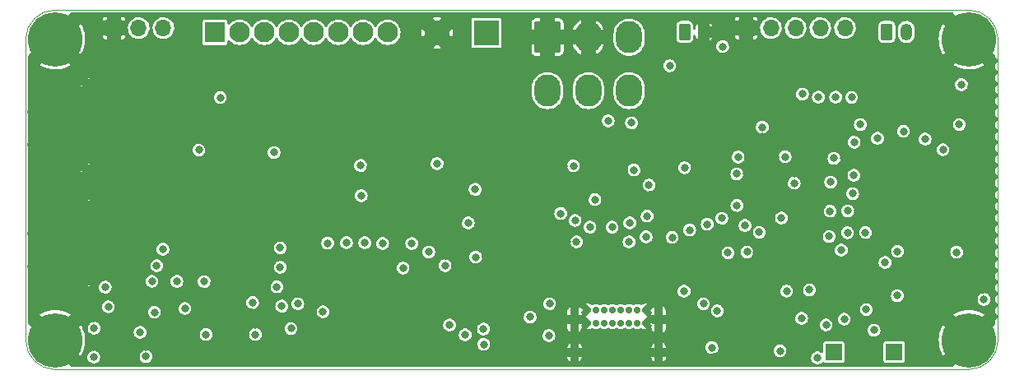
<source format=gbr>
%TF.GenerationSoftware,KiCad,Pcbnew,(6.0.1-0)*%
%TF.CreationDate,2022-03-28T19:55:35+01:00*%
%TF.ProjectId,PickleRick,5069636b-6c65-4526-9963-6b2e6b696361,rev?*%
%TF.SameCoordinates,Original*%
%TF.FileFunction,Copper,L2,Inr*%
%TF.FilePolarity,Positive*%
%FSLAX46Y46*%
G04 Gerber Fmt 4.6, Leading zero omitted, Abs format (unit mm)*
G04 Created by KiCad (PCBNEW (6.0.1-0)) date 2022-03-28 19:55:35*
%MOMM*%
%LPD*%
G01*
G04 APERTURE LIST*
G04 Aperture macros list*
%AMRoundRect*
0 Rectangle with rounded corners*
0 $1 Rounding radius*
0 $2 $3 $4 $5 $6 $7 $8 $9 X,Y pos of 4 corners*
0 Add a 4 corners polygon primitive as box body*
4,1,4,$2,$3,$4,$5,$6,$7,$8,$9,$2,$3,0*
0 Add four circle primitives for the rounded corners*
1,1,$1+$1,$2,$3*
1,1,$1+$1,$4,$5*
1,1,$1+$1,$6,$7*
1,1,$1+$1,$8,$9*
0 Add four rect primitives between the rounded corners*
20,1,$1+$1,$2,$3,$4,$5,0*
20,1,$1+$1,$4,$5,$6,$7,0*
20,1,$1+$1,$6,$7,$8,$9,0*
20,1,$1+$1,$8,$9,$2,$3,0*%
G04 Aperture macros list end*
%TA.AperFunction,Profile*%
%ADD10C,0.100000*%
%TD*%
%TA.AperFunction,ComponentPad*%
%ADD11R,1.700000X1.700000*%
%TD*%
%TA.AperFunction,ComponentPad*%
%ADD12O,1.700000X1.700000*%
%TD*%
%TA.AperFunction,ComponentPad*%
%ADD13C,0.970000*%
%TD*%
%TA.AperFunction,ComponentPad*%
%ADD14R,2.100000X2.100000*%
%TD*%
%TA.AperFunction,ComponentPad*%
%ADD15C,2.100000*%
%TD*%
%TA.AperFunction,ComponentPad*%
%ADD16C,5.600000*%
%TD*%
%TA.AperFunction,ComponentPad*%
%ADD17RoundRect,0.250001X-1.099999X-1.399999X1.099999X-1.399999X1.099999X1.399999X-1.099999X1.399999X0*%
%TD*%
%TA.AperFunction,ComponentPad*%
%ADD18O,2.700000X3.300000*%
%TD*%
%TA.AperFunction,ComponentPad*%
%ADD19RoundRect,0.250000X-0.350000X-0.625000X0.350000X-0.625000X0.350000X0.625000X-0.350000X0.625000X0*%
%TD*%
%TA.AperFunction,ComponentPad*%
%ADD20O,1.200000X1.750000*%
%TD*%
%TA.AperFunction,ComponentPad*%
%ADD21C,0.700000*%
%TD*%
%TA.AperFunction,ComponentPad*%
%ADD22O,0.900000X1.700000*%
%TD*%
%TA.AperFunction,ComponentPad*%
%ADD23O,0.900000X2.400000*%
%TD*%
%TA.AperFunction,ComponentPad*%
%ADD24R,2.600000X2.600000*%
%TD*%
%TA.AperFunction,ComponentPad*%
%ADD25C,2.600000*%
%TD*%
%TA.AperFunction,ViaPad*%
%ADD26C,0.800000*%
%TD*%
%TA.AperFunction,ViaPad*%
%ADD27C,0.700000*%
%TD*%
G04 APERTURE END LIST*
D10*
X103000000Y-97000000D02*
X197000000Y-97000000D01*
X197000000Y-97000000D02*
G75*
G03*
X200000000Y-94000000I-1J3000001D01*
G01*
X200000000Y-63000000D02*
G75*
G03*
X197000000Y-60000000I-3000001J-1D01*
G01*
X197000000Y-60000000D02*
X103000000Y-60000000D01*
X100000000Y-63000000D02*
X100000000Y-94000000D01*
X100000000Y-94000000D02*
G75*
G03*
X103000000Y-97000000I3000001J1D01*
G01*
X103000000Y-60000000D02*
G75*
G03*
X100000000Y-63000000I1J-3000001D01*
G01*
X200000000Y-94000000D02*
X200000000Y-63000000D01*
D11*
%TO.N,Net-(C3-Pad1)*%
%TO.C,J3*%
X183125000Y-95200000D03*
D12*
%TO.N,GND*%
X185665000Y-95200000D03*
%TD*%
D13*
%TO.N,GND*%
%TO.C,J18*%
X106460000Y-80340000D03*
X106460000Y-89100000D03*
%TD*%
D14*
%TO.N,/nukes/Nuke4-*%
%TO.C,J6*%
X119450000Y-62280000D03*
D15*
%TO.N,+24V*%
X121990000Y-62280000D03*
%TO.N,/nukes/Nuke3-*%
X124530000Y-62280000D03*
%TO.N,+24V*%
X127070000Y-62280000D03*
%TO.N,/nukes/Nuke2-*%
X129610000Y-62280000D03*
%TO.N,+24V*%
X132150000Y-62280000D03*
%TO.N,/nukes/Nuke1-*%
X134690000Y-62280000D03*
%TO.N,+24V*%
X137230000Y-62280000D03*
%TD*%
D11*
%TO.N,GND*%
%TO.C,J10*%
X109070000Y-61850000D03*
D12*
%TO.N,/SDA*%
X111610000Y-61850000D03*
%TO.N,/SCL*%
X114150000Y-61850000D03*
%TD*%
D16*
%TO.N,GND*%
%TO.C,H3*%
X197000000Y-94000000D03*
%TD*%
D17*
%TO.N,GND*%
%TO.C,J1*%
X153660000Y-62790000D03*
D18*
X157860000Y-62790000D03*
%TO.N,/power/RBUS_3.3_IN*%
X162060000Y-62790000D03*
%TO.N,/power/RBUS_24V_IN*%
X153660000Y-68290000D03*
%TO.N,/CAN_HIGH*%
X157860000Y-68290000D03*
%TO.N,/CAN_LOW*%
X162060000Y-68290000D03*
%TD*%
D19*
%TO.N,Net-(D6-Pad2)*%
%TO.C,J11*%
X188570000Y-62250000D03*
D20*
%TO.N,+3V3*%
X190570000Y-62250000D03*
%TD*%
D21*
%TO.N,GND*%
%TO.C,J17*%
X157795000Y-90865000D03*
%TO.N,VBUS*%
X158645000Y-90865000D03*
%TO.N,Net-(J17-PadA5)*%
X159495000Y-90865000D03*
%TO.N,/usb_uart/Data+*%
X160345000Y-90865000D03*
%TO.N,/usb_uart/Data-*%
X161195000Y-90865000D03*
%TO.N,unconnected-(J17-PadA8)*%
X162045000Y-90865000D03*
%TO.N,VBUS*%
X162895000Y-90865000D03*
%TO.N,GND*%
X163745000Y-90865000D03*
X163745000Y-92215000D03*
%TO.N,VBUS*%
X162895000Y-92215000D03*
%TO.N,Net-(J17-PadB5)*%
X162045000Y-92215000D03*
%TO.N,/usb_uart/Data+*%
X161195000Y-92215000D03*
%TO.N,/usb_uart/Data-*%
X160345000Y-92215000D03*
%TO.N,unconnected-(J17-PadB8)*%
X159495000Y-92215000D03*
%TO.N,VBUS*%
X158645000Y-92215000D03*
%TO.N,GND*%
X157795000Y-92215000D03*
D22*
X165095000Y-95225000D03*
D23*
X156445000Y-91845000D03*
D22*
X156445000Y-95225000D03*
D23*
X165095000Y-91845000D03*
%TD*%
D11*
%TO.N,GND*%
%TO.C,J12*%
X174100000Y-61850000D03*
D12*
%TO.N,/nukes/SERVO1*%
X176640000Y-61850000D03*
%TO.N,/nukes/SERVO2*%
X179180000Y-61850000D03*
%TO.N,/nukes/SERVO3*%
X181720000Y-61850000D03*
%TO.N,/nukes/SERVO4*%
X184260000Y-61850000D03*
%TD*%
D16*
%TO.N,GND*%
%TO.C,H4*%
X103000000Y-63000000D03*
%TD*%
D11*
%TO.N,Net-(C2-Pad1)*%
%TO.C,J2*%
X189320000Y-95200000D03*
D12*
%TO.N,GND*%
X191860000Y-95200000D03*
%TD*%
D16*
%TO.N,GND*%
%TO.C,H1*%
X197000000Y-63000000D03*
%TD*%
D19*
%TO.N,/power/UC_Lipo+*%
%TO.C,J15*%
X167770000Y-62250000D03*
D20*
%TO.N,GND*%
X169770000Y-62250000D03*
%TD*%
D13*
%TO.N,GND*%
%TO.C,J16*%
X106470000Y-67810000D03*
X106470000Y-76570000D03*
%TD*%
D16*
%TO.N,GND*%
%TO.C,H2*%
X103000000Y-94000000D03*
%TD*%
D24*
%TO.N,/power/Deploy_Lipo+*%
%TO.C,J14*%
X147380000Y-62350000D03*
D25*
%TO.N,GND*%
X142300000Y-62350000D03*
%TD*%
D26*
%TO.N,GND*%
X193150000Y-79975000D03*
X191050000Y-79975000D03*
X188950000Y-79975000D03*
X193150000Y-77875000D03*
X191050000Y-77875000D03*
X188950000Y-77875000D03*
X193150000Y-75775000D03*
X191050000Y-75775000D03*
X142400000Y-79175000D03*
X124100000Y-79050000D03*
X138525000Y-79100500D03*
%TO.N,+3V3*%
X189640000Y-89390000D03*
X175750000Y-72050000D03*
X179030000Y-77820373D03*
X118340378Y-87939622D03*
X184550000Y-80670000D03*
X183120000Y-75260000D03*
X170569137Y-94745327D03*
X179880000Y-68640000D03*
X146210478Y-78454604D03*
X112980000Y-87930000D03*
X106990000Y-95720000D03*
X156650000Y-83850000D03*
X167702857Y-88936140D03*
X156325000Y-76025000D03*
X172230000Y-84980000D03*
X169699642Y-90229608D03*
X146275000Y-85424502D03*
X162050000Y-83850001D03*
X167760000Y-76220000D03*
X158532708Y-79512483D03*
X123617500Y-93380000D03*
X112359445Y-95648909D03*
X151875000Y-91600000D03*
X143125000Y-86300000D03*
X115542125Y-87932125D03*
X162550000Y-76453500D03*
X173280550Y-75119758D03*
X196234202Y-67667003D03*
X120000000Y-69000000D03*
X108160000Y-88530000D03*
X134500000Y-79100500D03*
X198550000Y-89770000D03*
X174183993Y-84901041D03*
X180600000Y-88796149D03*
X139700000Y-84025000D03*
X123330000Y-90100000D03*
X130575000Y-91050000D03*
X107030000Y-92739503D03*
X178099494Y-75095884D03*
X145500000Y-81902900D03*
X173130000Y-76860000D03*
X147075000Y-92825000D03*
X164100000Y-77998500D03*
X179795000Y-91740000D03*
%TO.N,/EN*%
X187250000Y-92950000D03*
X186450000Y-90820000D03*
X196020000Y-71770000D03*
%TO.N,GND*%
X155650498Y-83825652D03*
D27*
X104710000Y-70495498D03*
X106114337Y-84765064D03*
X108515980Y-80280000D03*
X101210000Y-70495498D03*
X106063713Y-73576246D03*
X199600000Y-80800000D03*
D26*
X155325497Y-76025000D03*
X185600000Y-65550000D03*
X168200000Y-70150500D03*
X148600000Y-93450000D03*
X198540000Y-71750000D03*
D27*
X106156946Y-72866090D03*
D26*
X124500000Y-81300000D03*
D27*
X106109502Y-85470000D03*
D26*
X174130000Y-76850000D03*
D27*
X107111571Y-83771571D03*
X107190000Y-75220000D03*
D26*
X161520000Y-76463500D03*
X148000500Y-74960000D03*
D27*
X100436611Y-83027214D03*
X199600000Y-77200000D03*
X107193590Y-73796698D03*
X199600000Y-79600000D03*
D26*
X179839368Y-69739502D03*
X179007365Y-76821127D03*
X160090000Y-88975000D03*
D27*
X199600000Y-66400000D03*
D26*
X171192630Y-84964693D03*
X158675000Y-77850000D03*
D27*
X107543429Y-69293429D03*
X109043828Y-67819981D03*
D26*
X108375000Y-65400000D03*
D27*
X103270000Y-86420000D03*
D26*
X150600000Y-78975000D03*
X148850000Y-76700000D03*
X185549436Y-80658471D03*
D27*
X199600000Y-84400000D03*
X101170000Y-86414502D03*
X103330000Y-73890000D03*
X108280000Y-75920000D03*
D26*
X198550000Y-88760000D03*
X163800000Y-73175000D03*
X130387717Y-67987717D03*
D27*
X100510000Y-70495498D03*
D26*
X121100000Y-95300000D03*
D27*
X199600000Y-76000000D03*
X199600000Y-74800000D03*
D26*
X153800000Y-91900000D03*
X125850000Y-77649502D03*
X140500000Y-77649502D03*
D27*
X100470000Y-86420000D03*
X199600000Y-91600000D03*
X199600000Y-82000000D03*
D26*
X144500000Y-81775000D03*
X176450811Y-90324019D03*
X197780000Y-67360000D03*
D27*
X199600000Y-65200000D03*
X103240000Y-83025498D03*
X102630000Y-73890000D03*
X104030000Y-73890000D03*
X199600000Y-86800000D03*
X108038429Y-68798429D03*
D26*
X114758029Y-79080980D03*
D27*
X103320000Y-70495498D03*
D26*
X151925000Y-93450000D03*
X123370000Y-87000000D03*
D27*
X104640000Y-83025498D03*
X107190000Y-74500000D03*
D26*
X108879516Y-84275848D03*
D27*
X104670000Y-86420000D03*
X105858429Y-82558429D03*
D26*
X188950000Y-75775000D03*
D27*
X104020000Y-70495498D03*
D26*
X119700000Y-76100000D03*
X168125000Y-68574859D03*
D27*
X199600000Y-70000000D03*
D26*
X132950000Y-77649502D03*
X186060000Y-89380000D03*
D27*
X109220000Y-74880000D03*
D26*
X179630000Y-73140000D03*
D27*
X103970000Y-86414502D03*
X199600000Y-85600000D03*
X199600000Y-89200000D03*
D26*
X131380713Y-79100500D03*
D27*
X107980880Y-80733328D03*
D26*
X175186974Y-84928814D03*
D27*
X107606571Y-83276571D03*
D26*
X175710000Y-73050000D03*
X107000000Y-94720000D03*
X147128004Y-91089912D03*
D27*
X199600000Y-78400000D03*
X106848429Y-81568429D03*
X106775453Y-72494150D03*
D26*
X119500000Y-73750000D03*
D27*
X107301572Y-72001572D03*
D26*
X123825000Y-95325000D03*
D27*
X100520000Y-73890000D03*
X101920000Y-73890000D03*
D26*
X145054477Y-87324501D03*
D27*
X107580000Y-75820000D03*
D26*
X107030000Y-91740000D03*
D27*
X109220000Y-74180000D03*
D26*
X133775000Y-90325049D03*
X129675000Y-77575000D03*
D27*
X106553429Y-70283429D03*
X199600000Y-67600000D03*
X199600000Y-90400000D03*
X104730000Y-73900000D03*
D26*
X147000000Y-81300000D03*
D27*
X109402424Y-67210000D03*
X199600000Y-68800000D03*
D26*
X107960000Y-78420000D03*
X127775000Y-79100500D03*
X117675000Y-79525000D03*
X166810000Y-76888500D03*
X184119498Y-75256957D03*
D27*
X199600000Y-73600000D03*
D26*
X149500000Y-89950000D03*
X136425000Y-77675000D03*
D27*
X102540000Y-83025498D03*
X108806571Y-70496571D03*
D26*
X170731543Y-95731547D03*
X174280000Y-75130000D03*
X198540000Y-85980000D03*
X175897912Y-64568421D03*
D27*
X107368651Y-81088374D03*
X101840000Y-83025498D03*
X108755150Y-82533683D03*
X199600000Y-71200000D03*
D26*
X114640000Y-90224502D03*
D27*
X101920000Y-70495498D03*
X102570000Y-86414502D03*
D26*
X118550000Y-77675000D03*
X112325000Y-94650000D03*
D27*
X108301571Y-71001571D03*
X101140000Y-83025498D03*
D26*
X167734718Y-93367398D03*
X177100000Y-75100000D03*
X147274502Y-85425088D03*
D27*
X108096571Y-82786571D03*
X108815446Y-75472765D03*
X105360000Y-86414502D03*
D26*
X118940000Y-91680000D03*
D27*
X107801571Y-71501571D03*
X199600000Y-88000000D03*
X106616571Y-84266571D03*
X101220000Y-73890000D03*
X106353429Y-82063429D03*
D26*
X169247146Y-66905618D03*
X164170000Y-79028500D03*
X169102500Y-71925359D03*
X143125000Y-85300497D03*
X151200000Y-89950000D03*
D27*
X199600000Y-83200000D03*
X107167096Y-73090293D03*
X101870000Y-86414502D03*
D26*
X153500000Y-83900000D03*
D27*
X105440000Y-73884502D03*
X106020000Y-86170000D03*
D26*
X116075000Y-77650000D03*
X182440000Y-73160000D03*
D27*
X102620000Y-70495498D03*
X107048429Y-69788429D03*
X105410000Y-70495498D03*
X113316726Y-71725000D03*
D26*
X150250000Y-74950000D03*
D27*
X112188801Y-81478654D03*
D26*
X111723224Y-91526365D03*
X120700500Y-79450000D03*
X123617500Y-92380497D03*
D27*
X199600000Y-72400000D03*
X106053313Y-70783544D03*
X105338429Y-83025498D03*
D26*
X112950000Y-77650000D03*
X135000000Y-93775000D03*
D27*
X108535434Y-68306747D03*
X103940000Y-83025498D03*
D26*
%TO.N,Net-(C3-Pad1)*%
X184180000Y-91810000D03*
%TO.N,/HSPI_MOSI*%
X195750000Y-84925000D03*
X131040000Y-83990000D03*
%TO.N,/HSPI_SCLK*%
X188375000Y-85975000D03*
X132980000Y-83939500D03*
%TO.N,/HSPI_MISO*%
X134860000Y-83950000D03*
X189675000Y-84829020D03*
%TO.N,/SD1_DET*%
X141450000Y-84900000D03*
X192500000Y-73278540D03*
X127974011Y-90225000D03*
%TO.N,Net-(J17-PadA5)*%
X153875000Y-90225000D03*
%TO.N,Net-(J17-PadB5)*%
X153800000Y-93500000D03*
%TO.N,/RTS*%
X178252134Y-88927134D03*
X177579362Y-95084183D03*
%TO.N,/Buzzer*%
X184940000Y-68980000D03*
%TO.N,/nukes/Nuke1*%
X118540000Y-93380000D03*
X142300000Y-75800000D03*
%TO.N,/nukes/Nuke3*%
X125530000Y-74650000D03*
X113230000Y-91100000D03*
%TO.N,/nukes/Nuke2*%
X134425000Y-76000000D03*
X116360000Y-90720000D03*
%TO.N,/nukes/Nuke4*%
X111755069Y-93165069D03*
X117800000Y-74400000D03*
%TO.N,Net-(D3-Pad2)*%
X147100000Y-94400000D03*
%TO.N,Net-(D4-Pad2)*%
X145187585Y-93419598D03*
%TO.N,Net-(D5-Pad2)*%
X143585834Y-92416579D03*
%TO.N,/SDA*%
X185050000Y-78900000D03*
X114100000Y-84609500D03*
X182780000Y-77699500D03*
%TO.N,/SCL*%
X113474348Y-86312826D03*
X185170000Y-77010000D03*
%TO.N,/BARO_CS*%
X163800000Y-83329500D03*
X182634502Y-83298060D03*
%TO.N,/SD1_CS*%
X187600000Y-73200000D03*
X136700000Y-84025000D03*
%TO.N,/SD2_CS*%
X185840000Y-71780000D03*
%TO.N,/LORA_CS*%
X126169962Y-86474502D03*
X186372633Y-82898540D03*
%TO.N,/IMU1_CS*%
X184517878Y-82907122D03*
X166480000Y-83390000D03*
%TO.N,/IMU2_CS*%
X173140000Y-80110000D03*
X182725000Y-80700000D03*
%TO.N,/BattVolt*%
X171675000Y-63750000D03*
%TO.N,/LORA_INT*%
X108486670Y-90541922D03*
X194333839Y-74368101D03*
%TO.N,/SD2_DET*%
X138800000Y-86550000D03*
X190270000Y-72479500D03*
%TO.N,/LORA_RESET*%
X183875500Y-84700000D03*
X126169973Y-84475000D03*
%TO.N,/VSPI_SCLK*%
X183300000Y-68960000D03*
X125825000Y-88489502D03*
X160300000Y-82349000D03*
X168290000Y-82640000D03*
X175450000Y-82869500D03*
X158025000Y-82349000D03*
%TO.N,/VSPI_MISO*%
X171590000Y-81420000D03*
X181520000Y-68960000D03*
X127280003Y-92775000D03*
X177725000Y-81400000D03*
X163900000Y-81208500D03*
X155020000Y-80950000D03*
%TO.N,/TXD*%
X181425000Y-95800000D03*
X182310000Y-92410000D03*
%TO.N,/VSPI_MOSI*%
X170080000Y-82040000D03*
X173975000Y-82175000D03*
X156500000Y-81649500D03*
X126325000Y-90474502D03*
X162120000Y-81909000D03*
X185205378Y-73594622D03*
%TO.N,/power/RBUS_3.3_IN*%
X159900000Y-71400000D03*
%TO.N,/power/Deploy_Lipo+*%
X166225000Y-65725000D03*
%TO.N,/power/UC_Lipo+*%
X162300000Y-71600000D03*
%TO.N,Net-(U18-Pad8)*%
X171125000Y-90950000D03*
%TD*%
%TA.AperFunction,Conductor*%
%TO.N,GND*%
G36*
X195354914Y-60274002D02*
G01*
X195401407Y-60327658D01*
X195405029Y-60336455D01*
X195409643Y-60348983D01*
X199644585Y-64583925D01*
X199680387Y-64603475D01*
X199730588Y-64653678D01*
X199746000Y-64714062D01*
X199746000Y-92287192D01*
X199725998Y-92355313D01*
X199672342Y-92401806D01*
X199664370Y-92405121D01*
X199650212Y-92410448D01*
X195415853Y-96644807D01*
X195396425Y-96680386D01*
X195346223Y-96730588D01*
X195285838Y-96746000D01*
X104713857Y-96746000D01*
X104645736Y-96725998D01*
X104601816Y-96677645D01*
X104585741Y-96646401D01*
X103652436Y-95713096D01*
X106330729Y-95713096D01*
X106348113Y-95870553D01*
X106350723Y-95877684D01*
X106350723Y-95877686D01*
X106385496Y-95972707D01*
X106402553Y-96019319D01*
X106406789Y-96025622D01*
X106406789Y-96025623D01*
X106435857Y-96068880D01*
X106490908Y-96150805D01*
X106496527Y-96155918D01*
X106496528Y-96155919D01*
X106588382Y-96239499D01*
X106608076Y-96257419D01*
X106747293Y-96333008D01*
X106900522Y-96373207D01*
X106984477Y-96374526D01*
X107051319Y-96375576D01*
X107051322Y-96375576D01*
X107058916Y-96375695D01*
X107213332Y-96340329D01*
X107293144Y-96300188D01*
X107348072Y-96272563D01*
X107348075Y-96272561D01*
X107354855Y-96269151D01*
X107360626Y-96264222D01*
X107360629Y-96264220D01*
X107469536Y-96171204D01*
X107469536Y-96171203D01*
X107475314Y-96166269D01*
X107567755Y-96037624D01*
X107626842Y-95890641D01*
X107632965Y-95847615D01*
X107648581Y-95737891D01*
X107648581Y-95737888D01*
X107649162Y-95733807D01*
X107649307Y-95720000D01*
X107639869Y-95642005D01*
X111700174Y-95642005D01*
X111708785Y-95720000D01*
X111716024Y-95785565D01*
X111717558Y-95799462D01*
X111720168Y-95806593D01*
X111720168Y-95806595D01*
X111753506Y-95897695D01*
X111771998Y-95948228D01*
X111776234Y-95954531D01*
X111776234Y-95954532D01*
X111840080Y-96049544D01*
X111860353Y-96079714D01*
X111865972Y-96084827D01*
X111865973Y-96084828D01*
X111938481Y-96150805D01*
X111977521Y-96186328D01*
X112116738Y-96261917D01*
X112269967Y-96302116D01*
X112353922Y-96303435D01*
X112420764Y-96304485D01*
X112420767Y-96304485D01*
X112428361Y-96304604D01*
X112582777Y-96269238D01*
X112670240Y-96225249D01*
X112717517Y-96201472D01*
X112717520Y-96201470D01*
X112724300Y-96198060D01*
X112730071Y-96193131D01*
X112730074Y-96193129D01*
X112838981Y-96100113D01*
X112838981Y-96100112D01*
X112844759Y-96095178D01*
X112937200Y-95966533D01*
X112996287Y-95819550D01*
X113011489Y-95712730D01*
X113014419Y-95692142D01*
X155697722Y-95692142D01*
X155709299Y-95791439D01*
X155712645Y-95805594D01*
X155767322Y-95956227D01*
X155773832Y-95969226D01*
X155861697Y-96103242D01*
X155871021Y-96114394D01*
X155986299Y-96223598D01*
X155993031Y-96225249D01*
X155994000Y-96224023D01*
X155995000Y-96218873D01*
X155995000Y-96206956D01*
X156895000Y-96206956D01*
X156898676Y-96219474D01*
X156907535Y-96215847D01*
X156954086Y-96181589D01*
X156964723Y-96171669D01*
X157068475Y-96049544D01*
X157076542Y-96037448D01*
X157149418Y-95894728D01*
X157154487Y-95881100D01*
X157192982Y-95723782D01*
X157194664Y-95712730D01*
X157194880Y-95709247D01*
X157195000Y-95705365D01*
X157195000Y-95693115D01*
X157194714Y-95692142D01*
X164347722Y-95692142D01*
X164359299Y-95791439D01*
X164362645Y-95805594D01*
X164417322Y-95956227D01*
X164423832Y-95969226D01*
X164511697Y-96103242D01*
X164521021Y-96114394D01*
X164636299Y-96223598D01*
X164643031Y-96225249D01*
X164644000Y-96224023D01*
X164645000Y-96218873D01*
X164645000Y-96206956D01*
X165545000Y-96206956D01*
X165548676Y-96219474D01*
X165557535Y-96215847D01*
X165604086Y-96181589D01*
X165614723Y-96171669D01*
X165718475Y-96049544D01*
X165726542Y-96037448D01*
X165799418Y-95894728D01*
X165804487Y-95881100D01*
X165826021Y-95793096D01*
X180765729Y-95793096D01*
X180773447Y-95863003D01*
X180782069Y-95941094D01*
X180783113Y-95950553D01*
X180785723Y-95957684D01*
X180785723Y-95957686D01*
X180830899Y-96081135D01*
X180837553Y-96099319D01*
X180841789Y-96105622D01*
X180841789Y-96105623D01*
X180921351Y-96224023D01*
X180925908Y-96230805D01*
X180931527Y-96235918D01*
X180931528Y-96235919D01*
X181029542Y-96325104D01*
X181043076Y-96337419D01*
X181182293Y-96413008D01*
X181335522Y-96453207D01*
X181419477Y-96454526D01*
X181486319Y-96455576D01*
X181486322Y-96455576D01*
X181493916Y-96455695D01*
X181648332Y-96420329D01*
X181737078Y-96375695D01*
X181783072Y-96352563D01*
X181783075Y-96352561D01*
X181789855Y-96349151D01*
X181795626Y-96344222D01*
X181795629Y-96344220D01*
X181904537Y-96251203D01*
X181910314Y-96246269D01*
X181914749Y-96240097D01*
X181915299Y-96239499D01*
X181976132Y-96202894D01*
X182047097Y-96204987D01*
X182090103Y-96231370D01*
X182091516Y-96233484D01*
X182175699Y-96289734D01*
X182249933Y-96304500D01*
X183124858Y-96304500D01*
X184000066Y-96304499D01*
X184035818Y-96297388D01*
X184062126Y-96292156D01*
X184062128Y-96292155D01*
X184074301Y-96289734D01*
X184084621Y-96282839D01*
X184084622Y-96282838D01*
X184148168Y-96240377D01*
X184158484Y-96233484D01*
X184214734Y-96149301D01*
X184229500Y-96075067D01*
X184229500Y-95953769D01*
X184792020Y-95953769D01*
X184792929Y-95956048D01*
X184902023Y-96062324D01*
X184912181Y-96067699D01*
X184915000Y-96059827D01*
X184915000Y-96053980D01*
X186415000Y-96053980D01*
X186418355Y-96065404D01*
X186428430Y-96060925D01*
X186477219Y-96020348D01*
X186485348Y-96012219D01*
X186525510Y-95963930D01*
X186530237Y-95952999D01*
X186519628Y-95950000D01*
X186433115Y-95950000D01*
X186417876Y-95954475D01*
X186416671Y-95955865D01*
X186415000Y-95963548D01*
X186415000Y-96053980D01*
X184915000Y-96053980D01*
X184915000Y-95968115D01*
X184910525Y-95952876D01*
X184909135Y-95951671D01*
X184901452Y-95950000D01*
X184804856Y-95950000D01*
X184792020Y-95953769D01*
X184229500Y-95953769D01*
X184229499Y-94447303D01*
X184798357Y-94447303D01*
X184808398Y-94450000D01*
X184896885Y-94450000D01*
X184912124Y-94445525D01*
X184913329Y-94444135D01*
X184915000Y-94436452D01*
X184915000Y-94431885D01*
X186415000Y-94431885D01*
X186419475Y-94447124D01*
X186420865Y-94448329D01*
X186428548Y-94450000D01*
X186522186Y-94450000D01*
X186534582Y-94446360D01*
X186530857Y-94437352D01*
X186526734Y-94431832D01*
X186519036Y-94423282D01*
X186428302Y-94339408D01*
X186418626Y-94334608D01*
X186415000Y-94346261D01*
X186415000Y-94431885D01*
X184915000Y-94431885D01*
X184915000Y-94346157D01*
X184911798Y-94335252D01*
X184901234Y-94340114D01*
X184831593Y-94401189D01*
X184823666Y-94409542D01*
X184802989Y-94435771D01*
X184798357Y-94447303D01*
X184229499Y-94447303D01*
X184229499Y-94324934D01*
X184229499Y-94324933D01*
X188215500Y-94324933D01*
X188215501Y-96075066D01*
X188218906Y-96092185D01*
X188223966Y-96117624D01*
X188230266Y-96149301D01*
X188237161Y-96159620D01*
X188237162Y-96159622D01*
X188251840Y-96181589D01*
X188286516Y-96233484D01*
X188370699Y-96289734D01*
X188444933Y-96304500D01*
X189319858Y-96304500D01*
X190195066Y-96304499D01*
X190230818Y-96297388D01*
X190257126Y-96292156D01*
X190257128Y-96292155D01*
X190269301Y-96289734D01*
X190279621Y-96282839D01*
X190279622Y-96282838D01*
X190343168Y-96240377D01*
X190353484Y-96233484D01*
X190409734Y-96149301D01*
X190424500Y-96075067D01*
X190424500Y-95953769D01*
X190987020Y-95953769D01*
X190987929Y-95956048D01*
X191097023Y-96062324D01*
X191107181Y-96067699D01*
X191110000Y-96059827D01*
X191110000Y-96053980D01*
X192610000Y-96053980D01*
X192613355Y-96065404D01*
X192623430Y-96060925D01*
X192672219Y-96020348D01*
X192680348Y-96012219D01*
X192720510Y-95963930D01*
X192725237Y-95952999D01*
X192714628Y-95950000D01*
X192628115Y-95950000D01*
X192612876Y-95954475D01*
X192611671Y-95955865D01*
X192610000Y-95963548D01*
X192610000Y-96053980D01*
X191110000Y-96053980D01*
X191110000Y-95968115D01*
X191105525Y-95952876D01*
X191104135Y-95951671D01*
X191096452Y-95950000D01*
X190999856Y-95950000D01*
X190987020Y-95953769D01*
X190424500Y-95953769D01*
X190424499Y-94447303D01*
X190993357Y-94447303D01*
X191003398Y-94450000D01*
X191091885Y-94450000D01*
X191107124Y-94445525D01*
X191108329Y-94444135D01*
X191110000Y-94436452D01*
X191110000Y-94431885D01*
X192610000Y-94431885D01*
X192614475Y-94447124D01*
X192615865Y-94448329D01*
X192623548Y-94450000D01*
X192717186Y-94450000D01*
X192729582Y-94446360D01*
X192725857Y-94437352D01*
X192721734Y-94431832D01*
X192714036Y-94423282D01*
X192623302Y-94339408D01*
X192613626Y-94334608D01*
X192610000Y-94346261D01*
X192610000Y-94431885D01*
X191110000Y-94431885D01*
X191110000Y-94346157D01*
X191106798Y-94335252D01*
X191096234Y-94340114D01*
X191026593Y-94401189D01*
X191018666Y-94409542D01*
X190997989Y-94435771D01*
X190993357Y-94447303D01*
X190424499Y-94447303D01*
X190424499Y-94324934D01*
X190409734Y-94250699D01*
X190396657Y-94231127D01*
X190360377Y-94176832D01*
X190353484Y-94166516D01*
X190269301Y-94110266D01*
X190195067Y-94095500D01*
X189320142Y-94095500D01*
X188444934Y-94095501D01*
X188409182Y-94102612D01*
X188382874Y-94107844D01*
X188382872Y-94107845D01*
X188370699Y-94110266D01*
X188360379Y-94117161D01*
X188360378Y-94117162D01*
X188336128Y-94133366D01*
X188286516Y-94166516D01*
X188230266Y-94250699D01*
X188215500Y-94324933D01*
X184229499Y-94324933D01*
X184214734Y-94250699D01*
X184201657Y-94231127D01*
X184165377Y-94176832D01*
X184158484Y-94166516D01*
X184074301Y-94110266D01*
X184000067Y-94095500D01*
X183125142Y-94095500D01*
X182249934Y-94095501D01*
X182214182Y-94102612D01*
X182187874Y-94107844D01*
X182187872Y-94107845D01*
X182175699Y-94110266D01*
X182165379Y-94117161D01*
X182165378Y-94117162D01*
X182141128Y-94133366D01*
X182091516Y-94166516D01*
X182035266Y-94250699D01*
X182020500Y-94324933D01*
X182020501Y-94923022D01*
X182020501Y-95172915D01*
X182000499Y-95241036D01*
X181946843Y-95287529D01*
X181876569Y-95297633D01*
X181810684Y-95266993D01*
X181806951Y-95263667D01*
X181806945Y-95263663D01*
X181801275Y-95258611D01*
X181793889Y-95254700D01*
X181714944Y-95212901D01*
X181661274Y-95184484D01*
X181507633Y-95145892D01*
X181500034Y-95145852D01*
X181500033Y-95145852D01*
X181434181Y-95145507D01*
X181349221Y-95145062D01*
X181341841Y-95146834D01*
X181341839Y-95146834D01*
X181202563Y-95180271D01*
X181202560Y-95180272D01*
X181195184Y-95182043D01*
X181054414Y-95254700D01*
X180935039Y-95358838D01*
X180843950Y-95488444D01*
X180836059Y-95508683D01*
X180803860Y-95591271D01*
X180786406Y-95636037D01*
X180785414Y-95643570D01*
X180785414Y-95643571D01*
X180772997Y-95737891D01*
X180765729Y-95793096D01*
X165826021Y-95793096D01*
X165842982Y-95723782D01*
X165844664Y-95712730D01*
X165844880Y-95709247D01*
X165845000Y-95705365D01*
X165845000Y-95693115D01*
X165840525Y-95677876D01*
X165839135Y-95676671D01*
X165831452Y-95675000D01*
X165563115Y-95675000D01*
X165547876Y-95679475D01*
X165546671Y-95680865D01*
X165545000Y-95688548D01*
X165545000Y-96206956D01*
X164645000Y-96206956D01*
X164645000Y-95693115D01*
X164640525Y-95677876D01*
X164639135Y-95676671D01*
X164631452Y-95675000D01*
X164363838Y-95675000D01*
X164349770Y-95679131D01*
X164347722Y-95692142D01*
X157194714Y-95692142D01*
X157190525Y-95677876D01*
X157189135Y-95676671D01*
X157181452Y-95675000D01*
X156913115Y-95675000D01*
X156897876Y-95679475D01*
X156896671Y-95680865D01*
X156895000Y-95688548D01*
X156895000Y-96206956D01*
X155995000Y-96206956D01*
X155995000Y-95693115D01*
X155990525Y-95677876D01*
X155989135Y-95676671D01*
X155981452Y-95675000D01*
X155713838Y-95675000D01*
X155699770Y-95679131D01*
X155697722Y-95692142D01*
X113014419Y-95692142D01*
X113018026Y-95666800D01*
X113018026Y-95666797D01*
X113018607Y-95662716D01*
X113018752Y-95648909D01*
X112999721Y-95491642D01*
X112943725Y-95343455D01*
X112891174Y-95266993D01*
X112858300Y-95219160D01*
X112858299Y-95219158D01*
X112853998Y-95212901D01*
X112823271Y-95185524D01*
X112805652Y-95169827D01*
X112735720Y-95107520D01*
X112728334Y-95103609D01*
X112602433Y-95036948D01*
X112602434Y-95036948D01*
X112595719Y-95033393D01*
X112442078Y-94994801D01*
X112434479Y-94994761D01*
X112434478Y-94994761D01*
X112368626Y-94994416D01*
X112283666Y-94993971D01*
X112276286Y-94995743D01*
X112276284Y-94995743D01*
X112137008Y-95029180D01*
X112137005Y-95029181D01*
X112129629Y-95030952D01*
X111988859Y-95103609D01*
X111869484Y-95207747D01*
X111778395Y-95337353D01*
X111753101Y-95402228D01*
X111730203Y-95460960D01*
X111720851Y-95484946D01*
X111719859Y-95492479D01*
X111719859Y-95492480D01*
X111701316Y-95633334D01*
X111700174Y-95642005D01*
X107639869Y-95642005D01*
X107630276Y-95562733D01*
X107574280Y-95414546D01*
X107535993Y-95358838D01*
X107488855Y-95290251D01*
X107488854Y-95290249D01*
X107484553Y-95283992D01*
X107366275Y-95178611D01*
X107358889Y-95174700D01*
X107232988Y-95108039D01*
X107232989Y-95108039D01*
X107226274Y-95104484D01*
X107072633Y-95065892D01*
X107065034Y-95065852D01*
X107065033Y-95065852D01*
X106999181Y-95065507D01*
X106914221Y-95065062D01*
X106906841Y-95066834D01*
X106906839Y-95066834D01*
X106767563Y-95100271D01*
X106767560Y-95100272D01*
X106760184Y-95102043D01*
X106619414Y-95174700D01*
X106500039Y-95278838D01*
X106408950Y-95408444D01*
X106403802Y-95421649D01*
X106369869Y-95508683D01*
X106351406Y-95556037D01*
X106350414Y-95563570D01*
X106350414Y-95563571D01*
X106331747Y-95705365D01*
X106330729Y-95713096D01*
X103652436Y-95713096D01*
X101940472Y-94001132D01*
X104065858Y-94001132D01*
X104065989Y-94002965D01*
X104070240Y-94009580D01*
X105644585Y-95583925D01*
X105656965Y-95590685D01*
X105664067Y-95585369D01*
X105759753Y-95422274D01*
X105762968Y-95416020D01*
X105901094Y-95105783D01*
X105903591Y-95099208D01*
X106006273Y-94775514D01*
X106008025Y-94768691D01*
X106073985Y-94435567D01*
X106074962Y-94428613D01*
X106077945Y-94393096D01*
X146440729Y-94393096D01*
X146448607Y-94464454D01*
X146456864Y-94539238D01*
X146458113Y-94550553D01*
X146460723Y-94557684D01*
X146460723Y-94557686D01*
X146504559Y-94677473D01*
X146512553Y-94699319D01*
X146516789Y-94705622D01*
X146516789Y-94705623D01*
X146566572Y-94779707D01*
X146600908Y-94830805D01*
X146606527Y-94835918D01*
X146606528Y-94835919D01*
X146698728Y-94919814D01*
X146718076Y-94937419D01*
X146857293Y-95013008D01*
X147010522Y-95053207D01*
X147094477Y-95054526D01*
X147161319Y-95055576D01*
X147161322Y-95055576D01*
X147168916Y-95055695D01*
X147323332Y-95020329D01*
X147410153Y-94976663D01*
X147458072Y-94952563D01*
X147458075Y-94952561D01*
X147464855Y-94949151D01*
X147470626Y-94944222D01*
X147470629Y-94944220D01*
X147579536Y-94851204D01*
X147579536Y-94851203D01*
X147585314Y-94846269D01*
X147649543Y-94756885D01*
X155695000Y-94756885D01*
X155699475Y-94772124D01*
X155700865Y-94773329D01*
X155708548Y-94775000D01*
X155976885Y-94775000D01*
X155992124Y-94770525D01*
X155993329Y-94769135D01*
X155995000Y-94761452D01*
X155995000Y-94756885D01*
X156895000Y-94756885D01*
X156899475Y-94772124D01*
X156900865Y-94773329D01*
X156908548Y-94775000D01*
X157176162Y-94775000D01*
X157190230Y-94770869D01*
X157192278Y-94757858D01*
X157192165Y-94756885D01*
X164345000Y-94756885D01*
X164349475Y-94772124D01*
X164350865Y-94773329D01*
X164358548Y-94775000D01*
X164626885Y-94775000D01*
X164642124Y-94770525D01*
X164643329Y-94769135D01*
X164645000Y-94761452D01*
X164645000Y-94756885D01*
X165545000Y-94756885D01*
X165549475Y-94772124D01*
X165550865Y-94773329D01*
X165558548Y-94775000D01*
X165826162Y-94775000D01*
X165840230Y-94770869D01*
X165842278Y-94757858D01*
X165840012Y-94738423D01*
X169909866Y-94738423D01*
X169913961Y-94775514D01*
X169922318Y-94851204D01*
X169927250Y-94895880D01*
X169929860Y-94903011D01*
X169929860Y-94903013D01*
X169977953Y-95034433D01*
X169981690Y-95044646D01*
X169985926Y-95050949D01*
X169985926Y-95050950D01*
X170050358Y-95146834D01*
X170070045Y-95176132D01*
X170075664Y-95181245D01*
X170075665Y-95181246D01*
X170177432Y-95273846D01*
X170187213Y-95282746D01*
X170326430Y-95358335D01*
X170479659Y-95398534D01*
X170563614Y-95399853D01*
X170630456Y-95400903D01*
X170630459Y-95400903D01*
X170638053Y-95401022D01*
X170792469Y-95365656D01*
X170912143Y-95305467D01*
X170927209Y-95297890D01*
X170927212Y-95297888D01*
X170933992Y-95294478D01*
X170939763Y-95289549D01*
X170939766Y-95289547D01*
X171048673Y-95196531D01*
X171048673Y-95196530D01*
X171054451Y-95191596D01*
X171136596Y-95077279D01*
X176920091Y-95077279D01*
X176923238Y-95105783D01*
X176934507Y-95207850D01*
X176937475Y-95234736D01*
X176940085Y-95241867D01*
X176940085Y-95241869D01*
X176986005Y-95367351D01*
X176991915Y-95383502D01*
X176996151Y-95389805D01*
X176996151Y-95389806D01*
X177066534Y-95494546D01*
X177080270Y-95514988D01*
X177085889Y-95520101D01*
X177085890Y-95520102D01*
X177191822Y-95616492D01*
X177197438Y-95621602D01*
X177336655Y-95697191D01*
X177489884Y-95737390D01*
X177573839Y-95738709D01*
X177640681Y-95739759D01*
X177640684Y-95739759D01*
X177648278Y-95739878D01*
X177802694Y-95704512D01*
X177911965Y-95649555D01*
X177937434Y-95636746D01*
X177937437Y-95636744D01*
X177944217Y-95633334D01*
X177949988Y-95628405D01*
X177949991Y-95628403D01*
X178058898Y-95535387D01*
X178058898Y-95535386D01*
X178064676Y-95530452D01*
X178157117Y-95401807D01*
X178216204Y-95254824D01*
X178228102Y-95171219D01*
X178237943Y-95102074D01*
X178237943Y-95102071D01*
X178238524Y-95097990D01*
X178238669Y-95084183D01*
X178219638Y-94926916D01*
X178163642Y-94778729D01*
X178143527Y-94749461D01*
X178078217Y-94654434D01*
X178078216Y-94654432D01*
X178073915Y-94648175D01*
X177955637Y-94542794D01*
X177948251Y-94538883D01*
X177822350Y-94472222D01*
X177822351Y-94472222D01*
X177815636Y-94468667D01*
X177661995Y-94430075D01*
X177654396Y-94430035D01*
X177654395Y-94430035D01*
X177588543Y-94429690D01*
X177503583Y-94429245D01*
X177496203Y-94431017D01*
X177496201Y-94431017D01*
X177356925Y-94464454D01*
X177356922Y-94464455D01*
X177349546Y-94466226D01*
X177208776Y-94538883D01*
X177089401Y-94643021D01*
X176998312Y-94772627D01*
X176995552Y-94779707D01*
X176947477Y-94903013D01*
X176940768Y-94920220D01*
X176939776Y-94927753D01*
X176939776Y-94927754D01*
X176922906Y-95055898D01*
X176920091Y-95077279D01*
X171136596Y-95077279D01*
X171146892Y-95062951D01*
X171205979Y-94915968D01*
X171218996Y-94824500D01*
X171227718Y-94763218D01*
X171227718Y-94763215D01*
X171228299Y-94759134D01*
X171228444Y-94745327D01*
X171227891Y-94740753D01*
X171223639Y-94705623D01*
X171209413Y-94588060D01*
X171153417Y-94439873D01*
X171089421Y-94346758D01*
X171067992Y-94315578D01*
X171067991Y-94315576D01*
X171063690Y-94309319D01*
X170945412Y-94203938D01*
X170938026Y-94200027D01*
X170812125Y-94133366D01*
X170812126Y-94133366D01*
X170805411Y-94129811D01*
X170651770Y-94091219D01*
X170644171Y-94091179D01*
X170644170Y-94091179D01*
X170578318Y-94090834D01*
X170493358Y-94090389D01*
X170485978Y-94092161D01*
X170485976Y-94092161D01*
X170346700Y-94125598D01*
X170346697Y-94125599D01*
X170339321Y-94127370D01*
X170198551Y-94200027D01*
X170079176Y-94304165D01*
X169988087Y-94433771D01*
X169975203Y-94466817D01*
X169934724Y-94570641D01*
X169930543Y-94581364D01*
X169929551Y-94588897D01*
X169929551Y-94588898D01*
X169911473Y-94726218D01*
X169909866Y-94738423D01*
X165840012Y-94738423D01*
X165830701Y-94658561D01*
X165827355Y-94644406D01*
X165772678Y-94493773D01*
X165766168Y-94480774D01*
X165678303Y-94346758D01*
X165668979Y-94335606D01*
X165553701Y-94226402D01*
X165546969Y-94224751D01*
X165546000Y-94225977D01*
X165545000Y-94231127D01*
X165545000Y-94756885D01*
X164645000Y-94756885D01*
X164645000Y-94243044D01*
X164641324Y-94230526D01*
X164632465Y-94234153D01*
X164585914Y-94268411D01*
X164575277Y-94278331D01*
X164471525Y-94400456D01*
X164463458Y-94412552D01*
X164390582Y-94555272D01*
X164385513Y-94568900D01*
X164347018Y-94726218D01*
X164345336Y-94737270D01*
X164345120Y-94740753D01*
X164345000Y-94744635D01*
X164345000Y-94756885D01*
X157192165Y-94756885D01*
X157180701Y-94658561D01*
X157177355Y-94644406D01*
X157122678Y-94493773D01*
X157116168Y-94480774D01*
X157028303Y-94346758D01*
X157018979Y-94335606D01*
X156903701Y-94226402D01*
X156896969Y-94224751D01*
X156896000Y-94225977D01*
X156895000Y-94231127D01*
X156895000Y-94756885D01*
X155995000Y-94756885D01*
X155995000Y-94243044D01*
X155991324Y-94230526D01*
X155982465Y-94234153D01*
X155935914Y-94268411D01*
X155925277Y-94278331D01*
X155821525Y-94400456D01*
X155813458Y-94412552D01*
X155740582Y-94555272D01*
X155735513Y-94568900D01*
X155697018Y-94726218D01*
X155695336Y-94737270D01*
X155695120Y-94740753D01*
X155695000Y-94744635D01*
X155695000Y-94756885D01*
X147649543Y-94756885D01*
X147677755Y-94717624D01*
X147736842Y-94570641D01*
X147754395Y-94447303D01*
X147758581Y-94417891D01*
X147758581Y-94417888D01*
X147759162Y-94413807D01*
X147759307Y-94400000D01*
X147740276Y-94242733D01*
X147684280Y-94094546D01*
X147649692Y-94044220D01*
X147598855Y-93970251D01*
X147598854Y-93970249D01*
X147594553Y-93963992D01*
X147586725Y-93957017D01*
X147550228Y-93924500D01*
X147476275Y-93858611D01*
X147468889Y-93854700D01*
X147403531Y-93820095D01*
X147336274Y-93784484D01*
X147182633Y-93745892D01*
X147175034Y-93745852D01*
X147175033Y-93745852D01*
X147109181Y-93745507D01*
X147024221Y-93745062D01*
X147016841Y-93746834D01*
X147016839Y-93746834D01*
X146877563Y-93780271D01*
X146877560Y-93780272D01*
X146870184Y-93782043D01*
X146729414Y-93854700D01*
X146610039Y-93958838D01*
X146518950Y-94088444D01*
X146503543Y-94127961D01*
X146465163Y-94226402D01*
X146461406Y-94236037D01*
X146460414Y-94243570D01*
X146460414Y-94243571D01*
X146446909Y-94346157D01*
X146440729Y-94393096D01*
X106077945Y-94393096D01*
X106103491Y-94088877D01*
X106103705Y-94084508D01*
X106104855Y-94002178D01*
X106104764Y-93997828D01*
X106085731Y-93657411D01*
X106084949Y-93650437D01*
X106028314Y-93315585D01*
X106026756Y-93308731D01*
X105933149Y-92982287D01*
X105930841Y-92975659D01*
X105830659Y-92732599D01*
X106370729Y-92732599D01*
X106374565Y-92767341D01*
X106387033Y-92880271D01*
X106388113Y-92890056D01*
X106390723Y-92897187D01*
X106390723Y-92897189D01*
X106439174Y-93029587D01*
X106442553Y-93038822D01*
X106446789Y-93045125D01*
X106446789Y-93045126D01*
X106517688Y-93150634D01*
X106530908Y-93170308D01*
X106536527Y-93175421D01*
X106536528Y-93175422D01*
X106640327Y-93269871D01*
X106648076Y-93276922D01*
X106787293Y-93352511D01*
X106940522Y-93392710D01*
X107024477Y-93394029D01*
X107091319Y-93395079D01*
X107091322Y-93395079D01*
X107098916Y-93395198D01*
X107253332Y-93359832D01*
X107341308Y-93315585D01*
X107388072Y-93292066D01*
X107388075Y-93292064D01*
X107394855Y-93288654D01*
X107400626Y-93283725D01*
X107400629Y-93283723D01*
X107509536Y-93190707D01*
X107509536Y-93190706D01*
X107515314Y-93185772D01*
X107535152Y-93158165D01*
X111095798Y-93158165D01*
X111099923Y-93195524D01*
X111110205Y-93288654D01*
X111113182Y-93315622D01*
X111115792Y-93322753D01*
X111115792Y-93322755D01*
X111161268Y-93447024D01*
X111167622Y-93464388D01*
X111171858Y-93470691D01*
X111171858Y-93470692D01*
X111225582Y-93550641D01*
X111255977Y-93595874D01*
X111261596Y-93600987D01*
X111261597Y-93600988D01*
X111278395Y-93616273D01*
X111373145Y-93702488D01*
X111512362Y-93778077D01*
X111665591Y-93818276D01*
X111749546Y-93819595D01*
X111816388Y-93820645D01*
X111816391Y-93820645D01*
X111823985Y-93820764D01*
X111978401Y-93785398D01*
X112057030Y-93745852D01*
X112113141Y-93717632D01*
X112113144Y-93717630D01*
X112119924Y-93714220D01*
X112125695Y-93709291D01*
X112125698Y-93709289D01*
X112234605Y-93616273D01*
X112234605Y-93616272D01*
X112240383Y-93611338D01*
X112332824Y-93482693D01*
X112376882Y-93373096D01*
X117880729Y-93373096D01*
X117887496Y-93434385D01*
X117895809Y-93509682D01*
X117898113Y-93530553D01*
X117900723Y-93537684D01*
X117900723Y-93537686D01*
X117944637Y-93657686D01*
X117952553Y-93679319D01*
X117956789Y-93685622D01*
X117956789Y-93685623D01*
X118018916Y-93778077D01*
X118040908Y-93810805D01*
X118046527Y-93815918D01*
X118046528Y-93815919D01*
X118101421Y-93865867D01*
X118158076Y-93917419D01*
X118297293Y-93993008D01*
X118450522Y-94033207D01*
X118534477Y-94034526D01*
X118601319Y-94035576D01*
X118601322Y-94035576D01*
X118608916Y-94035695D01*
X118763332Y-94000329D01*
X118845624Y-93958941D01*
X118898072Y-93932563D01*
X118898075Y-93932561D01*
X118904855Y-93929151D01*
X118910626Y-93924222D01*
X118910629Y-93924220D01*
X119019536Y-93831204D01*
X119019536Y-93831203D01*
X119025314Y-93826269D01*
X119117755Y-93697624D01*
X119176842Y-93550641D01*
X119189117Y-93464388D01*
X119198581Y-93397891D01*
X119198581Y-93397888D01*
X119199162Y-93393807D01*
X119199307Y-93380000D01*
X119198642Y-93374500D01*
X119198472Y-93373096D01*
X122958229Y-93373096D01*
X122964996Y-93434385D01*
X122973309Y-93509682D01*
X122975613Y-93530553D01*
X122978223Y-93537684D01*
X122978223Y-93537686D01*
X123022137Y-93657686D01*
X123030053Y-93679319D01*
X123034289Y-93685622D01*
X123034289Y-93685623D01*
X123096416Y-93778077D01*
X123118408Y-93810805D01*
X123124027Y-93815918D01*
X123124028Y-93815919D01*
X123178921Y-93865867D01*
X123235576Y-93917419D01*
X123374793Y-93993008D01*
X123528022Y-94033207D01*
X123611977Y-94034526D01*
X123678819Y-94035576D01*
X123678822Y-94035576D01*
X123686416Y-94035695D01*
X123840832Y-94000329D01*
X123923124Y-93958941D01*
X123975572Y-93932563D01*
X123975575Y-93932561D01*
X123982355Y-93929151D01*
X123988126Y-93924222D01*
X123988129Y-93924220D01*
X124097036Y-93831204D01*
X124097036Y-93831203D01*
X124102814Y-93826269D01*
X124195255Y-93697624D01*
X124254342Y-93550641D01*
X124266617Y-93464388D01*
X124276081Y-93397891D01*
X124276081Y-93397888D01*
X124276662Y-93393807D01*
X124276807Y-93380000D01*
X124276142Y-93374500D01*
X124270537Y-93328184D01*
X124257776Y-93222733D01*
X124201780Y-93074546D01*
X124155665Y-93007448D01*
X124116355Y-92950251D01*
X124116354Y-92950249D01*
X124112053Y-92943992D01*
X124100851Y-92934011D01*
X124045262Y-92884484D01*
X123993775Y-92838611D01*
X123986389Y-92834700D01*
X123940806Y-92810565D01*
X123860596Y-92768096D01*
X126620732Y-92768096D01*
X126627086Y-92825646D01*
X126637194Y-92917198D01*
X126638116Y-92925553D01*
X126640726Y-92932684D01*
X126640726Y-92932686D01*
X126689357Y-93065576D01*
X126692556Y-93074319D01*
X126696792Y-93080622D01*
X126696792Y-93080623D01*
X126773818Y-93195249D01*
X126780911Y-93205805D01*
X126786530Y-93210918D01*
X126786531Y-93210919D01*
X126851319Y-93269871D01*
X126898079Y-93312419D01*
X127037296Y-93388008D01*
X127190525Y-93428207D01*
X127274480Y-93429526D01*
X127341322Y-93430576D01*
X127341325Y-93430576D01*
X127348919Y-93430695D01*
X127427515Y-93412694D01*
X144528314Y-93412694D01*
X144535822Y-93480695D01*
X144544323Y-93557695D01*
X144545698Y-93570151D01*
X144548308Y-93577282D01*
X144548308Y-93577284D01*
X144596615Y-93709289D01*
X144600138Y-93718917D01*
X144604374Y-93725220D01*
X144604374Y-93725221D01*
X144672276Y-93826269D01*
X144688493Y-93850403D01*
X144694112Y-93855516D01*
X144694113Y-93855517D01*
X144800045Y-93951907D01*
X144805661Y-93957017D01*
X144944878Y-94032606D01*
X145098107Y-94072805D01*
X145182062Y-94074124D01*
X145248904Y-94075174D01*
X145248907Y-94075174D01*
X145256501Y-94075293D01*
X145410917Y-94039927D01*
X145481327Y-94004515D01*
X145545657Y-93972161D01*
X145545660Y-93972159D01*
X145552440Y-93968749D01*
X145558211Y-93963820D01*
X145558214Y-93963818D01*
X145667121Y-93870802D01*
X145667121Y-93870801D01*
X145672899Y-93865867D01*
X145765340Y-93737222D01*
X145824427Y-93590239D01*
X145837178Y-93500646D01*
X145838252Y-93493096D01*
X153140729Y-93493096D01*
X153147082Y-93550641D01*
X153153347Y-93607382D01*
X153158113Y-93650553D01*
X153160723Y-93657684D01*
X153160723Y-93657686D01*
X153207505Y-93785524D01*
X153212553Y-93799319D01*
X153216789Y-93805622D01*
X153216789Y-93805623D01*
X153294348Y-93921042D01*
X153300908Y-93930805D01*
X153306527Y-93935918D01*
X153306528Y-93935919D01*
X153373694Y-93997035D01*
X153418076Y-94037419D01*
X153557293Y-94113008D01*
X153710522Y-94153207D01*
X153794477Y-94154526D01*
X153861319Y-94155576D01*
X153861322Y-94155576D01*
X153868916Y-94155695D01*
X154023332Y-94120329D01*
X154116249Y-94073597D01*
X154158072Y-94052563D01*
X154158075Y-94052561D01*
X154164855Y-94049151D01*
X154170626Y-94044222D01*
X154170629Y-94044220D01*
X154269031Y-93960176D01*
X193895566Y-93960176D01*
X193909786Y-94299467D01*
X193910471Y-94306457D01*
X193962426Y-94642069D01*
X193963886Y-94648936D01*
X194052928Y-94976663D01*
X194055142Y-94983319D01*
X194180158Y-95299074D01*
X194183112Y-95305467D01*
X194331081Y-95583756D01*
X194340943Y-95593839D01*
X194348069Y-95591271D01*
X195926528Y-94012812D01*
X195934142Y-93998868D01*
X195934011Y-93997035D01*
X195929760Y-93990420D01*
X194354861Y-92415521D01*
X194342481Y-92408761D01*
X194335747Y-92413802D01*
X194220660Y-92616393D01*
X194217530Y-92622698D01*
X194083747Y-92934835D01*
X194081345Y-92941436D01*
X193983192Y-93266535D01*
X193981537Y-93273378D01*
X193920235Y-93607382D01*
X193919352Y-93614377D01*
X193895664Y-93953131D01*
X193895566Y-93960176D01*
X154269031Y-93960176D01*
X154279536Y-93951204D01*
X154279536Y-93951203D01*
X154285314Y-93946269D01*
X154377755Y-93817624D01*
X154436842Y-93670641D01*
X154447483Y-93595874D01*
X154458581Y-93517891D01*
X154458581Y-93517888D01*
X154459162Y-93513807D01*
X154459307Y-93500000D01*
X154456957Y-93480576D01*
X154448742Y-93412694D01*
X154440276Y-93342733D01*
X154384280Y-93194546D01*
X154372191Y-93176956D01*
X154298855Y-93070251D01*
X154298854Y-93070249D01*
X154294553Y-93063992D01*
X154176275Y-92958611D01*
X154168889Y-92954700D01*
X154115681Y-92926528D01*
X154036274Y-92884484D01*
X153882633Y-92845892D01*
X153875034Y-92845852D01*
X153875033Y-92845852D01*
X153809181Y-92845507D01*
X153724221Y-92845062D01*
X153716841Y-92846834D01*
X153716839Y-92846834D01*
X153577563Y-92880271D01*
X153577560Y-92880272D01*
X153570184Y-92882043D01*
X153429414Y-92954700D01*
X153310039Y-93058838D01*
X153218950Y-93188444D01*
X153205255Y-93223571D01*
X153164468Y-93328184D01*
X153161406Y-93336037D01*
X153160414Y-93343570D01*
X153160414Y-93343571D01*
X153142099Y-93482693D01*
X153140729Y-93493096D01*
X145838252Y-93493096D01*
X145846166Y-93437489D01*
X145846166Y-93437486D01*
X145846747Y-93433405D01*
X145846892Y-93419598D01*
X145827861Y-93262331D01*
X145771865Y-93114144D01*
X145752227Y-93085571D01*
X145686440Y-92989849D01*
X145686439Y-92989847D01*
X145682138Y-92983590D01*
X145673237Y-92975659D01*
X145634825Y-92941436D01*
X145563860Y-92878209D01*
X145556474Y-92874298D01*
X145450327Y-92818096D01*
X146415729Y-92818096D01*
X146423451Y-92888039D01*
X146431362Y-92959689D01*
X146433113Y-92975553D01*
X146435723Y-92982684D01*
X146435723Y-92982686D01*
X146483830Y-93114144D01*
X146487553Y-93124319D01*
X146491789Y-93130622D01*
X146491789Y-93130623D01*
X146571550Y-93249319D01*
X146575908Y-93255805D01*
X146581527Y-93260918D01*
X146581528Y-93260919D01*
X146682187Y-93352511D01*
X146693076Y-93362419D01*
X146832293Y-93438008D01*
X146985522Y-93478207D01*
X147069477Y-93479526D01*
X147136319Y-93480576D01*
X147136322Y-93480576D01*
X147143916Y-93480695D01*
X147298332Y-93445329D01*
X147397747Y-93395329D01*
X147433072Y-93377563D01*
X147433075Y-93377561D01*
X147439855Y-93374151D01*
X147445626Y-93369222D01*
X147445629Y-93369220D01*
X147554536Y-93276204D01*
X147554536Y-93276203D01*
X147560314Y-93271269D01*
X147652755Y-93142624D01*
X147711842Y-92995641D01*
X147719042Y-92945052D01*
X147733581Y-92842891D01*
X147733581Y-92842888D01*
X147734162Y-92838807D01*
X147734307Y-92825000D01*
X147715276Y-92667733D01*
X147702957Y-92635132D01*
X155695000Y-92635132D01*
X155695425Y-92642436D01*
X155709299Y-92761440D01*
X155712644Y-92775592D01*
X155767322Y-92926227D01*
X155773832Y-92939226D01*
X155861697Y-93073242D01*
X155871021Y-93084394D01*
X155986299Y-93193598D01*
X155993031Y-93195249D01*
X155994000Y-93194023D01*
X155995000Y-93188873D01*
X155995000Y-93176956D01*
X156895000Y-93176956D01*
X156898676Y-93189474D01*
X156907535Y-93185847D01*
X156954086Y-93151589D01*
X156964723Y-93141669D01*
X157068475Y-93019544D01*
X157076542Y-93007448D01*
X157149418Y-92864728D01*
X157154487Y-92851100D01*
X157192982Y-92693782D01*
X157194664Y-92682730D01*
X157194880Y-92679247D01*
X157195000Y-92675365D01*
X157195000Y-92608923D01*
X157187469Y-92583276D01*
X157148704Y-92544511D01*
X157114678Y-92482199D01*
X157119743Y-92411384D01*
X157148704Y-92366321D01*
X157220025Y-92295000D01*
X157222118Y-92297093D01*
X157233836Y-92285375D01*
X157231653Y-92283030D01*
X157236612Y-92278413D01*
X157287213Y-92227812D01*
X157294827Y-92213868D01*
X157294696Y-92212035D01*
X157290445Y-92205420D01*
X157247812Y-92162787D01*
X157237723Y-92157278D01*
X157235000Y-92164579D01*
X157235000Y-92169000D01*
X157214998Y-92237121D01*
X157161342Y-92283614D01*
X157109000Y-92295000D01*
X156913115Y-92295000D01*
X156897876Y-92299475D01*
X156896671Y-92300865D01*
X156895000Y-92308548D01*
X156895000Y-93176956D01*
X155995000Y-93176956D01*
X155995000Y-92313115D01*
X155990525Y-92297876D01*
X155989135Y-92296671D01*
X155981452Y-92295000D01*
X155713115Y-92295000D01*
X155697876Y-92299475D01*
X155696671Y-92300865D01*
X155695000Y-92308548D01*
X155695000Y-92635132D01*
X147702957Y-92635132D01*
X147659280Y-92519546D01*
X147645467Y-92499448D01*
X147573855Y-92395251D01*
X147573854Y-92395249D01*
X147569553Y-92388992D01*
X147551702Y-92373087D01*
X147529165Y-92353008D01*
X147451275Y-92283611D01*
X147443889Y-92279700D01*
X147390211Y-92251279D01*
X147311274Y-92209484D01*
X147157633Y-92170892D01*
X147150034Y-92170852D01*
X147150033Y-92170852D01*
X147084181Y-92170507D01*
X146999221Y-92170062D01*
X146991841Y-92171834D01*
X146991839Y-92171834D01*
X146852563Y-92205271D01*
X146852560Y-92205272D01*
X146845184Y-92207043D01*
X146704414Y-92279700D01*
X146585039Y-92383838D01*
X146493950Y-92513444D01*
X146468120Y-92579694D01*
X146442836Y-92644546D01*
X146436406Y-92661037D01*
X146435414Y-92668570D01*
X146435414Y-92668571D01*
X146417106Y-92807637D01*
X146415729Y-92818096D01*
X145450327Y-92818096D01*
X145430573Y-92807637D01*
X145430574Y-92807637D01*
X145423859Y-92804082D01*
X145270218Y-92765490D01*
X145262619Y-92765450D01*
X145262618Y-92765450D01*
X145196766Y-92765105D01*
X145111806Y-92764660D01*
X145104426Y-92766432D01*
X145104424Y-92766432D01*
X144965148Y-92799869D01*
X144965145Y-92799870D01*
X144957769Y-92801641D01*
X144816999Y-92874298D01*
X144697624Y-92978436D01*
X144606535Y-93108042D01*
X144593052Y-93142624D01*
X144560466Y-93226204D01*
X144548991Y-93255635D01*
X144547999Y-93263168D01*
X144547999Y-93263169D01*
X144529827Y-93401204D01*
X144528314Y-93412694D01*
X127427515Y-93412694D01*
X127503335Y-93395329D01*
X127580700Y-93356419D01*
X127638075Y-93327563D01*
X127638078Y-93327561D01*
X127644858Y-93324151D01*
X127650629Y-93319222D01*
X127650632Y-93319220D01*
X127759539Y-93226204D01*
X127759539Y-93226203D01*
X127765317Y-93221269D01*
X127857758Y-93092624D01*
X127916845Y-92945641D01*
X127922968Y-92902615D01*
X127938584Y-92792891D01*
X127938584Y-92792888D01*
X127939165Y-92788807D01*
X127939310Y-92775000D01*
X127938038Y-92764484D01*
X127932921Y-92722202D01*
X127920279Y-92617733D01*
X127864283Y-92469546D01*
X127832848Y-92423807D01*
X127823135Y-92409675D01*
X142926563Y-92409675D01*
X142932561Y-92463999D01*
X142942399Y-92553108D01*
X142943947Y-92567132D01*
X142946557Y-92574263D01*
X142946557Y-92574265D01*
X142993369Y-92702185D01*
X142998387Y-92715898D01*
X143002623Y-92722201D01*
X143002623Y-92722202D01*
X143078219Y-92834700D01*
X143086742Y-92847384D01*
X143092361Y-92852497D01*
X143092362Y-92852498D01*
X143196680Y-92947419D01*
X143203910Y-92953998D01*
X143343127Y-93029587D01*
X143496356Y-93069786D01*
X143580311Y-93071105D01*
X143647153Y-93072155D01*
X143647156Y-93072155D01*
X143654750Y-93072274D01*
X143809166Y-93036908D01*
X143894428Y-92994026D01*
X143943906Y-92969142D01*
X143943909Y-92969140D01*
X143950689Y-92965730D01*
X143956460Y-92960801D01*
X143956463Y-92960799D01*
X144065370Y-92867783D01*
X144065370Y-92867782D01*
X144071148Y-92862848D01*
X144163589Y-92734203D01*
X144222676Y-92587220D01*
X144233198Y-92513288D01*
X144244415Y-92434470D01*
X144244415Y-92434467D01*
X144244996Y-92430386D01*
X144245065Y-92423807D01*
X144245098Y-92420713D01*
X144245098Y-92420707D01*
X144245141Y-92416579D01*
X144243755Y-92405121D01*
X144236772Y-92347419D01*
X144226110Y-92259312D01*
X144170114Y-92111125D01*
X144161291Y-92098288D01*
X144084689Y-91986830D01*
X144084688Y-91986828D01*
X144080387Y-91980571D01*
X143962109Y-91875190D01*
X143954723Y-91871279D01*
X143828822Y-91804618D01*
X143828823Y-91804618D01*
X143822108Y-91801063D01*
X143668467Y-91762471D01*
X143660868Y-91762431D01*
X143660867Y-91762431D01*
X143595015Y-91762086D01*
X143510055Y-91761641D01*
X143502675Y-91763413D01*
X143502673Y-91763413D01*
X143363397Y-91796850D01*
X143363394Y-91796851D01*
X143356018Y-91798622D01*
X143215248Y-91871279D01*
X143095873Y-91975417D01*
X143004784Y-92105023D01*
X142979426Y-92170062D01*
X142952680Y-92238664D01*
X142947240Y-92252616D01*
X142946248Y-92260149D01*
X142946248Y-92260150D01*
X142927599Y-92401806D01*
X142926563Y-92409675D01*
X127823135Y-92409675D01*
X127778858Y-92345251D01*
X127778857Y-92345249D01*
X127774556Y-92338992D01*
X127656278Y-92233611D01*
X127648892Y-92229700D01*
X127602753Y-92205271D01*
X127516277Y-92159484D01*
X127362636Y-92120892D01*
X127355037Y-92120852D01*
X127355036Y-92120852D01*
X127289184Y-92120507D01*
X127204224Y-92120062D01*
X127196844Y-92121834D01*
X127196842Y-92121834D01*
X127057566Y-92155271D01*
X127057563Y-92155272D01*
X127050187Y-92157043D01*
X126909417Y-92229700D01*
X126790042Y-92333838D01*
X126698953Y-92463444D01*
X126670181Y-92537241D01*
X126647945Y-92594274D01*
X126641409Y-92611037D01*
X126640417Y-92618570D01*
X126640417Y-92618571D01*
X126622141Y-92757394D01*
X126620732Y-92768096D01*
X123860596Y-92768096D01*
X123853774Y-92764484D01*
X123700133Y-92725892D01*
X123692534Y-92725852D01*
X123692533Y-92725852D01*
X123626681Y-92725507D01*
X123541721Y-92725062D01*
X123534341Y-92726834D01*
X123534339Y-92726834D01*
X123395063Y-92760271D01*
X123395060Y-92760272D01*
X123387684Y-92762043D01*
X123246914Y-92834700D01*
X123127539Y-92938838D01*
X123036450Y-93068444D01*
X123010278Y-93135571D01*
X122984516Y-93201649D01*
X122978906Y-93216037D01*
X122977914Y-93223570D01*
X122977914Y-93223571D01*
X122959635Y-93362419D01*
X122958229Y-93373096D01*
X119198472Y-93373096D01*
X119193037Y-93328184D01*
X119180276Y-93222733D01*
X119124280Y-93074546D01*
X119078165Y-93007448D01*
X119038855Y-92950251D01*
X119038854Y-92950249D01*
X119034553Y-92943992D01*
X119023351Y-92934011D01*
X118967762Y-92884484D01*
X118916275Y-92838611D01*
X118908889Y-92834700D01*
X118863306Y-92810565D01*
X118776274Y-92764484D01*
X118622633Y-92725892D01*
X118615034Y-92725852D01*
X118615033Y-92725852D01*
X118549181Y-92725507D01*
X118464221Y-92725062D01*
X118456841Y-92726834D01*
X118456839Y-92726834D01*
X118317563Y-92760271D01*
X118317560Y-92760272D01*
X118310184Y-92762043D01*
X118169414Y-92834700D01*
X118050039Y-92938838D01*
X117958950Y-93068444D01*
X117932778Y-93135571D01*
X117907016Y-93201649D01*
X117901406Y-93216037D01*
X117900414Y-93223570D01*
X117900414Y-93223571D01*
X117882135Y-93362419D01*
X117880729Y-93373096D01*
X112376882Y-93373096D01*
X112391911Y-93335710D01*
X112399762Y-93280545D01*
X112413650Y-93182960D01*
X112413650Y-93182957D01*
X112414231Y-93178876D01*
X112414376Y-93165069D01*
X112395345Y-93007802D01*
X112339349Y-92859615D01*
X112298914Y-92800781D01*
X112253924Y-92735320D01*
X112253923Y-92735318D01*
X112249622Y-92729061D01*
X112234540Y-92715623D01*
X112197621Y-92682730D01*
X112131344Y-92623680D01*
X112123958Y-92619769D01*
X111998057Y-92553108D01*
X111998058Y-92553108D01*
X111991343Y-92549553D01*
X111837702Y-92510961D01*
X111830103Y-92510921D01*
X111830102Y-92510921D01*
X111764250Y-92510576D01*
X111679290Y-92510131D01*
X111671910Y-92511903D01*
X111671908Y-92511903D01*
X111532632Y-92545340D01*
X111532629Y-92545341D01*
X111525253Y-92547112D01*
X111384483Y-92619769D01*
X111265108Y-92723907D01*
X111174019Y-92853513D01*
X111154874Y-92902618D01*
X111123657Y-92982686D01*
X111116475Y-93001106D01*
X111115483Y-93008639D01*
X111115483Y-93008640D01*
X111097970Y-93141669D01*
X111095798Y-93158165D01*
X107535152Y-93158165D01*
X107607755Y-93057127D01*
X107666842Y-92910144D01*
X107677579Y-92834700D01*
X107688581Y-92757394D01*
X107688581Y-92757391D01*
X107689162Y-92753310D01*
X107689307Y-92739503D01*
X107687560Y-92725062D01*
X107679812Y-92661037D01*
X107670276Y-92582236D01*
X107614280Y-92434049D01*
X107587615Y-92395251D01*
X107528855Y-92309754D01*
X107528854Y-92309752D01*
X107524553Y-92303495D01*
X107517368Y-92297093D01*
X107468244Y-92253326D01*
X107406275Y-92198114D01*
X107398889Y-92194203D01*
X107329822Y-92157634D01*
X107266274Y-92123987D01*
X107112633Y-92085395D01*
X107105034Y-92085355D01*
X107105033Y-92085355D01*
X107039181Y-92085010D01*
X106954221Y-92084565D01*
X106946841Y-92086337D01*
X106946839Y-92086337D01*
X106807563Y-92119774D01*
X106807560Y-92119775D01*
X106800184Y-92121546D01*
X106659414Y-92194203D01*
X106540039Y-92298341D01*
X106448950Y-92427947D01*
X106434894Y-92463999D01*
X106397628Y-92559582D01*
X106391406Y-92575540D01*
X106390414Y-92583073D01*
X106390414Y-92583074D01*
X106371860Y-92724010D01*
X106370729Y-92732599D01*
X105830659Y-92732599D01*
X105801424Y-92661668D01*
X105798395Y-92655348D01*
X105667681Y-92417580D01*
X105657681Y-92407638D01*
X105650212Y-92410448D01*
X104073472Y-93987188D01*
X104065858Y-94001132D01*
X101940472Y-94001132D01*
X100354858Y-92415518D01*
X100319613Y-92396272D01*
X100269411Y-92346069D01*
X100254000Y-92285686D01*
X100254000Y-91341688D01*
X101406956Y-91341688D01*
X101409643Y-91348983D01*
X102987188Y-92926528D01*
X103001132Y-92934142D01*
X103002965Y-92934011D01*
X103009580Y-92929760D01*
X104584924Y-91354416D01*
X104591684Y-91342036D01*
X104586775Y-91335478D01*
X104364167Y-91211067D01*
X104357849Y-91207985D01*
X104044781Y-91076383D01*
X104038166Y-91074027D01*
X103712369Y-90978140D01*
X103705547Y-90976540D01*
X103371089Y-90917566D01*
X103364120Y-90916735D01*
X103025194Y-90895412D01*
X103018163Y-90895363D01*
X102678958Y-90911952D01*
X102671980Y-90912686D01*
X102336747Y-90966982D01*
X102329887Y-90968490D01*
X102002777Y-91059821D01*
X101996146Y-91062078D01*
X101681268Y-91189297D01*
X101674913Y-91192287D01*
X101416968Y-91331759D01*
X101406956Y-91341688D01*
X100254000Y-91341688D01*
X100254000Y-90535018D01*
X107827399Y-90535018D01*
X107834199Y-90596609D01*
X107842987Y-90676204D01*
X107844783Y-90692475D01*
X107847393Y-90699606D01*
X107847393Y-90699608D01*
X107896503Y-90833807D01*
X107899223Y-90841241D01*
X107903459Y-90847544D01*
X107903459Y-90847545D01*
X107972490Y-90950273D01*
X107987578Y-90972727D01*
X107993197Y-90977840D01*
X107993198Y-90977841D01*
X108095666Y-91071079D01*
X108104746Y-91079341D01*
X108243963Y-91154930D01*
X108397192Y-91195129D01*
X108481147Y-91196448D01*
X108547989Y-91197498D01*
X108547992Y-91197498D01*
X108555586Y-91197617D01*
X108710002Y-91162251D01*
X108788772Y-91122634D01*
X108844742Y-91094485D01*
X108844745Y-91094483D01*
X108847503Y-91093096D01*
X112570729Y-91093096D01*
X112575046Y-91132199D01*
X112586206Y-91233276D01*
X112588113Y-91250553D01*
X112590723Y-91257684D01*
X112590723Y-91257686D01*
X112639178Y-91390095D01*
X112642553Y-91399319D01*
X112646789Y-91405622D01*
X112646789Y-91405623D01*
X112718036Y-91511649D01*
X112730908Y-91530805D01*
X112736527Y-91535918D01*
X112736528Y-91535919D01*
X112842460Y-91632309D01*
X112848076Y-91637419D01*
X112987293Y-91713008D01*
X113140522Y-91753207D01*
X113224477Y-91754526D01*
X113291319Y-91755576D01*
X113291322Y-91755576D01*
X113298916Y-91755695D01*
X113453332Y-91720329D01*
X113536624Y-91678438D01*
X113588072Y-91652563D01*
X113588075Y-91652561D01*
X113594855Y-91649151D01*
X113600626Y-91644222D01*
X113600629Y-91644220D01*
X113709536Y-91551204D01*
X113709536Y-91551203D01*
X113715314Y-91546269D01*
X113807755Y-91417624D01*
X113866842Y-91270641D01*
X113877174Y-91198039D01*
X113888581Y-91117891D01*
X113888581Y-91117888D01*
X113889162Y-91113807D01*
X113889307Y-91100000D01*
X113888682Y-91094831D01*
X113880481Y-91027065D01*
X113870276Y-90942733D01*
X113814280Y-90794546D01*
X113784544Y-90751279D01*
X113758302Y-90713096D01*
X115700729Y-90713096D01*
X115707979Y-90778759D01*
X115717173Y-90862035D01*
X115718113Y-90870553D01*
X115720723Y-90877684D01*
X115720723Y-90877686D01*
X115769846Y-91011921D01*
X115772553Y-91019319D01*
X115776789Y-91025622D01*
X115776789Y-91025623D01*
X115844093Y-91125781D01*
X115860908Y-91150805D01*
X115866527Y-91155918D01*
X115866528Y-91155919D01*
X115951543Y-91233276D01*
X115978076Y-91257419D01*
X116117293Y-91333008D01*
X116270522Y-91373207D01*
X116354477Y-91374526D01*
X116421319Y-91375576D01*
X116421322Y-91375576D01*
X116428916Y-91375695D01*
X116583332Y-91340329D01*
X116665624Y-91298941D01*
X116718072Y-91272563D01*
X116718075Y-91272561D01*
X116724855Y-91269151D01*
X116730626Y-91264222D01*
X116730629Y-91264220D01*
X116839536Y-91171204D01*
X116839536Y-91171203D01*
X116845314Y-91166269D01*
X116937755Y-91037624D01*
X116996842Y-90890641D01*
X117011386Y-90788444D01*
X117018581Y-90737891D01*
X117018581Y-90737888D01*
X117019162Y-90733807D01*
X117019307Y-90720000D01*
X117018023Y-90709385D01*
X117013274Y-90670146D01*
X117000276Y-90562733D01*
X116944280Y-90414546D01*
X116925550Y-90387294D01*
X116858855Y-90290251D01*
X116858854Y-90290249D01*
X116854553Y-90283992D01*
X116848514Y-90278611D01*
X116793513Y-90229608D01*
X116736275Y-90178611D01*
X116728889Y-90174700D01*
X116602988Y-90108039D01*
X116602989Y-90108039D01*
X116596274Y-90104484D01*
X116550937Y-90093096D01*
X122670729Y-90093096D01*
X122678424Y-90162790D01*
X122687254Y-90242770D01*
X122688113Y-90250553D01*
X122690723Y-90257684D01*
X122690723Y-90257686D01*
X122739235Y-90390251D01*
X122742553Y-90399319D01*
X122746789Y-90405622D01*
X122746789Y-90405623D01*
X122826550Y-90524319D01*
X122830908Y-90530805D01*
X122836527Y-90535918D01*
X122836528Y-90535919D01*
X122929208Y-90620251D01*
X122948076Y-90637419D01*
X123087293Y-90713008D01*
X123240522Y-90753207D01*
X123324477Y-90754526D01*
X123391319Y-90755576D01*
X123391322Y-90755576D01*
X123398916Y-90755695D01*
X123553332Y-90720329D01*
X123642744Y-90675360D01*
X123688072Y-90652563D01*
X123688075Y-90652561D01*
X123694855Y-90649151D01*
X123700626Y-90644222D01*
X123700629Y-90644220D01*
X123809536Y-90551204D01*
X123809536Y-90551203D01*
X123815314Y-90546269D01*
X123871845Y-90467598D01*
X125665729Y-90467598D01*
X125673196Y-90535231D01*
X125682197Y-90616757D01*
X125683113Y-90625055D01*
X125685723Y-90632186D01*
X125685723Y-90632188D01*
X125733381Y-90762419D01*
X125737553Y-90773821D01*
X125741789Y-90780124D01*
X125741789Y-90780125D01*
X125817459Y-90892733D01*
X125825908Y-90905307D01*
X125831527Y-90910420D01*
X125831528Y-90910421D01*
X125927442Y-90997695D01*
X125943076Y-91011921D01*
X126082293Y-91087510D01*
X126235522Y-91127709D01*
X126319477Y-91129028D01*
X126386319Y-91130078D01*
X126386322Y-91130078D01*
X126393916Y-91130197D01*
X126548332Y-91094831D01*
X126620348Y-91058611D01*
X126651197Y-91043096D01*
X129915729Y-91043096D01*
X129922073Y-91100553D01*
X129932239Y-91192634D01*
X129933113Y-91200553D01*
X129935723Y-91207684D01*
X129935723Y-91207686D01*
X129984888Y-91342036D01*
X129987553Y-91349319D01*
X129991789Y-91355622D01*
X129991789Y-91355623D01*
X130071335Y-91473999D01*
X130075908Y-91480805D01*
X130081527Y-91485918D01*
X130081528Y-91485919D01*
X130162267Y-91559385D01*
X130193076Y-91587419D01*
X130332293Y-91663008D01*
X130485522Y-91703207D01*
X130569477Y-91704526D01*
X130636319Y-91705576D01*
X130636322Y-91705576D01*
X130643916Y-91705695D01*
X130798332Y-91670329D01*
X130886352Y-91626060D01*
X130933072Y-91602563D01*
X130933075Y-91602561D01*
X130939855Y-91599151D01*
X130945626Y-91594222D01*
X130945629Y-91594220D01*
X130946945Y-91593096D01*
X151215729Y-91593096D01*
X151222313Y-91652733D01*
X151231948Y-91740000D01*
X151233113Y-91750553D01*
X151235723Y-91757684D01*
X151235723Y-91757686D01*
X151279118Y-91876268D01*
X151287553Y-91899319D01*
X151291789Y-91905622D01*
X151291789Y-91905623D01*
X151361203Y-92008921D01*
X151375908Y-92030805D01*
X151381527Y-92035918D01*
X151381528Y-92035919D01*
X151462194Y-92109319D01*
X151493076Y-92137419D01*
X151632293Y-92213008D01*
X151785522Y-92253207D01*
X151869477Y-92254526D01*
X151936319Y-92255576D01*
X151936322Y-92255576D01*
X151943916Y-92255695D01*
X152098332Y-92220329D01*
X152178329Y-92180095D01*
X152233072Y-92152563D01*
X152233075Y-92152561D01*
X152239855Y-92149151D01*
X152245626Y-92144222D01*
X152245629Y-92144220D01*
X152354536Y-92051204D01*
X152354536Y-92051203D01*
X152360314Y-92046269D01*
X152452755Y-91917624D01*
X152511842Y-91770641D01*
X152522736Y-91694096D01*
X152533581Y-91617891D01*
X152533581Y-91617888D01*
X152534162Y-91613807D01*
X152534247Y-91605695D01*
X152534264Y-91604134D01*
X152534264Y-91604128D01*
X152534307Y-91600000D01*
X152532330Y-91583658D01*
X152529276Y-91558423D01*
X157658176Y-91558423D01*
X157660525Y-91583658D01*
X157664165Y-91589190D01*
X158021584Y-91946609D01*
X158055610Y-92008921D01*
X158054466Y-92056984D01*
X158056060Y-92057194D01*
X158035284Y-92215000D01*
X158036362Y-92223188D01*
X158056060Y-92372806D01*
X158053925Y-92373087D01*
X158052504Y-92432667D01*
X158021584Y-92483391D01*
X157667554Y-92837421D01*
X157660794Y-92849801D01*
X157661678Y-92850982D01*
X157666541Y-92853328D01*
X157698787Y-92861788D01*
X157713737Y-92863835D01*
X157855846Y-92866068D01*
X157870847Y-92864491D01*
X158009394Y-92832760D01*
X158023582Y-92827651D01*
X158150561Y-92763788D01*
X158163125Y-92755440D01*
X158176966Y-92743619D01*
X158241755Y-92714588D01*
X158311956Y-92725193D01*
X158326395Y-92733947D01*
X158326438Y-92733873D01*
X158333589Y-92738002D01*
X158340142Y-92743030D01*
X158347772Y-92746190D01*
X158347773Y-92746191D01*
X158479566Y-92800781D01*
X158479570Y-92800782D01*
X158487194Y-92803940D01*
X158645000Y-92824716D01*
X158802806Y-92803940D01*
X158810430Y-92800782D01*
X158810434Y-92800781D01*
X158942227Y-92746191D01*
X158942228Y-92746190D01*
X158949858Y-92743030D01*
X158993297Y-92709697D01*
X159059517Y-92684098D01*
X159129065Y-92698363D01*
X159146700Y-92709695D01*
X159190142Y-92743030D01*
X159197772Y-92746190D01*
X159197773Y-92746191D01*
X159329566Y-92800781D01*
X159329570Y-92800782D01*
X159337194Y-92803940D01*
X159495000Y-92824716D01*
X159652806Y-92803940D01*
X159660430Y-92800782D01*
X159660434Y-92800781D01*
X159792227Y-92746191D01*
X159792228Y-92746190D01*
X159799858Y-92743030D01*
X159843297Y-92709697D01*
X159909517Y-92684098D01*
X159979065Y-92698363D01*
X159996700Y-92709695D01*
X160040142Y-92743030D01*
X160047772Y-92746190D01*
X160047773Y-92746191D01*
X160179566Y-92800781D01*
X160179570Y-92800782D01*
X160187194Y-92803940D01*
X160345000Y-92824716D01*
X160502806Y-92803940D01*
X160510430Y-92800782D01*
X160510434Y-92800781D01*
X160642227Y-92746191D01*
X160642228Y-92746190D01*
X160649858Y-92743030D01*
X160693297Y-92709697D01*
X160759517Y-92684098D01*
X160829065Y-92698363D01*
X160846700Y-92709695D01*
X160890142Y-92743030D01*
X160897772Y-92746190D01*
X160897773Y-92746191D01*
X161029566Y-92800781D01*
X161029570Y-92800782D01*
X161037194Y-92803940D01*
X161195000Y-92824716D01*
X161352806Y-92803940D01*
X161360430Y-92800782D01*
X161360434Y-92800781D01*
X161492227Y-92746191D01*
X161492228Y-92746190D01*
X161499858Y-92743030D01*
X161543297Y-92709697D01*
X161609517Y-92684098D01*
X161679065Y-92698363D01*
X161696700Y-92709695D01*
X161740142Y-92743030D01*
X161747772Y-92746190D01*
X161747773Y-92746191D01*
X161879566Y-92800781D01*
X161879570Y-92800782D01*
X161887194Y-92803940D01*
X162045000Y-92824716D01*
X162202806Y-92803940D01*
X162210430Y-92800782D01*
X162210434Y-92800781D01*
X162342227Y-92746191D01*
X162342228Y-92746190D01*
X162349858Y-92743030D01*
X162393297Y-92709697D01*
X162459517Y-92684098D01*
X162529065Y-92698363D01*
X162546700Y-92709695D01*
X162590142Y-92743030D01*
X162597772Y-92746190D01*
X162597773Y-92746191D01*
X162729566Y-92800781D01*
X162729570Y-92800782D01*
X162737194Y-92803940D01*
X162895000Y-92824716D01*
X163052806Y-92803940D01*
X163060430Y-92800782D01*
X163060434Y-92800781D01*
X163192229Y-92746190D01*
X163199858Y-92743030D01*
X163206408Y-92738004D01*
X163213565Y-92733872D01*
X163214848Y-92736094D01*
X163269078Y-92715131D01*
X163338627Y-92729398D01*
X163353453Y-92739829D01*
X163353892Y-92739212D01*
X163372375Y-92752347D01*
X163497290Y-92820170D01*
X163511305Y-92825719D01*
X163648788Y-92861788D01*
X163663737Y-92863835D01*
X163805846Y-92866068D01*
X163820847Y-92864491D01*
X163867197Y-92853875D01*
X163879499Y-92846982D01*
X163879464Y-92846558D01*
X163875522Y-92840497D01*
X163518416Y-92483391D01*
X163484390Y-92421079D01*
X163485534Y-92373016D01*
X163483940Y-92372806D01*
X163503638Y-92223188D01*
X163504567Y-92216132D01*
X164245173Y-92216132D01*
X164245304Y-92217965D01*
X164249555Y-92224580D01*
X164305000Y-92280025D01*
X164302907Y-92282118D01*
X164314625Y-92293836D01*
X164316970Y-92291653D01*
X164321587Y-92296612D01*
X164391296Y-92366321D01*
X164425322Y-92428633D01*
X164420257Y-92499448D01*
X164391296Y-92544511D01*
X164357809Y-92577998D01*
X164345000Y-92601456D01*
X164345000Y-92635132D01*
X164345425Y-92642436D01*
X164359299Y-92761440D01*
X164362644Y-92775592D01*
X164417322Y-92926227D01*
X164423832Y-92939226D01*
X164511697Y-93073242D01*
X164521021Y-93084394D01*
X164636299Y-93193598D01*
X164643031Y-93195249D01*
X164644000Y-93194023D01*
X164645000Y-93188873D01*
X164645000Y-93176956D01*
X165545000Y-93176956D01*
X165548676Y-93189474D01*
X165557535Y-93185847D01*
X165604086Y-93151589D01*
X165614723Y-93141669D01*
X165718475Y-93019544D01*
X165726542Y-93007448D01*
X165799418Y-92864728D01*
X165804487Y-92851100D01*
X165842982Y-92693782D01*
X165844664Y-92682730D01*
X165844880Y-92679247D01*
X165845000Y-92675365D01*
X165845000Y-92403096D01*
X181650729Y-92403096D01*
X181657379Y-92463326D01*
X181666899Y-92549553D01*
X181668113Y-92560553D01*
X181670723Y-92567684D01*
X181670723Y-92567686D01*
X181718544Y-92698363D01*
X181722553Y-92709319D01*
X181726789Y-92715622D01*
X181726789Y-92715623D01*
X181800771Y-92825719D01*
X181810908Y-92840805D01*
X181816527Y-92845918D01*
X181816528Y-92845919D01*
X181918759Y-92938941D01*
X181928076Y-92947419D01*
X182067293Y-93023008D01*
X182220522Y-93063207D01*
X182304477Y-93064526D01*
X182371319Y-93065576D01*
X182371322Y-93065576D01*
X182378916Y-93065695D01*
X182533332Y-93030329D01*
X182617266Y-92988115D01*
X182668072Y-92962563D01*
X182668075Y-92962561D01*
X182674855Y-92959151D01*
X182680626Y-92954222D01*
X182680629Y-92954220D01*
X182693653Y-92943096D01*
X186590729Y-92943096D01*
X186595891Y-92989849D01*
X186607238Y-93092624D01*
X186608113Y-93100553D01*
X186610723Y-93107684D01*
X186610723Y-93107686D01*
X186653131Y-93223571D01*
X186662553Y-93249319D01*
X186666789Y-93255622D01*
X186666789Y-93255623D01*
X186746437Y-93374151D01*
X186750908Y-93380805D01*
X186756527Y-93385918D01*
X186756528Y-93385919D01*
X186860686Y-93480695D01*
X186868076Y-93487419D01*
X187007293Y-93563008D01*
X187160522Y-93603207D01*
X187244477Y-93604526D01*
X187311319Y-93605576D01*
X187311322Y-93605576D01*
X187318916Y-93605695D01*
X187473332Y-93570329D01*
X187543742Y-93534917D01*
X187608072Y-93502563D01*
X187608075Y-93502561D01*
X187614855Y-93499151D01*
X187620626Y-93494222D01*
X187620629Y-93494220D01*
X187729536Y-93401204D01*
X187729536Y-93401203D01*
X187735314Y-93396269D01*
X187827755Y-93267624D01*
X187886842Y-93120641D01*
X187899454Y-93032024D01*
X187908581Y-92967891D01*
X187908581Y-92967888D01*
X187909162Y-92963807D01*
X187909307Y-92950000D01*
X187890276Y-92792733D01*
X187834280Y-92644546D01*
X187794881Y-92587220D01*
X187748855Y-92520251D01*
X187748854Y-92520249D01*
X187744553Y-92513992D01*
X187626275Y-92408611D01*
X187618889Y-92404700D01*
X187538288Y-92362024D01*
X187486274Y-92334484D01*
X187332633Y-92295892D01*
X187325034Y-92295852D01*
X187325033Y-92295852D01*
X187259181Y-92295507D01*
X187174221Y-92295062D01*
X187166841Y-92296834D01*
X187166839Y-92296834D01*
X187027563Y-92330271D01*
X187027560Y-92330272D01*
X187020184Y-92332043D01*
X186879414Y-92404700D01*
X186873695Y-92409689D01*
X186872825Y-92410448D01*
X186760039Y-92508838D01*
X186668950Y-92638444D01*
X186641533Y-92708764D01*
X186617311Y-92770892D01*
X186611406Y-92786037D01*
X186610414Y-92793570D01*
X186610414Y-92793571D01*
X186591817Y-92934835D01*
X186590729Y-92943096D01*
X182693653Y-92943096D01*
X182789536Y-92861204D01*
X182789536Y-92861203D01*
X182795314Y-92856269D01*
X182887755Y-92727624D01*
X182946842Y-92580641D01*
X182955398Y-92520524D01*
X182968581Y-92427891D01*
X182968581Y-92427888D01*
X182969162Y-92423807D01*
X182969307Y-92410000D01*
X182968316Y-92401806D01*
X182961116Y-92342309D01*
X182950276Y-92252733D01*
X182894280Y-92104546D01*
X182880575Y-92084605D01*
X182808855Y-91980251D01*
X182808854Y-91980249D01*
X182804553Y-91973992D01*
X182686275Y-91868611D01*
X182678889Y-91864700D01*
X182601655Y-91823807D01*
X182562539Y-91803096D01*
X183520729Y-91803096D01*
X183527146Y-91861219D01*
X183536574Y-91946609D01*
X183538113Y-91960553D01*
X183540723Y-91967684D01*
X183540723Y-91967686D01*
X183586299Y-92092228D01*
X183592553Y-92109319D01*
X183596789Y-92115622D01*
X183596789Y-92115623D01*
X183671107Y-92226219D01*
X183680908Y-92240805D01*
X183686527Y-92245918D01*
X183686528Y-92245919D01*
X183785003Y-92335524D01*
X183798076Y-92347419D01*
X183937293Y-92423008D01*
X184090522Y-92463207D01*
X184174477Y-92464526D01*
X184241319Y-92465576D01*
X184241322Y-92465576D01*
X184248916Y-92465695D01*
X184403332Y-92430329D01*
X184495770Y-92383838D01*
X184538072Y-92362563D01*
X184538075Y-92362561D01*
X184544855Y-92359151D01*
X184550626Y-92354222D01*
X184550629Y-92354220D01*
X184659536Y-92261204D01*
X184659536Y-92261203D01*
X184665314Y-92256269D01*
X184757755Y-92127624D01*
X184816842Y-91980641D01*
X184827875Y-91903115D01*
X184838581Y-91827891D01*
X184838581Y-91827888D01*
X184839162Y-91823807D01*
X184839307Y-91810000D01*
X184820276Y-91652733D01*
X184764280Y-91504546D01*
X184744370Y-91475576D01*
X184678855Y-91380251D01*
X184678854Y-91380249D01*
X184674553Y-91373992D01*
X184659490Y-91360571D01*
X184587166Y-91296134D01*
X184556275Y-91268611D01*
X184548889Y-91264700D01*
X184426104Y-91199689D01*
X184416274Y-91194484D01*
X184262633Y-91155892D01*
X184255034Y-91155852D01*
X184255033Y-91155852D01*
X184189181Y-91155507D01*
X184104221Y-91155062D01*
X184096841Y-91156834D01*
X184096839Y-91156834D01*
X183957563Y-91190271D01*
X183957560Y-91190272D01*
X183950184Y-91192043D01*
X183809414Y-91264700D01*
X183690039Y-91368838D01*
X183598950Y-91498444D01*
X183584880Y-91534532D01*
X183549195Y-91626060D01*
X183541406Y-91646037D01*
X183540414Y-91653570D01*
X183540414Y-91653571D01*
X183521726Y-91795524D01*
X183520729Y-91803096D01*
X182562539Y-91803096D01*
X182546274Y-91794484D01*
X182392633Y-91755892D01*
X182385034Y-91755852D01*
X182385033Y-91755852D01*
X182319181Y-91755507D01*
X182234221Y-91755062D01*
X182226841Y-91756834D01*
X182226839Y-91756834D01*
X182087563Y-91790271D01*
X182087560Y-91790272D01*
X182080184Y-91792043D01*
X181939414Y-91864700D01*
X181820039Y-91968838D01*
X181728950Y-92098444D01*
X181712342Y-92141042D01*
X181674281Y-92238664D01*
X181671406Y-92246037D01*
X181670414Y-92253570D01*
X181670414Y-92253571D01*
X181651762Y-92395251D01*
X181650729Y-92403096D01*
X165845000Y-92403096D01*
X165845000Y-92313115D01*
X165840525Y-92297876D01*
X165839135Y-92296671D01*
X165831452Y-92295000D01*
X165563115Y-92295000D01*
X165547876Y-92299475D01*
X165546671Y-92300865D01*
X165545000Y-92308548D01*
X165545000Y-93176956D01*
X164645000Y-93176956D01*
X164645000Y-92313115D01*
X164640525Y-92297876D01*
X164639135Y-92296671D01*
X164631452Y-92295000D01*
X164431000Y-92295000D01*
X164362879Y-92274998D01*
X164316386Y-92221342D01*
X164305000Y-92169000D01*
X164305000Y-92168090D01*
X164301763Y-92157065D01*
X164294672Y-92160303D01*
X164252787Y-92202188D01*
X164245173Y-92216132D01*
X163504567Y-92216132D01*
X163504716Y-92215000D01*
X163483940Y-92057194D01*
X163486075Y-92056913D01*
X163487496Y-91997333D01*
X163518416Y-91946609D01*
X163731929Y-91733096D01*
X179135729Y-91733096D01*
X179142237Y-91792043D01*
X179151975Y-91880243D01*
X179153113Y-91890553D01*
X179155723Y-91897684D01*
X179155723Y-91897686D01*
X179188662Y-91987695D01*
X179207553Y-92039319D01*
X179211789Y-92045622D01*
X179211789Y-92045623D01*
X179288301Y-92159484D01*
X179295908Y-92170805D01*
X179301527Y-92175918D01*
X179301528Y-92175919D01*
X179394097Y-92260150D01*
X179413076Y-92277419D01*
X179552293Y-92353008D01*
X179705522Y-92393207D01*
X179789477Y-92394526D01*
X179856319Y-92395576D01*
X179856322Y-92395576D01*
X179863916Y-92395695D01*
X180018332Y-92360329D01*
X180088742Y-92324917D01*
X180153072Y-92292563D01*
X180153075Y-92292561D01*
X180159855Y-92289151D01*
X180165626Y-92284222D01*
X180165629Y-92284220D01*
X180274536Y-92191204D01*
X180274536Y-92191203D01*
X180280314Y-92186269D01*
X180372755Y-92057624D01*
X180431842Y-91910641D01*
X180444787Y-91819682D01*
X180453581Y-91757891D01*
X180453581Y-91757888D01*
X180454162Y-91753807D01*
X180454307Y-91740000D01*
X180435276Y-91582733D01*
X180379280Y-91434546D01*
X180365013Y-91413787D01*
X180293855Y-91310251D01*
X180293854Y-91310249D01*
X180289553Y-91303992D01*
X180171275Y-91198611D01*
X180163889Y-91194700D01*
X180089101Y-91155102D01*
X180031274Y-91124484D01*
X179877633Y-91085892D01*
X179870034Y-91085852D01*
X179870033Y-91085852D01*
X179804181Y-91085507D01*
X179719221Y-91085062D01*
X179711841Y-91086834D01*
X179711839Y-91086834D01*
X179572563Y-91120271D01*
X179572560Y-91120272D01*
X179565184Y-91122043D01*
X179424414Y-91194700D01*
X179305039Y-91298838D01*
X179213950Y-91428444D01*
X179190957Y-91487419D01*
X179161486Y-91563008D01*
X179156406Y-91576037D01*
X179155414Y-91583570D01*
X179155414Y-91583571D01*
X179137187Y-91722024D01*
X179135729Y-91733096D01*
X163731929Y-91733096D01*
X163872255Y-91592770D01*
X163879869Y-91578826D01*
X163877475Y-91545355D01*
X163877127Y-91544419D01*
X163881654Y-91523082D01*
X163879464Y-91496558D01*
X163875522Y-91490497D01*
X163518416Y-91133391D01*
X163484390Y-91071079D01*
X163485534Y-91023016D01*
X163483940Y-91022806D01*
X163503638Y-90873188D01*
X163504567Y-90866132D01*
X164245173Y-90866132D01*
X164245304Y-90867965D01*
X164249555Y-90874580D01*
X164391296Y-91016321D01*
X164425322Y-91078633D01*
X164420257Y-91149448D01*
X164391296Y-91194511D01*
X164357809Y-91227998D01*
X164345000Y-91251456D01*
X164345000Y-91376885D01*
X164349475Y-91392124D01*
X164350865Y-91393329D01*
X164358548Y-91395000D01*
X164626885Y-91395000D01*
X164642124Y-91390525D01*
X164643329Y-91389135D01*
X164645000Y-91381452D01*
X164645000Y-91376885D01*
X165545000Y-91376885D01*
X165549475Y-91392124D01*
X165550865Y-91393329D01*
X165558548Y-91395000D01*
X165826885Y-91395000D01*
X165842124Y-91390525D01*
X165843329Y-91389135D01*
X165845000Y-91381452D01*
X165845000Y-91054868D01*
X165844575Y-91047564D01*
X165832396Y-90943096D01*
X170465729Y-90943096D01*
X170472814Y-91007270D01*
X170481886Y-91089436D01*
X170483113Y-91100553D01*
X170485723Y-91107684D01*
X170485723Y-91107686D01*
X170529751Y-91227998D01*
X170537553Y-91249319D01*
X170541789Y-91255622D01*
X170541789Y-91255623D01*
X170621335Y-91373999D01*
X170625908Y-91380805D01*
X170631527Y-91385918D01*
X170631528Y-91385919D01*
X170733906Y-91479075D01*
X170743076Y-91487419D01*
X170882293Y-91563008D01*
X171035522Y-91603207D01*
X171119477Y-91604526D01*
X171186319Y-91605576D01*
X171186322Y-91605576D01*
X171193916Y-91605695D01*
X171348332Y-91570329D01*
X171422549Y-91533002D01*
X171483072Y-91502563D01*
X171483075Y-91502561D01*
X171489855Y-91499151D01*
X171495626Y-91494222D01*
X171495629Y-91494220D01*
X171604536Y-91401204D01*
X171604536Y-91401203D01*
X171610314Y-91396269D01*
X171702755Y-91267624D01*
X171761842Y-91120641D01*
X171771203Y-91054868D01*
X171783581Y-90967891D01*
X171783581Y-90967888D01*
X171784162Y-90963807D01*
X171784307Y-90950000D01*
X171783710Y-90945062D01*
X171779703Y-90911952D01*
X171767740Y-90813096D01*
X185790729Y-90813096D01*
X185798459Y-90883115D01*
X185806913Y-90959682D01*
X185808113Y-90970553D01*
X185810723Y-90977684D01*
X185810723Y-90977686D01*
X185855720Y-91100646D01*
X185862553Y-91119319D01*
X185866789Y-91125622D01*
X185866789Y-91125623D01*
X185945116Y-91242185D01*
X185950908Y-91250805D01*
X185956527Y-91255918D01*
X185956528Y-91255919D01*
X186058805Y-91348983D01*
X186068076Y-91357419D01*
X186207293Y-91433008D01*
X186360522Y-91473207D01*
X186444477Y-91474526D01*
X186511319Y-91475576D01*
X186511322Y-91475576D01*
X186518916Y-91475695D01*
X186673332Y-91440329D01*
X186743742Y-91404917D01*
X186808072Y-91372563D01*
X186808075Y-91372561D01*
X186814855Y-91369151D01*
X186820626Y-91364222D01*
X186820629Y-91364220D01*
X186847010Y-91341688D01*
X195406956Y-91341688D01*
X195409643Y-91348983D01*
X196987188Y-92926528D01*
X197001132Y-92934142D01*
X197002965Y-92934011D01*
X197009580Y-92929760D01*
X198584924Y-91354416D01*
X198591684Y-91342036D01*
X198586775Y-91335478D01*
X198364167Y-91211067D01*
X198357849Y-91207985D01*
X198044781Y-91076383D01*
X198038166Y-91074027D01*
X197712369Y-90978140D01*
X197705547Y-90976540D01*
X197371089Y-90917566D01*
X197364120Y-90916735D01*
X197025194Y-90895412D01*
X197018163Y-90895363D01*
X196678958Y-90911952D01*
X196671980Y-90912686D01*
X196336747Y-90966982D01*
X196329887Y-90968490D01*
X196002777Y-91059821D01*
X195996146Y-91062078D01*
X195681268Y-91189297D01*
X195674913Y-91192287D01*
X195416968Y-91331759D01*
X195406956Y-91341688D01*
X186847010Y-91341688D01*
X186929536Y-91271204D01*
X186929536Y-91271203D01*
X186935314Y-91266269D01*
X187027755Y-91137624D01*
X187086842Y-90990641D01*
X187102145Y-90883115D01*
X187108581Y-90837891D01*
X187108581Y-90837888D01*
X187109162Y-90833807D01*
X187109307Y-90820000D01*
X187090276Y-90662733D01*
X187034280Y-90514546D01*
X186986525Y-90445062D01*
X186948855Y-90390251D01*
X186948854Y-90390249D01*
X186944553Y-90383992D01*
X186826275Y-90278611D01*
X186818889Y-90274700D01*
X186743308Y-90234682D01*
X186686274Y-90204484D01*
X186532633Y-90165892D01*
X186525034Y-90165852D01*
X186525033Y-90165852D01*
X186459181Y-90165507D01*
X186374221Y-90165062D01*
X186366841Y-90166834D01*
X186366839Y-90166834D01*
X186227563Y-90200271D01*
X186227560Y-90200272D01*
X186220184Y-90202043D01*
X186079414Y-90274700D01*
X185960039Y-90378838D01*
X185868950Y-90508444D01*
X185848922Y-90559813D01*
X185814800Y-90647333D01*
X185811406Y-90656037D01*
X185810414Y-90663570D01*
X185810414Y-90663571D01*
X185792677Y-90798300D01*
X185790729Y-90813096D01*
X171767740Y-90813096D01*
X171765276Y-90792733D01*
X171709280Y-90644546D01*
X171688281Y-90613992D01*
X171623855Y-90520251D01*
X171623854Y-90520249D01*
X171619553Y-90513992D01*
X171613514Y-90508611D01*
X171544176Y-90446834D01*
X171501275Y-90408611D01*
X171493889Y-90404700D01*
X171450330Y-90381637D01*
X171361274Y-90334484D01*
X171207633Y-90295892D01*
X171200034Y-90295852D01*
X171200033Y-90295852D01*
X171134181Y-90295507D01*
X171049221Y-90295062D01*
X171041841Y-90296834D01*
X171041839Y-90296834D01*
X170902563Y-90330271D01*
X170902560Y-90330272D01*
X170895184Y-90332043D01*
X170754414Y-90404700D01*
X170635039Y-90508838D01*
X170543950Y-90638444D01*
X170526753Y-90682552D01*
X170489244Y-90778759D01*
X170486406Y-90786037D01*
X170485414Y-90793570D01*
X170485414Y-90793571D01*
X170467643Y-90928560D01*
X170465729Y-90943096D01*
X165832396Y-90943096D01*
X165830701Y-90928560D01*
X165827356Y-90914408D01*
X165772678Y-90763773D01*
X165766168Y-90750774D01*
X165678303Y-90616758D01*
X165668979Y-90605606D01*
X165553701Y-90496402D01*
X165546969Y-90494751D01*
X165546000Y-90495977D01*
X165545000Y-90501127D01*
X165545000Y-91376885D01*
X164645000Y-91376885D01*
X164645000Y-90513044D01*
X164641324Y-90500526D01*
X164632465Y-90504153D01*
X164585914Y-90538411D01*
X164575277Y-90548331D01*
X164471525Y-90670456D01*
X164471114Y-90671072D01*
X164470724Y-90671398D01*
X164466786Y-90676034D01*
X164465992Y-90675360D01*
X164416677Y-90716648D01*
X164393033Y-90721307D01*
X164370825Y-90734150D01*
X164252787Y-90852188D01*
X164245173Y-90866132D01*
X163504567Y-90866132D01*
X163504716Y-90865000D01*
X163483940Y-90707194D01*
X163486075Y-90706913D01*
X163487496Y-90647333D01*
X163518416Y-90596609D01*
X163872255Y-90242770D01*
X163879015Y-90230390D01*
X163878340Y-90229488D01*
X163872915Y-90226906D01*
X163856187Y-90222704D01*
X169040371Y-90222704D01*
X169047255Y-90285052D01*
X169056667Y-90370302D01*
X169057755Y-90380161D01*
X169060365Y-90387292D01*
X169060365Y-90387294D01*
X169109532Y-90521649D01*
X169112195Y-90528927D01*
X169116431Y-90535230D01*
X169116431Y-90535231D01*
X169191761Y-90647333D01*
X169200550Y-90660413D01*
X169206169Y-90665526D01*
X169206170Y-90665527D01*
X169294086Y-90745524D01*
X169317718Y-90767027D01*
X169456935Y-90842616D01*
X169610164Y-90882815D01*
X169694119Y-90884134D01*
X169760961Y-90885184D01*
X169760964Y-90885184D01*
X169768558Y-90885303D01*
X169922974Y-90849937D01*
X170025644Y-90798300D01*
X170057714Y-90782171D01*
X170057717Y-90782169D01*
X170064497Y-90778759D01*
X170070268Y-90773830D01*
X170070271Y-90773828D01*
X170179178Y-90680812D01*
X170179178Y-90680811D01*
X170184956Y-90675877D01*
X170277397Y-90547232D01*
X170336484Y-90400249D01*
X170344212Y-90345944D01*
X170358223Y-90247499D01*
X170358223Y-90247496D01*
X170358804Y-90243415D01*
X170358949Y-90229608D01*
X170357134Y-90214605D01*
X170352347Y-90175055D01*
X170339918Y-90072341D01*
X170283922Y-89924154D01*
X170272289Y-89907228D01*
X170198497Y-89799859D01*
X170198496Y-89799857D01*
X170194195Y-89793600D01*
X170183204Y-89783807D01*
X170097697Y-89707624D01*
X170075917Y-89688219D01*
X170068531Y-89684308D01*
X169942630Y-89617647D01*
X169942631Y-89617647D01*
X169935916Y-89614092D01*
X169782275Y-89575500D01*
X169774676Y-89575460D01*
X169774675Y-89575460D01*
X169708823Y-89575115D01*
X169623863Y-89574670D01*
X169616483Y-89576442D01*
X169616481Y-89576442D01*
X169477205Y-89609879D01*
X169477202Y-89609880D01*
X169469826Y-89611651D01*
X169329056Y-89684308D01*
X169209681Y-89788446D01*
X169118592Y-89918052D01*
X169108643Y-89943571D01*
X169068873Y-90045576D01*
X169061048Y-90065645D01*
X169060056Y-90073178D01*
X169060056Y-90073179D01*
X169042302Y-90208039D01*
X169040371Y-90222704D01*
X163856187Y-90222704D01*
X163834436Y-90217240D01*
X163819464Y-90215349D01*
X163677336Y-90214605D01*
X163662360Y-90216337D01*
X163524144Y-90249520D01*
X163510020Y-90254773D01*
X163383707Y-90319968D01*
X163371243Y-90328438D01*
X163363550Y-90335149D01*
X163299067Y-90364856D01*
X163228760Y-90354986D01*
X163213668Y-90345944D01*
X163213562Y-90346127D01*
X163206411Y-90341998D01*
X163199858Y-90336970D01*
X163179260Y-90328438D01*
X163060434Y-90279219D01*
X163060430Y-90279218D01*
X163052806Y-90276060D01*
X162895000Y-90255284D01*
X162737194Y-90276060D01*
X162729570Y-90279218D01*
X162729566Y-90279219D01*
X162610740Y-90328438D01*
X162590142Y-90336970D01*
X162546703Y-90370303D01*
X162480483Y-90395902D01*
X162410935Y-90381637D01*
X162393300Y-90370305D01*
X162349858Y-90336970D01*
X162329260Y-90328438D01*
X162210434Y-90279219D01*
X162210430Y-90279218D01*
X162202806Y-90276060D01*
X162045000Y-90255284D01*
X161887194Y-90276060D01*
X161879570Y-90279218D01*
X161879566Y-90279219D01*
X161760740Y-90328438D01*
X161740142Y-90336970D01*
X161696703Y-90370303D01*
X161630483Y-90395902D01*
X161560935Y-90381637D01*
X161543300Y-90370305D01*
X161499858Y-90336970D01*
X161479260Y-90328438D01*
X161360434Y-90279219D01*
X161360430Y-90279218D01*
X161352806Y-90276060D01*
X161195000Y-90255284D01*
X161037194Y-90276060D01*
X161029570Y-90279218D01*
X161029566Y-90279219D01*
X160910740Y-90328438D01*
X160890142Y-90336970D01*
X160846703Y-90370303D01*
X160780483Y-90395902D01*
X160710935Y-90381637D01*
X160693300Y-90370305D01*
X160649858Y-90336970D01*
X160629260Y-90328438D01*
X160510434Y-90279219D01*
X160510430Y-90279218D01*
X160502806Y-90276060D01*
X160345000Y-90255284D01*
X160187194Y-90276060D01*
X160179570Y-90279218D01*
X160179566Y-90279219D01*
X160060740Y-90328438D01*
X160040142Y-90336970D01*
X159996703Y-90370303D01*
X159930483Y-90395902D01*
X159860935Y-90381637D01*
X159843300Y-90370305D01*
X159799858Y-90336970D01*
X159779260Y-90328438D01*
X159660434Y-90279219D01*
X159660430Y-90279218D01*
X159652806Y-90276060D01*
X159495000Y-90255284D01*
X159337194Y-90276060D01*
X159329570Y-90279218D01*
X159329566Y-90279219D01*
X159210740Y-90328438D01*
X159190142Y-90336970D01*
X159146703Y-90370303D01*
X159080483Y-90395902D01*
X159010935Y-90381637D01*
X158993300Y-90370305D01*
X158949858Y-90336970D01*
X158929260Y-90328438D01*
X158810434Y-90279219D01*
X158810430Y-90279218D01*
X158802806Y-90276060D01*
X158645000Y-90255284D01*
X158487194Y-90276060D01*
X158479570Y-90279218D01*
X158479566Y-90279219D01*
X158360740Y-90328438D01*
X158340142Y-90336970D01*
X158333589Y-90341998D01*
X158326438Y-90346127D01*
X158325265Y-90344096D01*
X158270311Y-90365341D01*
X158200762Y-90351076D01*
X158176015Y-90333859D01*
X158174369Y-90332393D01*
X158161972Y-90323777D01*
X158036364Y-90257271D01*
X158022284Y-90251866D01*
X157884434Y-90217240D01*
X157869465Y-90215349D01*
X157727336Y-90214605D01*
X157712360Y-90216337D01*
X157672682Y-90225863D01*
X157660453Y-90232885D01*
X157660525Y-90233658D01*
X157664165Y-90239190D01*
X158021584Y-90596609D01*
X158055610Y-90658921D01*
X158054466Y-90706984D01*
X158056060Y-90707194D01*
X158035284Y-90865000D01*
X158036362Y-90873188D01*
X158056060Y-91022806D01*
X158053925Y-91023087D01*
X158052504Y-91082667D01*
X158021584Y-91133391D01*
X157667554Y-91487421D01*
X157659940Y-91501365D01*
X157662312Y-91534532D01*
X157662824Y-91535906D01*
X157658176Y-91558423D01*
X152529276Y-91558423D01*
X152527058Y-91540095D01*
X152515276Y-91442733D01*
X152490394Y-91376885D01*
X155695000Y-91376885D01*
X155699475Y-91392124D01*
X155700865Y-91393329D01*
X155708548Y-91395000D01*
X155976885Y-91395000D01*
X155992124Y-91390525D01*
X155993329Y-91389135D01*
X155995000Y-91381452D01*
X155995000Y-91376885D01*
X156895000Y-91376885D01*
X156899475Y-91392124D01*
X156900865Y-91393329D01*
X156908548Y-91395000D01*
X157176885Y-91395000D01*
X157192124Y-91390525D01*
X157193329Y-91389135D01*
X157195000Y-91381452D01*
X157195000Y-91258923D01*
X157187469Y-91233276D01*
X157148704Y-91194511D01*
X157114678Y-91132199D01*
X157119743Y-91061384D01*
X157148704Y-91016321D01*
X157287213Y-90877812D01*
X157294827Y-90863868D01*
X157294696Y-90862035D01*
X157290445Y-90855420D01*
X157170863Y-90735838D01*
X157138664Y-90718256D01*
X157108296Y-90711650D01*
X157063306Y-90670146D01*
X157028303Y-90616757D01*
X157018979Y-90605606D01*
X156903701Y-90496402D01*
X156896969Y-90494751D01*
X156896000Y-90495977D01*
X156895000Y-90501127D01*
X156895000Y-91376885D01*
X155995000Y-91376885D01*
X155995000Y-90513044D01*
X155991324Y-90500526D01*
X155982465Y-90504153D01*
X155935914Y-90538411D01*
X155925277Y-90548331D01*
X155821525Y-90670456D01*
X155813458Y-90682552D01*
X155740582Y-90825272D01*
X155735513Y-90838900D01*
X155697018Y-90996218D01*
X155695336Y-91007270D01*
X155695120Y-91010753D01*
X155695000Y-91014635D01*
X155695000Y-91376885D01*
X152490394Y-91376885D01*
X152459280Y-91294546D01*
X152439846Y-91266269D01*
X152373855Y-91170251D01*
X152373854Y-91170249D01*
X152369553Y-91163992D01*
X152347676Y-91144500D01*
X152328963Y-91127828D01*
X152251275Y-91058611D01*
X152243889Y-91054700D01*
X152136225Y-90997695D01*
X152111274Y-90984484D01*
X151957633Y-90945892D01*
X151950034Y-90945852D01*
X151950033Y-90945852D01*
X151884181Y-90945507D01*
X151799221Y-90945062D01*
X151791841Y-90946834D01*
X151791839Y-90946834D01*
X151652563Y-90980271D01*
X151652560Y-90980272D01*
X151645184Y-90982043D01*
X151504414Y-91054700D01*
X151385039Y-91158838D01*
X151293950Y-91288444D01*
X151272997Y-91342185D01*
X151241178Y-91423798D01*
X151236406Y-91436037D01*
X151235414Y-91443570D01*
X151235414Y-91443571D01*
X151216972Y-91583658D01*
X151215729Y-91593096D01*
X130946945Y-91593096D01*
X131054536Y-91501204D01*
X131054536Y-91501203D01*
X131060314Y-91496269D01*
X131152755Y-91367624D01*
X131211842Y-91220641D01*
X131224429Y-91132199D01*
X131233581Y-91067891D01*
X131233581Y-91067888D01*
X131234162Y-91063807D01*
X131234307Y-91050000D01*
X131233557Y-91043798D01*
X131229081Y-91006811D01*
X131215276Y-90892733D01*
X131159280Y-90744546D01*
X131141211Y-90718256D01*
X131073855Y-90620251D01*
X131073854Y-90620249D01*
X131069553Y-90613992D01*
X130951275Y-90508611D01*
X130943889Y-90504700D01*
X130817988Y-90438039D01*
X130817989Y-90438039D01*
X130811274Y-90434484D01*
X130657633Y-90395892D01*
X130650034Y-90395852D01*
X130650033Y-90395852D01*
X130584181Y-90395507D01*
X130499221Y-90395062D01*
X130491841Y-90396834D01*
X130491839Y-90396834D01*
X130352563Y-90430271D01*
X130352560Y-90430272D01*
X130345184Y-90432043D01*
X130204414Y-90504700D01*
X130085039Y-90608838D01*
X129993950Y-90738444D01*
X129967781Y-90805565D01*
X129939459Y-90878207D01*
X129936406Y-90886037D01*
X129935414Y-90893570D01*
X129935414Y-90893571D01*
X129917378Y-91030571D01*
X129915729Y-91043096D01*
X126651197Y-91043096D01*
X126683072Y-91027065D01*
X126683075Y-91027063D01*
X126689855Y-91023653D01*
X126695626Y-91018724D01*
X126695629Y-91018722D01*
X126804536Y-90925706D01*
X126804536Y-90925705D01*
X126810314Y-90920771D01*
X126902755Y-90792126D01*
X126961842Y-90645143D01*
X126973986Y-90559813D01*
X126983581Y-90492393D01*
X126983581Y-90492390D01*
X126984162Y-90488309D01*
X126984231Y-90481767D01*
X126984264Y-90478636D01*
X126984264Y-90478630D01*
X126984307Y-90474502D01*
X126965276Y-90317235D01*
X126927814Y-90218096D01*
X127314740Y-90218096D01*
X127320541Y-90270641D01*
X127330997Y-90365341D01*
X127332124Y-90375553D01*
X127334734Y-90382684D01*
X127334734Y-90382686D01*
X127383346Y-90515524D01*
X127386564Y-90524319D01*
X127390800Y-90530622D01*
X127390800Y-90530623D01*
X127470448Y-90649151D01*
X127474919Y-90655805D01*
X127480538Y-90660918D01*
X127480539Y-90660919D01*
X127584697Y-90755695D01*
X127592087Y-90762419D01*
X127731304Y-90838008D01*
X127884533Y-90878207D01*
X127968488Y-90879526D01*
X128035330Y-90880576D01*
X128035333Y-90880576D01*
X128042927Y-90880695D01*
X128197343Y-90845329D01*
X128290851Y-90798300D01*
X128332083Y-90777563D01*
X128332086Y-90777561D01*
X128338866Y-90774151D01*
X128344637Y-90769222D01*
X128344640Y-90769220D01*
X128453547Y-90676204D01*
X128453547Y-90676203D01*
X128459325Y-90671269D01*
X128551766Y-90542624D01*
X128610853Y-90395641D01*
X128621253Y-90322563D01*
X128632592Y-90242891D01*
X128632592Y-90242888D01*
X128633173Y-90238807D01*
X128633242Y-90232265D01*
X128633275Y-90229134D01*
X128633275Y-90229128D01*
X128633318Y-90225000D01*
X128632483Y-90218096D01*
X153215729Y-90218096D01*
X153221530Y-90270641D01*
X153231986Y-90365341D01*
X153233113Y-90375553D01*
X153235723Y-90382684D01*
X153235723Y-90382686D01*
X153284335Y-90515524D01*
X153287553Y-90524319D01*
X153291789Y-90530622D01*
X153291789Y-90530623D01*
X153371437Y-90649151D01*
X153375908Y-90655805D01*
X153381527Y-90660918D01*
X153381528Y-90660919D01*
X153485686Y-90755695D01*
X153493076Y-90762419D01*
X153632293Y-90838008D01*
X153785522Y-90878207D01*
X153869477Y-90879526D01*
X153936319Y-90880576D01*
X153936322Y-90880576D01*
X153943916Y-90880695D01*
X154098332Y-90845329D01*
X154191840Y-90798300D01*
X154233072Y-90777563D01*
X154233075Y-90777561D01*
X154239855Y-90774151D01*
X154245626Y-90769222D01*
X154245629Y-90769220D01*
X154354536Y-90676204D01*
X154354536Y-90676203D01*
X154360314Y-90671269D01*
X154452755Y-90542624D01*
X154511842Y-90395641D01*
X154522242Y-90322563D01*
X154533581Y-90242891D01*
X154533581Y-90242888D01*
X154534162Y-90238807D01*
X154534231Y-90232265D01*
X154534264Y-90229134D01*
X154534264Y-90229128D01*
X154534307Y-90225000D01*
X154533251Y-90216269D01*
X154527799Y-90171219D01*
X154515276Y-90067733D01*
X154459280Y-89919546D01*
X154418373Y-89860026D01*
X154373855Y-89795251D01*
X154373854Y-89795249D01*
X154369553Y-89788992D01*
X154363734Y-89783807D01*
X154278227Y-89707624D01*
X154251275Y-89683611D01*
X154243889Y-89679700D01*
X154117988Y-89613039D01*
X154117989Y-89613039D01*
X154111274Y-89609484D01*
X153957633Y-89570892D01*
X153950034Y-89570852D01*
X153950033Y-89570852D01*
X153884181Y-89570507D01*
X153799221Y-89570062D01*
X153791841Y-89571834D01*
X153791839Y-89571834D01*
X153652563Y-89605271D01*
X153652560Y-89605272D01*
X153645184Y-89607043D01*
X153504414Y-89679700D01*
X153385039Y-89783838D01*
X153293950Y-89913444D01*
X153282597Y-89942563D01*
X153242388Y-90045695D01*
X153236406Y-90061037D01*
X153235414Y-90068570D01*
X153235414Y-90068571D01*
X153217765Y-90202634D01*
X153215729Y-90218096D01*
X128632483Y-90218096D01*
X128632262Y-90216269D01*
X128626810Y-90171219D01*
X128614287Y-90067733D01*
X128558291Y-89919546D01*
X128517384Y-89860026D01*
X128472866Y-89795251D01*
X128472865Y-89795249D01*
X128468564Y-89788992D01*
X128462745Y-89783807D01*
X128377238Y-89707624D01*
X128350286Y-89683611D01*
X128342900Y-89679700D01*
X128216999Y-89613039D01*
X128217000Y-89613039D01*
X128210285Y-89609484D01*
X128056644Y-89570892D01*
X128049045Y-89570852D01*
X128049044Y-89570852D01*
X127983192Y-89570507D01*
X127898232Y-89570062D01*
X127890852Y-89571834D01*
X127890850Y-89571834D01*
X127751574Y-89605271D01*
X127751571Y-89605272D01*
X127744195Y-89607043D01*
X127603425Y-89679700D01*
X127484050Y-89783838D01*
X127392961Y-89913444D01*
X127381608Y-89942563D01*
X127341399Y-90045695D01*
X127335417Y-90061037D01*
X127334425Y-90068570D01*
X127334425Y-90068571D01*
X127316776Y-90202634D01*
X127314740Y-90218096D01*
X126927814Y-90218096D01*
X126909280Y-90169048D01*
X126861825Y-90100000D01*
X126823855Y-90044753D01*
X126823854Y-90044751D01*
X126819553Y-90038494D01*
X126789844Y-90012024D01*
X126772955Y-89996977D01*
X126701275Y-89933113D01*
X126693889Y-89929202D01*
X126617702Y-89888863D01*
X126561274Y-89858986D01*
X126407633Y-89820394D01*
X126400034Y-89820354D01*
X126400033Y-89820354D01*
X126334181Y-89820009D01*
X126249221Y-89819564D01*
X126241841Y-89821336D01*
X126241839Y-89821336D01*
X126102563Y-89854773D01*
X126102560Y-89854774D01*
X126095184Y-89856545D01*
X125954414Y-89929202D01*
X125835039Y-90033340D01*
X125743950Y-90162946D01*
X125725384Y-90210565D01*
X125689615Y-90302309D01*
X125686406Y-90310539D01*
X125685414Y-90318072D01*
X125685414Y-90318073D01*
X125668343Y-90447743D01*
X125665729Y-90467598D01*
X123871845Y-90467598D01*
X123907755Y-90417624D01*
X123966842Y-90270641D01*
X123976257Y-90204484D01*
X123988581Y-90117891D01*
X123988581Y-90117888D01*
X123989162Y-90113807D01*
X123989307Y-90100000D01*
X123988557Y-90093798D01*
X123983735Y-90053957D01*
X123970276Y-89942733D01*
X123914280Y-89794546D01*
X123858784Y-89713798D01*
X123828855Y-89670251D01*
X123828854Y-89670249D01*
X123824553Y-89663992D01*
X123706275Y-89558611D01*
X123698889Y-89554700D01*
X123572988Y-89488039D01*
X123572989Y-89488039D01*
X123566274Y-89484484D01*
X123412633Y-89445892D01*
X123405034Y-89445852D01*
X123405033Y-89445852D01*
X123339181Y-89445507D01*
X123254221Y-89445062D01*
X123246841Y-89446834D01*
X123246839Y-89446834D01*
X123107563Y-89480271D01*
X123107560Y-89480272D01*
X123100184Y-89482043D01*
X122959414Y-89554700D01*
X122840039Y-89658838D01*
X122748950Y-89788444D01*
X122743802Y-89801649D01*
X122695658Y-89925132D01*
X122691406Y-89936037D01*
X122690414Y-89943570D01*
X122690414Y-89943571D01*
X122672378Y-90080571D01*
X122670729Y-90093096D01*
X116550937Y-90093096D01*
X116442633Y-90065892D01*
X116435034Y-90065852D01*
X116435033Y-90065852D01*
X116369181Y-90065507D01*
X116284221Y-90065062D01*
X116276841Y-90066834D01*
X116276839Y-90066834D01*
X116137563Y-90100271D01*
X116137560Y-90100272D01*
X116130184Y-90102043D01*
X115989414Y-90174700D01*
X115870039Y-90278838D01*
X115778950Y-90408444D01*
X115763628Y-90447743D01*
X115726636Y-90542624D01*
X115721406Y-90556037D01*
X115720414Y-90563570D01*
X115720414Y-90563571D01*
X115702505Y-90699608D01*
X115700729Y-90713096D01*
X113758302Y-90713096D01*
X113728855Y-90670251D01*
X113728854Y-90670249D01*
X113724553Y-90663992D01*
X113718862Y-90658921D01*
X113671537Y-90616757D01*
X113606275Y-90558611D01*
X113598889Y-90554700D01*
X113512465Y-90508941D01*
X113466274Y-90484484D01*
X113312633Y-90445892D01*
X113305034Y-90445852D01*
X113305033Y-90445852D01*
X113239181Y-90445507D01*
X113154221Y-90445062D01*
X113146841Y-90446834D01*
X113146839Y-90446834D01*
X113007563Y-90480271D01*
X113007560Y-90480272D01*
X113000184Y-90482043D01*
X112859414Y-90554700D01*
X112740039Y-90658838D01*
X112648950Y-90788444D01*
X112621229Y-90859546D01*
X112598608Y-90917566D01*
X112591406Y-90936037D01*
X112590414Y-90943570D01*
X112590414Y-90943571D01*
X112571787Y-91085062D01*
X112570729Y-91093096D01*
X108847503Y-91093096D01*
X108851525Y-91091073D01*
X108857296Y-91086144D01*
X108857299Y-91086142D01*
X108966206Y-90993126D01*
X108966206Y-90993125D01*
X108971984Y-90988191D01*
X109064425Y-90859546D01*
X109123512Y-90712563D01*
X109134206Y-90637419D01*
X109145251Y-90559813D01*
X109145251Y-90559810D01*
X109145832Y-90555729D01*
X109145921Y-90547232D01*
X109145934Y-90546056D01*
X109145934Y-90546050D01*
X109145977Y-90541922D01*
X109145209Y-90535571D01*
X109138990Y-90484184D01*
X109126946Y-90384655D01*
X109070950Y-90236468D01*
X109031186Y-90178611D01*
X108985525Y-90112173D01*
X108985524Y-90112171D01*
X108981223Y-90105914D01*
X108974890Y-90100271D01*
X108913634Y-90045695D01*
X108862945Y-90000533D01*
X108855559Y-89996622D01*
X108729658Y-89929961D01*
X108729659Y-89929961D01*
X108722944Y-89926406D01*
X108569303Y-89887814D01*
X108561704Y-89887774D01*
X108561703Y-89887774D01*
X108495851Y-89887429D01*
X108410891Y-89886984D01*
X108403511Y-89888756D01*
X108403509Y-89888756D01*
X108264233Y-89922193D01*
X108264230Y-89922194D01*
X108256854Y-89923965D01*
X108116084Y-89996622D01*
X107996709Y-90100760D01*
X107905620Y-90230366D01*
X107886573Y-90279219D01*
X107851958Y-90368003D01*
X107848076Y-90377959D01*
X107847084Y-90385492D01*
X107847084Y-90385493D01*
X107828784Y-90524500D01*
X107827399Y-90535018D01*
X100254000Y-90535018D01*
X100254000Y-89877854D01*
X106373104Y-89877854D01*
X106382394Y-89881646D01*
X106436475Y-89888863D01*
X106450471Y-89889156D01*
X106535809Y-89881389D01*
X106546868Y-89877019D01*
X106541480Y-89867374D01*
X106472812Y-89798706D01*
X106458868Y-89791092D01*
X106457035Y-89791223D01*
X106450420Y-89795474D01*
X106379196Y-89866698D01*
X106373104Y-89877854D01*
X100254000Y-89877854D01*
X100254000Y-89095983D01*
X105670798Y-89095983D01*
X105678613Y-89175697D01*
X105683112Y-89186853D01*
X105692594Y-89181512D01*
X105761294Y-89112812D01*
X105767672Y-89101132D01*
X107151092Y-89101132D01*
X107151223Y-89102965D01*
X107155474Y-89109580D01*
X107226779Y-89180885D01*
X107238049Y-89187039D01*
X107241807Y-89177925D01*
X107249107Y-89125982D01*
X107249714Y-89118095D01*
X107249912Y-89103962D01*
X107249525Y-89096061D01*
X107241490Y-89024424D01*
X107236729Y-89013078D01*
X107227576Y-89018318D01*
X107158706Y-89087188D01*
X107151092Y-89101132D01*
X105767672Y-89101132D01*
X105768908Y-89098868D01*
X105768777Y-89097035D01*
X105764526Y-89090420D01*
X105693349Y-89019243D01*
X105682310Y-89013215D01*
X105678484Y-89022679D01*
X105670994Y-89081976D01*
X105670798Y-89095983D01*
X100254000Y-89095983D01*
X100254000Y-88523096D01*
X107500729Y-88523096D01*
X107504421Y-88556538D01*
X107515860Y-88660143D01*
X107518113Y-88680553D01*
X107520723Y-88687684D01*
X107520723Y-88687686D01*
X107566962Y-88814040D01*
X107572553Y-88829319D01*
X107576789Y-88835622D01*
X107576789Y-88835623D01*
X107652867Y-88948838D01*
X107660908Y-88960805D01*
X107666527Y-88965918D01*
X107666528Y-88965919D01*
X107741043Y-89033722D01*
X107778076Y-89067419D01*
X107917293Y-89143008D01*
X108070522Y-89183207D01*
X108154477Y-89184526D01*
X108221319Y-89185576D01*
X108221322Y-89185576D01*
X108228916Y-89185695D01*
X108383332Y-89150329D01*
X108464353Y-89109580D01*
X108518072Y-89082563D01*
X108518075Y-89082561D01*
X108524855Y-89079151D01*
X108530626Y-89074222D01*
X108530629Y-89074220D01*
X108639536Y-88981204D01*
X108639536Y-88981203D01*
X108645314Y-88976269D01*
X108737755Y-88847624D01*
X108796842Y-88700641D01*
X108808970Y-88615422D01*
X108818581Y-88547891D01*
X108818581Y-88547888D01*
X108819162Y-88543807D01*
X108819307Y-88530000D01*
X108800276Y-88372733D01*
X108744280Y-88224546D01*
X108688848Y-88143892D01*
X108658855Y-88100251D01*
X108658854Y-88100249D01*
X108654553Y-88093992D01*
X108536275Y-87988611D01*
X108528889Y-87984700D01*
X108444971Y-87940268D01*
X108412539Y-87923096D01*
X112320729Y-87923096D01*
X112323701Y-87950016D01*
X112335817Y-88059753D01*
X112338113Y-88080553D01*
X112340723Y-88087684D01*
X112340723Y-88087686D01*
X112386299Y-88212228D01*
X112392553Y-88229319D01*
X112396789Y-88235622D01*
X112396789Y-88235623D01*
X112461907Y-88332528D01*
X112480908Y-88360805D01*
X112486527Y-88365918D01*
X112486528Y-88365919D01*
X112525405Y-88401294D01*
X112598076Y-88467419D01*
X112737293Y-88543008D01*
X112890522Y-88583207D01*
X112974477Y-88584526D01*
X113041319Y-88585576D01*
X113041322Y-88585576D01*
X113048916Y-88585695D01*
X113203332Y-88550329D01*
X113303139Y-88500132D01*
X113338072Y-88482563D01*
X113338075Y-88482561D01*
X113344855Y-88479151D01*
X113350626Y-88474222D01*
X113350629Y-88474220D01*
X113459536Y-88381204D01*
X113459536Y-88381203D01*
X113465314Y-88376269D01*
X113557755Y-88247624D01*
X113616842Y-88100641D01*
X113637830Y-87953166D01*
X113638581Y-87947891D01*
X113638581Y-87947888D01*
X113639162Y-87943807D01*
X113639307Y-87930000D01*
X113638729Y-87925221D01*
X114882854Y-87925221D01*
X114889421Y-87984700D01*
X114899170Y-88073003D01*
X114900238Y-88082678D01*
X114902848Y-88089809D01*
X114902848Y-88089811D01*
X114951290Y-88222185D01*
X114954678Y-88231444D01*
X114958914Y-88237747D01*
X114958914Y-88237748D01*
X115037696Y-88354987D01*
X115043033Y-88362930D01*
X115048652Y-88368043D01*
X115048653Y-88368044D01*
X115093562Y-88408908D01*
X115160201Y-88469544D01*
X115299418Y-88545133D01*
X115452647Y-88585332D01*
X115536602Y-88586651D01*
X115603444Y-88587701D01*
X115603447Y-88587701D01*
X115611041Y-88587820D01*
X115765457Y-88552454D01*
X115863172Y-88503309D01*
X115900197Y-88484688D01*
X115900200Y-88484686D01*
X115906980Y-88481276D01*
X115912751Y-88476347D01*
X115912754Y-88476345D01*
X116021661Y-88383329D01*
X116021661Y-88383328D01*
X116027439Y-88378394D01*
X116119880Y-88249749D01*
X116178967Y-88102766D01*
X116200220Y-87953429D01*
X116200706Y-87950016D01*
X116200706Y-87950013D01*
X116201287Y-87945932D01*
X116201426Y-87932718D01*
X117681107Y-87932718D01*
X117686462Y-87981219D01*
X117697429Y-88080553D01*
X117698491Y-88090175D01*
X117701101Y-88097306D01*
X117701101Y-88097308D01*
X117750263Y-88231649D01*
X117752931Y-88238941D01*
X117757167Y-88245244D01*
X117757167Y-88245245D01*
X117810850Y-88325133D01*
X117841286Y-88370427D01*
X117846905Y-88375540D01*
X117846906Y-88375541D01*
X117944599Y-88464434D01*
X117958454Y-88477041D01*
X118097671Y-88552630D01*
X118250900Y-88592829D01*
X118334855Y-88594148D01*
X118401697Y-88595198D01*
X118401700Y-88595198D01*
X118409294Y-88595317D01*
X118563710Y-88559951D01*
X118668211Y-88507393D01*
X118698450Y-88492185D01*
X118698453Y-88492183D01*
X118705233Y-88488773D01*
X118711004Y-88483844D01*
X118711007Y-88483842D01*
X118712464Y-88482598D01*
X125165729Y-88482598D01*
X125171034Y-88530646D01*
X125182187Y-88631664D01*
X125183113Y-88640055D01*
X125185723Y-88647186D01*
X125185723Y-88647188D01*
X125233913Y-88778873D01*
X125237553Y-88788821D01*
X125241789Y-88795124D01*
X125241789Y-88795125D01*
X125320796Y-88912699D01*
X125325908Y-88920307D01*
X125331527Y-88925420D01*
X125331528Y-88925421D01*
X125428013Y-89013215D01*
X125443076Y-89026921D01*
X125582293Y-89102510D01*
X125735522Y-89142709D01*
X125819477Y-89144028D01*
X125886319Y-89145078D01*
X125886322Y-89145078D01*
X125893916Y-89145197D01*
X126048332Y-89109831D01*
X126125456Y-89071042D01*
X126183072Y-89042065D01*
X126183075Y-89042063D01*
X126189855Y-89038653D01*
X126195626Y-89033724D01*
X126195629Y-89033722D01*
X126304536Y-88940706D01*
X126304536Y-88940705D01*
X126310314Y-88935771D01*
X126315010Y-88929236D01*
X167043586Y-88929236D01*
X167047636Y-88965919D01*
X167059976Y-89077687D01*
X167060970Y-89086693D01*
X167063580Y-89093824D01*
X167063580Y-89093826D01*
X167112298Y-89226954D01*
X167115410Y-89235459D01*
X167119646Y-89241762D01*
X167119646Y-89241763D01*
X167185907Y-89340369D01*
X167203765Y-89366945D01*
X167209384Y-89372058D01*
X167209385Y-89372059D01*
X167315017Y-89468176D01*
X167320933Y-89473559D01*
X167460150Y-89549148D01*
X167613379Y-89589347D01*
X167697334Y-89590666D01*
X167764176Y-89591716D01*
X167764179Y-89591716D01*
X167771773Y-89591835D01*
X167926189Y-89556469D01*
X167996599Y-89521057D01*
X168060929Y-89488703D01*
X168060932Y-89488701D01*
X168067712Y-89485291D01*
X168073483Y-89480362D01*
X168073486Y-89480360D01*
X168182393Y-89387344D01*
X168182393Y-89387343D01*
X168188171Y-89382409D01*
X168280612Y-89253764D01*
X168339699Y-89106781D01*
X168349395Y-89038653D01*
X168361438Y-88954031D01*
X168361438Y-88954028D01*
X168362019Y-88949947D01*
X168362164Y-88936140D01*
X168361575Y-88931268D01*
X168360239Y-88920230D01*
X177592863Y-88920230D01*
X177598782Y-88973844D01*
X177604367Y-89024424D01*
X177610247Y-89077687D01*
X177612857Y-89084818D01*
X177612857Y-89084820D01*
X177650264Y-89187039D01*
X177664687Y-89226453D01*
X177668923Y-89232756D01*
X177668923Y-89232757D01*
X177746842Y-89348712D01*
X177753042Y-89357939D01*
X177758661Y-89363052D01*
X177758662Y-89363053D01*
X177853639Y-89449475D01*
X177870210Y-89464553D01*
X178009427Y-89540142D01*
X178162656Y-89580341D01*
X178246611Y-89581660D01*
X178313453Y-89582710D01*
X178313456Y-89582710D01*
X178321050Y-89582829D01*
X178475466Y-89547463D01*
X178545876Y-89512051D01*
X178610206Y-89479697D01*
X178610209Y-89479695D01*
X178616989Y-89476285D01*
X178622760Y-89471356D01*
X178622763Y-89471354D01*
X178731670Y-89378338D01*
X178731670Y-89378337D01*
X178737448Y-89373403D01*
X178829889Y-89244758D01*
X178888976Y-89097775D01*
X178906268Y-88976269D01*
X178910715Y-88945025D01*
X178910715Y-88945022D01*
X178911296Y-88940941D01*
X178911441Y-88927134D01*
X178894755Y-88789245D01*
X179940729Y-88789245D01*
X179946891Y-88845055D01*
X179957022Y-88936816D01*
X179958113Y-88946702D01*
X179960723Y-88953833D01*
X179960723Y-88953835D01*
X180009342Y-89086693D01*
X180012553Y-89095468D01*
X180016789Y-89101771D01*
X180016789Y-89101772D01*
X180070216Y-89181279D01*
X180100908Y-89226954D01*
X180106527Y-89232067D01*
X180106528Y-89232068D01*
X180212460Y-89328458D01*
X180218076Y-89333568D01*
X180357293Y-89409157D01*
X180510522Y-89449356D01*
X180594477Y-89450675D01*
X180661319Y-89451725D01*
X180661322Y-89451725D01*
X180668916Y-89451844D01*
X180823332Y-89416478D01*
X180889706Y-89383096D01*
X188980729Y-89383096D01*
X188983819Y-89411083D01*
X188992389Y-89488703D01*
X188998113Y-89540553D01*
X189000723Y-89547684D01*
X189000723Y-89547686D01*
X189043673Y-89665052D01*
X189052553Y-89689319D01*
X189056789Y-89695622D01*
X189056789Y-89695623D01*
X189128036Y-89801649D01*
X189140908Y-89820805D01*
X189146527Y-89825918D01*
X189146528Y-89825919D01*
X189250498Y-89920524D01*
X189258076Y-89927419D01*
X189397293Y-90003008D01*
X189550522Y-90043207D01*
X189634477Y-90044526D01*
X189701319Y-90045576D01*
X189701322Y-90045576D01*
X189708916Y-90045695D01*
X189863332Y-90010329D01*
X189933742Y-89974917D01*
X189998072Y-89942563D01*
X189998075Y-89942561D01*
X190004855Y-89939151D01*
X190010626Y-89934222D01*
X190010629Y-89934220D01*
X190119536Y-89841204D01*
X190119536Y-89841203D01*
X190125314Y-89836269D01*
X190177894Y-89763096D01*
X197890729Y-89763096D01*
X197896404Y-89814500D01*
X197907151Y-89911836D01*
X197908113Y-89920553D01*
X197910723Y-89927684D01*
X197910723Y-89927686D01*
X197959374Y-90060631D01*
X197962553Y-90069319D01*
X197966789Y-90075622D01*
X197966789Y-90075623D01*
X198036719Y-90179689D01*
X198050908Y-90200805D01*
X198056527Y-90205918D01*
X198056528Y-90205919D01*
X198136416Y-90278611D01*
X198168076Y-90307419D01*
X198307293Y-90383008D01*
X198460522Y-90423207D01*
X198544477Y-90424526D01*
X198611319Y-90425576D01*
X198611322Y-90425576D01*
X198618916Y-90425695D01*
X198773332Y-90390329D01*
X198865257Y-90344096D01*
X198908072Y-90322563D01*
X198908075Y-90322561D01*
X198914855Y-90319151D01*
X198920626Y-90314222D01*
X198920629Y-90314220D01*
X199029536Y-90221204D01*
X199029536Y-90221203D01*
X199035314Y-90216269D01*
X199127755Y-90087624D01*
X199186842Y-89940641D01*
X199199062Y-89854773D01*
X199208581Y-89787891D01*
X199208581Y-89787888D01*
X199209162Y-89783807D01*
X199209307Y-89770000D01*
X199190276Y-89612733D01*
X199134280Y-89464546D01*
X199093722Y-89405534D01*
X199048855Y-89340251D01*
X199048854Y-89340249D01*
X199044553Y-89333992D01*
X198926275Y-89228611D01*
X198918889Y-89224700D01*
X198792988Y-89158039D01*
X198792989Y-89158039D01*
X198786274Y-89154484D01*
X198632633Y-89115892D01*
X198625034Y-89115852D01*
X198625033Y-89115852D01*
X198559181Y-89115507D01*
X198474221Y-89115062D01*
X198466841Y-89116834D01*
X198466839Y-89116834D01*
X198327563Y-89150271D01*
X198327560Y-89150272D01*
X198320184Y-89152043D01*
X198179414Y-89224700D01*
X198060039Y-89328838D01*
X197968950Y-89458444D01*
X197957153Y-89488703D01*
X197916990Y-89591716D01*
X197911406Y-89606037D01*
X197910414Y-89613570D01*
X197910414Y-89613571D01*
X197900445Y-89689297D01*
X197890729Y-89763096D01*
X190177894Y-89763096D01*
X190217755Y-89707624D01*
X190276842Y-89560641D01*
X190289549Y-89471354D01*
X190298581Y-89407891D01*
X190298581Y-89407888D01*
X190299162Y-89403807D01*
X190299307Y-89390000D01*
X190298389Y-89382409D01*
X190293287Y-89340251D01*
X190280276Y-89232733D01*
X190224280Y-89084546D01*
X190184676Y-89026921D01*
X190138855Y-88960251D01*
X190138854Y-88960249D01*
X190134553Y-88953992D01*
X190016275Y-88848611D01*
X190008889Y-88844700D01*
X189909433Y-88792041D01*
X189876274Y-88774484D01*
X189722633Y-88735892D01*
X189715034Y-88735852D01*
X189715033Y-88735852D01*
X189649181Y-88735507D01*
X189564221Y-88735062D01*
X189556841Y-88736834D01*
X189556839Y-88736834D01*
X189417563Y-88770271D01*
X189417560Y-88770272D01*
X189410184Y-88772043D01*
X189269414Y-88844700D01*
X189150039Y-88948838D01*
X189058950Y-89078444D01*
X189043628Y-89117743D01*
X189016611Y-89187039D01*
X189001406Y-89226037D01*
X189000414Y-89233570D01*
X189000414Y-89233571D01*
X188982818Y-89367229D01*
X188980729Y-89383096D01*
X180889706Y-89383096D01*
X180921254Y-89367229D01*
X180958072Y-89348712D01*
X180958075Y-89348710D01*
X180964855Y-89345300D01*
X180970626Y-89340371D01*
X180970629Y-89340369D01*
X181079536Y-89247353D01*
X181079536Y-89247352D01*
X181085314Y-89242418D01*
X181177755Y-89113773D01*
X181236842Y-88966790D01*
X181252942Y-88853664D01*
X181258581Y-88814040D01*
X181258581Y-88814037D01*
X181259162Y-88809956D01*
X181259307Y-88796149D01*
X181257116Y-88778039D01*
X181248603Y-88707695D01*
X181240276Y-88638882D01*
X181184280Y-88490695D01*
X181128070Y-88408908D01*
X181098855Y-88366400D01*
X181098854Y-88366398D01*
X181094553Y-88360141D01*
X180976275Y-88254760D01*
X180968889Y-88250849D01*
X180842988Y-88184188D01*
X180842989Y-88184188D01*
X180836274Y-88180633D01*
X180682633Y-88142041D01*
X180675034Y-88142001D01*
X180675033Y-88142001D01*
X180609181Y-88141656D01*
X180524221Y-88141211D01*
X180516841Y-88142983D01*
X180516839Y-88142983D01*
X180377563Y-88176420D01*
X180377560Y-88176421D01*
X180370184Y-88178192D01*
X180229414Y-88250849D01*
X180110039Y-88354987D01*
X180018950Y-88484593D01*
X179994651Y-88546916D01*
X179964431Y-88624428D01*
X179961406Y-88632186D01*
X179960414Y-88639719D01*
X179960414Y-88639720D01*
X179942916Y-88772634D01*
X179940729Y-88789245D01*
X178894755Y-88789245D01*
X178892410Y-88769867D01*
X178836414Y-88621680D01*
X178818295Y-88595317D01*
X178750989Y-88497385D01*
X178750988Y-88497383D01*
X178746687Y-88491126D01*
X178740254Y-88485394D01*
X178710394Y-88458790D01*
X178628409Y-88385745D01*
X178621023Y-88381834D01*
X178527900Y-88332528D01*
X178488408Y-88311618D01*
X178334767Y-88273026D01*
X178327168Y-88272986D01*
X178327167Y-88272986D01*
X178261315Y-88272641D01*
X178176355Y-88272196D01*
X178168975Y-88273968D01*
X178168973Y-88273968D01*
X178029697Y-88307405D01*
X178029694Y-88307406D01*
X178022318Y-88309177D01*
X177881548Y-88381834D01*
X177762173Y-88485972D01*
X177671084Y-88615578D01*
X177658760Y-88647188D01*
X177624176Y-88735892D01*
X177613540Y-88763171D01*
X177612548Y-88770704D01*
X177612548Y-88770705D01*
X177602150Y-88849689D01*
X177592863Y-88920230D01*
X168360239Y-88920230D01*
X168352200Y-88853798D01*
X168343133Y-88778873D01*
X168287137Y-88630686D01*
X168261663Y-88593621D01*
X168201712Y-88506391D01*
X168201711Y-88506389D01*
X168197410Y-88500132D01*
X168188491Y-88492185D01*
X168154958Y-88462309D01*
X168079132Y-88394751D01*
X168071746Y-88390840D01*
X167962643Y-88333073D01*
X167939131Y-88320624D01*
X167785490Y-88282032D01*
X167777891Y-88281992D01*
X167777890Y-88281992D01*
X167712038Y-88281647D01*
X167627078Y-88281202D01*
X167619698Y-88282974D01*
X167619696Y-88282974D01*
X167480420Y-88316411D01*
X167480417Y-88316412D01*
X167473041Y-88318183D01*
X167332271Y-88390840D01*
X167212896Y-88494978D01*
X167121807Y-88624584D01*
X167107943Y-88660143D01*
X167067933Y-88762765D01*
X167064263Y-88772177D01*
X167063271Y-88779710D01*
X167063271Y-88779711D01*
X167044762Y-88920307D01*
X167043586Y-88929236D01*
X126315010Y-88929236D01*
X126402755Y-88807126D01*
X126461842Y-88660143D01*
X126477654Y-88549041D01*
X126483581Y-88507393D01*
X126483581Y-88507390D01*
X126484162Y-88503309D01*
X126484231Y-88496767D01*
X126484264Y-88493636D01*
X126484264Y-88493630D01*
X126484307Y-88489502D01*
X126483725Y-88484688D01*
X126473633Y-88401294D01*
X126465276Y-88332235D01*
X126409280Y-88184048D01*
X126381057Y-88142983D01*
X126323855Y-88059753D01*
X126323854Y-88059751D01*
X126319553Y-88053494D01*
X126201275Y-87948113D01*
X126193889Y-87944202D01*
X126067988Y-87877541D01*
X126067989Y-87877541D01*
X126061274Y-87873986D01*
X125907633Y-87835394D01*
X125900034Y-87835354D01*
X125900033Y-87835354D01*
X125834181Y-87835009D01*
X125749221Y-87834564D01*
X125741841Y-87836336D01*
X125741839Y-87836336D01*
X125602563Y-87869773D01*
X125602560Y-87869774D01*
X125595184Y-87871545D01*
X125454414Y-87944202D01*
X125335039Y-88048340D01*
X125243950Y-88177946D01*
X125225400Y-88225524D01*
X125189965Y-88316411D01*
X125186406Y-88325539D01*
X125185414Y-88333072D01*
X125185414Y-88333073D01*
X125166971Y-88473167D01*
X125165729Y-88482598D01*
X118712464Y-88482598D01*
X118819914Y-88390826D01*
X118819914Y-88390825D01*
X118825692Y-88385891D01*
X118918133Y-88257246D01*
X118977220Y-88110263D01*
X118999540Y-87953429D01*
X118999685Y-87939622D01*
X118980654Y-87782355D01*
X118924658Y-87634168D01*
X118834931Y-87503614D01*
X118826517Y-87496117D01*
X118722324Y-87403286D01*
X118716653Y-87398233D01*
X118709267Y-87394322D01*
X118583366Y-87327661D01*
X118583367Y-87327661D01*
X118576652Y-87324106D01*
X118423011Y-87285514D01*
X118415412Y-87285474D01*
X118415411Y-87285474D01*
X118349559Y-87285129D01*
X118264599Y-87284684D01*
X118257219Y-87286456D01*
X118257217Y-87286456D01*
X118117941Y-87319893D01*
X118117938Y-87319894D01*
X118110562Y-87321665D01*
X117969792Y-87394322D01*
X117850417Y-87498460D01*
X117759328Y-87628066D01*
X117756568Y-87635146D01*
X117705694Y-87765631D01*
X117701784Y-87775659D01*
X117700792Y-87783192D01*
X117700792Y-87783193D01*
X117682374Y-87923096D01*
X117681107Y-87932718D01*
X116201426Y-87932718D01*
X116201432Y-87932125D01*
X116200593Y-87925187D01*
X116194522Y-87875026D01*
X116182401Y-87774858D01*
X116126405Y-87626671D01*
X116116479Y-87612228D01*
X116040980Y-87502376D01*
X116040979Y-87502374D01*
X116036678Y-87496117D01*
X115918400Y-87390736D01*
X115911014Y-87386825D01*
X115872690Y-87366534D01*
X115778399Y-87316609D01*
X115624758Y-87278017D01*
X115617159Y-87277977D01*
X115617158Y-87277977D01*
X115551306Y-87277632D01*
X115466346Y-87277187D01*
X115458966Y-87278959D01*
X115458964Y-87278959D01*
X115319688Y-87312396D01*
X115319685Y-87312397D01*
X115312309Y-87314168D01*
X115171539Y-87386825D01*
X115052164Y-87490963D01*
X114961075Y-87620569D01*
X114903531Y-87768162D01*
X114902539Y-87775695D01*
X114902539Y-87775696D01*
X114884131Y-87915524D01*
X114882854Y-87925221D01*
X113638729Y-87925221D01*
X113620276Y-87772733D01*
X113564280Y-87624546D01*
X113474553Y-87493992D01*
X113465551Y-87485971D01*
X113372746Y-87403286D01*
X113356275Y-87388611D01*
X113348889Y-87384700D01*
X113229836Y-87321665D01*
X113216274Y-87314484D01*
X113062633Y-87275892D01*
X113055034Y-87275852D01*
X113055033Y-87275852D01*
X112989181Y-87275507D01*
X112904221Y-87275062D01*
X112896841Y-87276834D01*
X112896839Y-87276834D01*
X112757563Y-87310271D01*
X112757560Y-87310272D01*
X112750184Y-87312043D01*
X112609414Y-87384700D01*
X112490039Y-87488838D01*
X112398950Y-87618444D01*
X112341406Y-87766037D01*
X112340414Y-87773570D01*
X112340414Y-87773571D01*
X112321726Y-87915524D01*
X112320729Y-87923096D01*
X108412539Y-87923096D01*
X108396274Y-87914484D01*
X108242633Y-87875892D01*
X108235034Y-87875852D01*
X108235033Y-87875852D01*
X108169181Y-87875507D01*
X108084221Y-87875062D01*
X108076841Y-87876834D01*
X108076839Y-87876834D01*
X107937563Y-87910271D01*
X107937560Y-87910272D01*
X107930184Y-87912043D01*
X107789414Y-87984700D01*
X107670039Y-88088838D01*
X107578950Y-88218444D01*
X107557302Y-88273968D01*
X107525076Y-88356625D01*
X107521406Y-88366037D01*
X107520414Y-88373570D01*
X107520414Y-88373571D01*
X107503613Y-88501192D01*
X107500729Y-88523096D01*
X100254000Y-88523096D01*
X100254000Y-88323209D01*
X106373130Y-88323209D01*
X106378422Y-88332528D01*
X106447188Y-88401294D01*
X106461132Y-88408908D01*
X106462965Y-88408777D01*
X106469580Y-88404526D01*
X106540744Y-88333362D01*
X106546709Y-88322439D01*
X106537077Y-88318585D01*
X106472508Y-88310886D01*
X106458511Y-88310788D01*
X106384382Y-88318580D01*
X106373130Y-88323209D01*
X100254000Y-88323209D01*
X100254000Y-86305922D01*
X112815077Y-86305922D01*
X112823140Y-86378957D01*
X112828357Y-86426204D01*
X112832461Y-86463379D01*
X112835071Y-86470510D01*
X112835071Y-86470512D01*
X112881368Y-86597024D01*
X112886901Y-86612145D01*
X112975256Y-86743631D01*
X112980875Y-86748744D01*
X112980876Y-86748745D01*
X113086808Y-86845135D01*
X113092424Y-86850245D01*
X113231641Y-86925834D01*
X113384870Y-86966033D01*
X113468825Y-86967352D01*
X113535667Y-86968402D01*
X113535670Y-86968402D01*
X113543264Y-86968521D01*
X113697680Y-86933155D01*
X113768090Y-86897743D01*
X113832420Y-86865389D01*
X113832423Y-86865387D01*
X113839203Y-86861977D01*
X113844974Y-86857048D01*
X113844977Y-86857046D01*
X113953884Y-86764030D01*
X113953884Y-86764029D01*
X113959662Y-86759095D01*
X114052103Y-86630450D01*
X114111190Y-86483467D01*
X114113448Y-86467598D01*
X125510691Y-86467598D01*
X125518195Y-86535565D01*
X125526650Y-86612145D01*
X125528075Y-86625055D01*
X125530685Y-86632186D01*
X125530685Y-86632188D01*
X125574867Y-86752921D01*
X125582515Y-86773821D01*
X125586751Y-86780124D01*
X125586751Y-86780125D01*
X125640809Y-86860571D01*
X125670870Y-86905307D01*
X125676489Y-86910420D01*
X125676490Y-86910421D01*
X125776260Y-87001204D01*
X125788038Y-87011921D01*
X125927255Y-87087510D01*
X126080484Y-87127709D01*
X126164439Y-87129028D01*
X126231281Y-87130078D01*
X126231284Y-87130078D01*
X126238878Y-87130197D01*
X126393294Y-87094831D01*
X126463704Y-87059419D01*
X126528034Y-87027065D01*
X126528037Y-87027063D01*
X126534817Y-87023653D01*
X126540588Y-87018724D01*
X126540591Y-87018722D01*
X126649498Y-86925706D01*
X126649498Y-86925705D01*
X126655276Y-86920771D01*
X126747717Y-86792126D01*
X126806804Y-86645143D01*
X126818379Y-86563807D01*
X126821327Y-86543096D01*
X138140729Y-86543096D01*
X138145900Y-86589934D01*
X138151165Y-86637617D01*
X138158113Y-86700553D01*
X138160723Y-86707684D01*
X138160723Y-86707686D01*
X138191624Y-86792126D01*
X138212553Y-86849319D01*
X138216789Y-86855622D01*
X138216789Y-86855623D01*
X138292574Y-86968402D01*
X138300908Y-86980805D01*
X138306527Y-86985918D01*
X138306528Y-86985919D01*
X138351747Y-87027065D01*
X138418076Y-87087419D01*
X138557293Y-87163008D01*
X138710522Y-87203207D01*
X138794477Y-87204526D01*
X138861319Y-87205576D01*
X138861322Y-87205576D01*
X138868916Y-87205695D01*
X139023332Y-87170329D01*
X139103363Y-87130078D01*
X139158072Y-87102563D01*
X139158075Y-87102561D01*
X139164855Y-87099151D01*
X139170626Y-87094222D01*
X139170629Y-87094220D01*
X139279536Y-87001204D01*
X139279536Y-87001203D01*
X139285314Y-86996269D01*
X139377755Y-86867624D01*
X139436842Y-86720641D01*
X139450271Y-86626279D01*
X139458581Y-86567891D01*
X139458581Y-86567888D01*
X139459162Y-86563807D01*
X139459307Y-86550000D01*
X139440276Y-86392733D01*
X139402626Y-86293096D01*
X142465729Y-86293096D01*
X142469227Y-86324775D01*
X142480425Y-86426204D01*
X142483113Y-86450553D01*
X142485723Y-86457684D01*
X142485723Y-86457686D01*
X142534119Y-86589934D01*
X142537553Y-86599319D01*
X142541789Y-86605622D01*
X142541789Y-86605623D01*
X142610373Y-86707686D01*
X142625908Y-86730805D01*
X142631527Y-86735918D01*
X142631528Y-86735919D01*
X142737460Y-86832309D01*
X142743076Y-86837419D01*
X142882293Y-86913008D01*
X143035522Y-86953207D01*
X143119477Y-86954526D01*
X143186319Y-86955576D01*
X143186322Y-86955576D01*
X143193916Y-86955695D01*
X143348332Y-86920329D01*
X143418742Y-86884917D01*
X143483072Y-86852563D01*
X143483075Y-86852561D01*
X143489855Y-86849151D01*
X143495626Y-86844222D01*
X143495629Y-86844220D01*
X143604536Y-86751204D01*
X143604536Y-86751203D01*
X143610314Y-86746269D01*
X143702755Y-86617624D01*
X143761842Y-86470641D01*
X143771069Y-86405805D01*
X143783581Y-86317891D01*
X143783581Y-86317888D01*
X143784162Y-86313807D01*
X143784307Y-86300000D01*
X143783415Y-86292624D01*
X143769320Y-86176151D01*
X143765276Y-86142733D01*
X143709280Y-85994546D01*
X143691532Y-85968722D01*
X143623855Y-85870251D01*
X143623854Y-85870249D01*
X143619553Y-85863992D01*
X143602729Y-85849002D01*
X143559661Y-85810631D01*
X143501275Y-85758611D01*
X143493889Y-85754700D01*
X143455565Y-85734409D01*
X143361274Y-85684484D01*
X143207633Y-85645892D01*
X143200034Y-85645852D01*
X143200033Y-85645852D01*
X143134181Y-85645507D01*
X143049221Y-85645062D01*
X143041841Y-85646834D01*
X143041839Y-85646834D01*
X142902563Y-85680271D01*
X142902560Y-85680272D01*
X142895184Y-85682043D01*
X142754414Y-85754700D01*
X142635039Y-85858838D01*
X142543950Y-85988444D01*
X142535667Y-86009689D01*
X142490494Y-86125553D01*
X142486406Y-86136037D01*
X142485414Y-86143570D01*
X142485414Y-86143571D01*
X142471186Y-86251649D01*
X142465729Y-86293096D01*
X139402626Y-86293096D01*
X139384280Y-86244546D01*
X139294553Y-86113992D01*
X139176275Y-86008611D01*
X139168889Y-86004700D01*
X139042988Y-85938039D01*
X139042989Y-85938039D01*
X139036274Y-85934484D01*
X138882633Y-85895892D01*
X138875034Y-85895852D01*
X138875033Y-85895852D01*
X138809181Y-85895507D01*
X138724221Y-85895062D01*
X138716841Y-85896834D01*
X138716839Y-85896834D01*
X138577563Y-85930271D01*
X138577560Y-85930272D01*
X138570184Y-85932043D01*
X138429414Y-86004700D01*
X138310039Y-86108838D01*
X138218950Y-86238444D01*
X138161406Y-86386037D01*
X138160414Y-86393570D01*
X138160414Y-86393571D01*
X138142774Y-86527563D01*
X138140729Y-86543096D01*
X126821327Y-86543096D01*
X126828543Y-86492393D01*
X126828543Y-86492390D01*
X126829124Y-86488309D01*
X126829269Y-86474502D01*
X126810238Y-86317235D01*
X126754242Y-86169048D01*
X126692011Y-86078501D01*
X126668817Y-86044753D01*
X126668816Y-86044751D01*
X126664515Y-86038494D01*
X126546237Y-85933113D01*
X126538851Y-85929202D01*
X126420752Y-85866672D01*
X126406236Y-85858986D01*
X126252595Y-85820394D01*
X126244996Y-85820354D01*
X126244995Y-85820354D01*
X126179143Y-85820009D01*
X126094183Y-85819564D01*
X126086803Y-85821336D01*
X126086801Y-85821336D01*
X125947525Y-85854773D01*
X125947522Y-85854774D01*
X125940146Y-85856545D01*
X125799376Y-85929202D01*
X125680001Y-86033340D01*
X125588912Y-86162946D01*
X125586152Y-86170026D01*
X125535946Y-86298798D01*
X125531368Y-86310539D01*
X125530376Y-86318072D01*
X125530376Y-86318073D01*
X125511996Y-86457686D01*
X125510691Y-86467598D01*
X114113448Y-86467598D01*
X114125114Y-86385631D01*
X114132929Y-86330717D01*
X114132929Y-86330714D01*
X114133510Y-86326633D01*
X114133655Y-86312826D01*
X114132522Y-86303459D01*
X114123902Y-86232228D01*
X114114624Y-86155559D01*
X114058628Y-86007372D01*
X114032065Y-85968722D01*
X113973203Y-85883077D01*
X113973202Y-85883075D01*
X113968901Y-85876818D01*
X113850623Y-85771437D01*
X113843237Y-85767526D01*
X113781944Y-85735073D01*
X113710622Y-85697310D01*
X113556981Y-85658718D01*
X113549382Y-85658678D01*
X113549381Y-85658678D01*
X113483529Y-85658333D01*
X113398569Y-85657888D01*
X113391189Y-85659660D01*
X113391187Y-85659660D01*
X113251911Y-85693097D01*
X113251908Y-85693098D01*
X113244532Y-85694869D01*
X113103762Y-85767526D01*
X112984387Y-85871664D01*
X112893298Y-86001270D01*
X112864526Y-86075066D01*
X112840755Y-86136037D01*
X112835754Y-86148863D01*
X112834762Y-86156396D01*
X112834762Y-86156397D01*
X112816766Y-86293096D01*
X112815077Y-86305922D01*
X100254000Y-86305922D01*
X100254000Y-84602596D01*
X113440729Y-84602596D01*
X113445634Y-84647024D01*
X113456316Y-84743774D01*
X113458113Y-84760053D01*
X113460723Y-84767184D01*
X113460723Y-84767186D01*
X113509707Y-84901041D01*
X113512553Y-84908819D01*
X113516789Y-84915122D01*
X113516789Y-84915123D01*
X113580928Y-85010571D01*
X113600908Y-85040305D01*
X113606527Y-85045418D01*
X113606528Y-85045419D01*
X113710576Y-85140095D01*
X113718076Y-85146919D01*
X113857293Y-85222508D01*
X114010522Y-85262707D01*
X114094477Y-85264026D01*
X114161319Y-85265076D01*
X114161322Y-85265076D01*
X114168916Y-85265195D01*
X114323332Y-85229829D01*
X114396110Y-85193226D01*
X114458072Y-85162063D01*
X114458075Y-85162061D01*
X114464855Y-85158651D01*
X114470626Y-85153722D01*
X114470629Y-85153720D01*
X114579536Y-85060704D01*
X114579536Y-85060703D01*
X114585314Y-85055769D01*
X114677755Y-84927124D01*
X114736842Y-84780141D01*
X114746282Y-84713807D01*
X114758581Y-84627391D01*
X114758581Y-84627388D01*
X114759162Y-84623307D01*
X114759307Y-84609500D01*
X114758755Y-84604934D01*
X114753296Y-84559829D01*
X114742196Y-84468096D01*
X125510702Y-84468096D01*
X125516826Y-84523566D01*
X125526732Y-84613288D01*
X125528086Y-84625553D01*
X125530696Y-84632684D01*
X125530696Y-84632686D01*
X125577666Y-84761037D01*
X125582526Y-84774319D01*
X125586762Y-84780622D01*
X125586762Y-84780623D01*
X125655633Y-84883113D01*
X125670881Y-84905805D01*
X125676500Y-84910918D01*
X125676501Y-84910919D01*
X125768634Y-84994753D01*
X125788049Y-85012419D01*
X125927266Y-85088008D01*
X126080495Y-85128207D01*
X126164450Y-85129526D01*
X126231292Y-85130576D01*
X126231295Y-85130576D01*
X126238889Y-85130695D01*
X126393305Y-85095329D01*
X126466081Y-85058727D01*
X126528045Y-85027563D01*
X126528048Y-85027561D01*
X126534828Y-85024151D01*
X126540599Y-85019222D01*
X126540602Y-85019220D01*
X126649509Y-84926204D01*
X126649509Y-84926203D01*
X126655287Y-84921269D01*
X126675531Y-84893096D01*
X140790729Y-84893096D01*
X140795776Y-84938807D01*
X140806982Y-85040305D01*
X140808113Y-85050553D01*
X140810723Y-85057684D01*
X140810723Y-85057686D01*
X140847671Y-85158651D01*
X140862553Y-85199319D01*
X140866789Y-85205622D01*
X140866789Y-85205623D01*
X140945491Y-85322743D01*
X140950908Y-85330805D01*
X140956527Y-85335918D01*
X140956528Y-85335919D01*
X141059593Y-85429700D01*
X141068076Y-85437419D01*
X141207293Y-85513008D01*
X141360522Y-85553207D01*
X141444477Y-85554526D01*
X141511319Y-85555576D01*
X141511322Y-85555576D01*
X141518916Y-85555695D01*
X141673332Y-85520329D01*
X141747515Y-85483019D01*
X141808072Y-85452563D01*
X141808075Y-85452561D01*
X141814855Y-85449151D01*
X141820626Y-85444222D01*
X141820629Y-85444220D01*
X141851799Y-85417598D01*
X145615729Y-85417598D01*
X145622952Y-85483019D01*
X145630976Y-85555695D01*
X145633113Y-85575055D01*
X145635723Y-85582186D01*
X145635723Y-85582188D01*
X145676310Y-85693097D01*
X145687553Y-85723821D01*
X145691789Y-85730124D01*
X145691789Y-85730125D01*
X145752421Y-85820354D01*
X145775908Y-85855307D01*
X145781527Y-85860420D01*
X145781528Y-85860421D01*
X145821546Y-85896834D01*
X145893076Y-85961921D01*
X146032293Y-86037510D01*
X146185522Y-86077709D01*
X146269477Y-86079028D01*
X146336319Y-86080078D01*
X146336322Y-86080078D01*
X146343916Y-86080197D01*
X146498332Y-86044831D01*
X146572812Y-86007372D01*
X146633072Y-85977065D01*
X146633075Y-85977063D01*
X146639855Y-85973653D01*
X146645626Y-85968724D01*
X146645629Y-85968722D01*
X146646362Y-85968096D01*
X187715729Y-85968096D01*
X187722381Y-86028348D01*
X187731954Y-86115052D01*
X187733113Y-86125553D01*
X187735723Y-86132684D01*
X187735723Y-86132686D01*
X187777016Y-86245524D01*
X187787553Y-86274319D01*
X187791789Y-86280622D01*
X187791789Y-86280623D01*
X187862352Y-86385631D01*
X187875908Y-86405805D01*
X187881527Y-86410918D01*
X187881528Y-86410919D01*
X187987460Y-86507309D01*
X187993076Y-86512419D01*
X188132293Y-86588008D01*
X188285522Y-86628207D01*
X188369477Y-86629526D01*
X188436319Y-86630576D01*
X188436322Y-86630576D01*
X188443916Y-86630695D01*
X188598332Y-86595329D01*
X188688460Y-86550000D01*
X188733072Y-86527563D01*
X188733075Y-86527561D01*
X188739855Y-86524151D01*
X188745626Y-86519222D01*
X188745629Y-86519220D01*
X188854536Y-86426204D01*
X188854536Y-86426203D01*
X188860314Y-86421269D01*
X188952755Y-86292624D01*
X189011842Y-86145641D01*
X189027231Y-86037510D01*
X189033581Y-85992891D01*
X189033581Y-85992888D01*
X189034162Y-85988807D01*
X189034307Y-85975000D01*
X189015276Y-85817733D01*
X188959280Y-85669546D01*
X188932980Y-85631279D01*
X188873855Y-85545251D01*
X188873854Y-85545249D01*
X188869553Y-85538992D01*
X188751275Y-85433611D01*
X188743889Y-85429700D01*
X188696294Y-85404500D01*
X188611274Y-85359484D01*
X188457633Y-85320892D01*
X188450034Y-85320852D01*
X188450033Y-85320852D01*
X188384181Y-85320507D01*
X188299221Y-85320062D01*
X188291841Y-85321834D01*
X188291839Y-85321834D01*
X188152563Y-85355271D01*
X188152560Y-85355272D01*
X188145184Y-85357043D01*
X188004414Y-85429700D01*
X187885039Y-85533838D01*
X187793950Y-85663444D01*
X187736406Y-85811037D01*
X187735414Y-85818570D01*
X187735414Y-85818571D01*
X187717215Y-85956811D01*
X187715729Y-85968096D01*
X146646362Y-85968096D01*
X146754536Y-85875706D01*
X146754536Y-85875705D01*
X146760314Y-85870771D01*
X146852755Y-85742126D01*
X146911842Y-85595143D01*
X146921277Y-85528846D01*
X146933581Y-85442393D01*
X146933581Y-85442390D01*
X146934162Y-85438309D01*
X146934249Y-85430055D01*
X146934264Y-85428636D01*
X146934264Y-85428630D01*
X146934307Y-85424502D01*
X146915276Y-85267235D01*
X146859280Y-85119048D01*
X146834289Y-85082686D01*
X146773855Y-84994753D01*
X146773854Y-84994751D01*
X146769553Y-84988494D01*
X146760020Y-84980000D01*
X146752271Y-84973096D01*
X171570729Y-84973096D01*
X171577453Y-85034000D01*
X171586951Y-85120026D01*
X171588113Y-85130553D01*
X171590723Y-85137684D01*
X171590723Y-85137686D01*
X171638438Y-85268073D01*
X171642553Y-85279319D01*
X171646789Y-85285622D01*
X171646789Y-85285623D01*
X171711272Y-85381583D01*
X171730908Y-85410805D01*
X171736527Y-85415918D01*
X171736528Y-85415919D01*
X171839247Y-85509385D01*
X171848076Y-85517419D01*
X171987293Y-85593008D01*
X172140522Y-85633207D01*
X172224477Y-85634526D01*
X172291319Y-85635576D01*
X172291322Y-85635576D01*
X172298916Y-85635695D01*
X172453332Y-85600329D01*
X172540008Y-85556736D01*
X172588072Y-85532563D01*
X172588075Y-85532561D01*
X172594855Y-85529151D01*
X172600626Y-85524222D01*
X172600629Y-85524220D01*
X172709536Y-85431204D01*
X172709536Y-85431203D01*
X172715314Y-85426269D01*
X172807755Y-85297624D01*
X172866842Y-85150641D01*
X172879298Y-85063115D01*
X172888581Y-84997891D01*
X172888581Y-84997888D01*
X172889162Y-84993807D01*
X172889307Y-84980000D01*
X172878917Y-84894137D01*
X173524722Y-84894137D01*
X173529654Y-84938807D01*
X173541158Y-85043003D01*
X173542106Y-85051594D01*
X173544716Y-85058725D01*
X173544716Y-85058727D01*
X173578558Y-85151204D01*
X173596546Y-85200360D01*
X173600782Y-85206663D01*
X173600782Y-85206664D01*
X173679965Y-85324500D01*
X173684901Y-85331846D01*
X173690520Y-85336959D01*
X173690521Y-85336960D01*
X173786729Y-85424502D01*
X173802069Y-85438460D01*
X173941286Y-85514049D01*
X174094515Y-85554248D01*
X174178470Y-85555567D01*
X174245312Y-85556617D01*
X174245315Y-85556617D01*
X174252909Y-85556736D01*
X174407325Y-85521370D01*
X174485153Y-85482227D01*
X174542065Y-85453604D01*
X174542068Y-85453602D01*
X174548848Y-85450192D01*
X174554619Y-85445263D01*
X174554622Y-85445261D01*
X174663529Y-85352245D01*
X174663529Y-85352244D01*
X174669307Y-85347310D01*
X174761748Y-85218665D01*
X174820835Y-85071682D01*
X174832674Y-84988494D01*
X174842574Y-84918932D01*
X174842574Y-84918929D01*
X174843155Y-84914848D01*
X174843300Y-84901041D01*
X174824269Y-84743774D01*
X174805119Y-84693096D01*
X183216229Y-84693096D01*
X183220188Y-84728957D01*
X183232305Y-84838702D01*
X183233613Y-84850553D01*
X183236223Y-84857684D01*
X183236223Y-84857686D01*
X183284480Y-84989554D01*
X183288053Y-84999319D01*
X183292289Y-85005622D01*
X183292289Y-85005623D01*
X183368508Y-85119048D01*
X183376408Y-85130805D01*
X183382027Y-85135918D01*
X183382028Y-85135919D01*
X183486107Y-85230623D01*
X183493576Y-85237419D01*
X183632793Y-85313008D01*
X183786022Y-85353207D01*
X183869977Y-85354526D01*
X183936819Y-85355576D01*
X183936822Y-85355576D01*
X183944416Y-85355695D01*
X184098832Y-85320329D01*
X184200661Y-85269115D01*
X184233572Y-85252563D01*
X184233575Y-85252561D01*
X184240355Y-85249151D01*
X184246126Y-85244222D01*
X184246129Y-85244220D01*
X184355036Y-85151204D01*
X184355036Y-85151203D01*
X184360814Y-85146269D01*
X184453255Y-85017624D01*
X184512342Y-84870641D01*
X184519248Y-84822116D01*
X189015729Y-84822116D01*
X189033113Y-84979573D01*
X189035723Y-84986704D01*
X189035723Y-84986706D01*
X189078169Y-85102695D01*
X189087553Y-85128339D01*
X189091789Y-85134642D01*
X189091789Y-85134643D01*
X189156891Y-85231524D01*
X189175908Y-85259825D01*
X189181527Y-85264938D01*
X189181528Y-85264939D01*
X189287460Y-85361329D01*
X189293076Y-85366439D01*
X189432293Y-85442028D01*
X189585522Y-85482227D01*
X189669477Y-85483546D01*
X189736319Y-85484596D01*
X189736322Y-85484596D01*
X189743916Y-85484715D01*
X189898332Y-85449349D01*
X189987505Y-85404500D01*
X190033072Y-85381583D01*
X190033075Y-85381581D01*
X190039855Y-85378171D01*
X190045626Y-85373242D01*
X190045629Y-85373240D01*
X190154536Y-85280224D01*
X190154536Y-85280223D01*
X190160314Y-85275289D01*
X190252755Y-85146644D01*
X190311842Y-84999661D01*
X190322376Y-84925646D01*
X190323450Y-84918096D01*
X195090729Y-84918096D01*
X195097635Y-84980646D01*
X195106855Y-85064156D01*
X195108113Y-85075553D01*
X195110723Y-85082684D01*
X195110723Y-85082686D01*
X195151175Y-85193226D01*
X195162553Y-85224319D01*
X195166789Y-85230622D01*
X195166789Y-85230623D01*
X195245200Y-85347310D01*
X195250908Y-85355805D01*
X195256527Y-85360918D01*
X195256528Y-85360919D01*
X195355575Y-85451044D01*
X195368076Y-85462419D01*
X195507293Y-85538008D01*
X195660522Y-85578207D01*
X195744477Y-85579526D01*
X195811319Y-85580576D01*
X195811322Y-85580576D01*
X195818916Y-85580695D01*
X195973332Y-85545329D01*
X196093851Y-85484715D01*
X196108072Y-85477563D01*
X196108075Y-85477561D01*
X196114855Y-85474151D01*
X196120626Y-85469222D01*
X196120629Y-85469220D01*
X196229536Y-85376204D01*
X196229536Y-85376203D01*
X196235314Y-85371269D01*
X196327755Y-85242624D01*
X196386842Y-85095641D01*
X196399653Y-85005623D01*
X196408581Y-84942891D01*
X196408581Y-84942888D01*
X196409162Y-84938807D01*
X196409307Y-84925000D01*
X196408079Y-84914848D01*
X196398864Y-84838702D01*
X196390276Y-84767733D01*
X196334280Y-84619546D01*
X196321980Y-84601649D01*
X196248855Y-84495251D01*
X196248854Y-84495249D01*
X196244553Y-84488992D01*
X196231003Y-84476919D01*
X196195324Y-84445131D01*
X196126275Y-84383611D01*
X196118889Y-84379700D01*
X196048864Y-84342624D01*
X195986274Y-84309484D01*
X195832633Y-84270892D01*
X195825034Y-84270852D01*
X195825033Y-84270852D01*
X195759181Y-84270507D01*
X195674221Y-84270062D01*
X195666841Y-84271834D01*
X195666839Y-84271834D01*
X195527563Y-84305271D01*
X195527560Y-84305272D01*
X195520184Y-84307043D01*
X195379414Y-84379700D01*
X195260039Y-84483838D01*
X195168950Y-84613444D01*
X195146216Y-84671753D01*
X195115197Y-84751314D01*
X195111406Y-84761037D01*
X195110414Y-84768570D01*
X195110414Y-84768571D01*
X195091837Y-84909682D01*
X195090729Y-84918096D01*
X190323450Y-84918096D01*
X190333581Y-84846911D01*
X190333581Y-84846908D01*
X190334162Y-84842827D01*
X190334307Y-84829020D01*
X190315276Y-84671753D01*
X190259280Y-84523566D01*
X190245370Y-84503327D01*
X190173855Y-84399271D01*
X190173854Y-84399269D01*
X190169553Y-84393012D01*
X190160212Y-84384689D01*
X190105082Y-84335571D01*
X190051275Y-84287631D01*
X190043889Y-84283720D01*
X189996895Y-84258838D01*
X189911274Y-84213504D01*
X189757633Y-84174912D01*
X189750034Y-84174872D01*
X189750033Y-84174872D01*
X189684181Y-84174527D01*
X189599221Y-84174082D01*
X189591841Y-84175854D01*
X189591839Y-84175854D01*
X189452563Y-84209291D01*
X189452560Y-84209292D01*
X189445184Y-84211063D01*
X189304414Y-84283720D01*
X189185039Y-84387858D01*
X189093950Y-84517464D01*
X189080287Y-84552508D01*
X189041226Y-84652695D01*
X189036406Y-84665057D01*
X189035414Y-84672590D01*
X189035414Y-84672591D01*
X189016990Y-84812541D01*
X189015729Y-84822116D01*
X184519248Y-84822116D01*
X184520611Y-84812541D01*
X184534081Y-84717891D01*
X184534081Y-84717888D01*
X184534662Y-84713807D01*
X184534807Y-84700000D01*
X184532457Y-84680576D01*
X184528396Y-84647024D01*
X184515776Y-84542733D01*
X184459780Y-84394546D01*
X184449577Y-84379700D01*
X184374355Y-84270251D01*
X184374354Y-84270249D01*
X184370053Y-84263992D01*
X184362345Y-84257124D01*
X184275502Y-84179751D01*
X184251775Y-84158611D01*
X184244389Y-84154700D01*
X184135764Y-84097186D01*
X184111774Y-84084484D01*
X183958133Y-84045892D01*
X183950534Y-84045852D01*
X183950533Y-84045852D01*
X183884681Y-84045507D01*
X183799721Y-84045062D01*
X183792341Y-84046834D01*
X183792339Y-84046834D01*
X183653063Y-84080271D01*
X183653060Y-84080272D01*
X183645684Y-84082043D01*
X183504914Y-84154700D01*
X183385539Y-84258838D01*
X183294450Y-84388444D01*
X183270645Y-84449500D01*
X183249397Y-84504000D01*
X183236906Y-84536037D01*
X183235914Y-84543570D01*
X183235914Y-84543571D01*
X183217862Y-84680695D01*
X183216229Y-84693096D01*
X174805119Y-84693096D01*
X174768273Y-84595587D01*
X174759092Y-84582228D01*
X174682848Y-84471292D01*
X174682847Y-84471290D01*
X174678546Y-84465033D01*
X174671709Y-84458941D01*
X174628905Y-84420805D01*
X174560268Y-84359652D01*
X174552882Y-84355741D01*
X174468662Y-84311149D01*
X174420267Y-84285525D01*
X174266626Y-84246933D01*
X174259027Y-84246893D01*
X174259026Y-84246893D01*
X174193174Y-84246548D01*
X174108214Y-84246103D01*
X174100834Y-84247875D01*
X174100832Y-84247875D01*
X173961556Y-84281312D01*
X173961553Y-84281313D01*
X173954177Y-84283084D01*
X173813407Y-84355741D01*
X173694032Y-84459879D01*
X173602943Y-84589485D01*
X173576239Y-84657977D01*
X173552880Y-84717891D01*
X173545399Y-84737078D01*
X173544407Y-84744611D01*
X173544407Y-84744612D01*
X173525851Y-84885565D01*
X173524722Y-84894137D01*
X172878917Y-84894137D01*
X172870276Y-84822733D01*
X172814280Y-84674546D01*
X172781871Y-84627391D01*
X172728855Y-84550251D01*
X172728854Y-84550249D01*
X172724553Y-84543992D01*
X172715625Y-84536037D01*
X172678778Y-84503208D01*
X172606275Y-84438611D01*
X172598889Y-84434700D01*
X172515795Y-84390704D01*
X172466274Y-84364484D01*
X172312633Y-84325892D01*
X172305034Y-84325852D01*
X172305033Y-84325852D01*
X172239181Y-84325507D01*
X172154221Y-84325062D01*
X172146841Y-84326834D01*
X172146839Y-84326834D01*
X172007563Y-84360271D01*
X172007560Y-84360272D01*
X172000184Y-84362043D01*
X171859414Y-84434700D01*
X171740039Y-84538838D01*
X171648950Y-84668444D01*
X171625357Y-84728957D01*
X171595107Y-84806545D01*
X171591406Y-84816037D01*
X171590414Y-84823570D01*
X171590414Y-84823571D01*
X171574706Y-84942891D01*
X171570729Y-84973096D01*
X146752271Y-84973096D01*
X146700672Y-84927124D01*
X146651275Y-84883113D01*
X146643889Y-84879202D01*
X146575188Y-84842827D01*
X146511274Y-84808986D01*
X146357633Y-84770394D01*
X146350034Y-84770354D01*
X146350033Y-84770354D01*
X146284181Y-84770009D01*
X146199221Y-84769564D01*
X146191841Y-84771336D01*
X146191839Y-84771336D01*
X146052563Y-84804773D01*
X146052560Y-84804774D01*
X146045184Y-84806545D01*
X145904414Y-84879202D01*
X145785039Y-84983340D01*
X145693950Y-85112946D01*
X145674800Y-85162063D01*
X145639516Y-85252563D01*
X145636406Y-85260539D01*
X145635414Y-85268072D01*
X145635414Y-85268073D01*
X145620920Y-85378171D01*
X145615729Y-85417598D01*
X141851799Y-85417598D01*
X141929536Y-85351204D01*
X141929536Y-85351203D01*
X141935314Y-85346269D01*
X142027755Y-85217624D01*
X142086842Y-85070641D01*
X142096992Y-84999319D01*
X142108581Y-84917891D01*
X142108581Y-84917888D01*
X142109162Y-84913807D01*
X142109307Y-84900000D01*
X142107264Y-84883113D01*
X142100718Y-84829020D01*
X142090276Y-84742733D01*
X142034280Y-84594546D01*
X142016874Y-84569220D01*
X141948855Y-84470251D01*
X141948854Y-84470249D01*
X141944553Y-84463992D01*
X141932296Y-84453071D01*
X141871911Y-84399271D01*
X141826275Y-84358611D01*
X141818889Y-84354700D01*
X141735455Y-84310524D01*
X141686274Y-84284484D01*
X141532633Y-84245892D01*
X141525034Y-84245852D01*
X141525033Y-84245852D01*
X141459181Y-84245507D01*
X141374221Y-84245062D01*
X141366841Y-84246834D01*
X141366839Y-84246834D01*
X141227563Y-84280271D01*
X141227560Y-84280272D01*
X141220184Y-84282043D01*
X141079414Y-84354700D01*
X140960039Y-84458838D01*
X140868950Y-84588444D01*
X140847290Y-84643999D01*
X140833530Y-84679293D01*
X140811406Y-84736037D01*
X140810414Y-84743570D01*
X140810414Y-84743571D01*
X140792757Y-84877695D01*
X140790729Y-84893096D01*
X126675531Y-84893096D01*
X126747728Y-84792624D01*
X126806815Y-84645641D01*
X126813799Y-84596565D01*
X126828554Y-84492891D01*
X126828554Y-84492888D01*
X126829135Y-84488807D01*
X126829280Y-84475000D01*
X126810249Y-84317733D01*
X126754253Y-84169546D01*
X126698235Y-84088039D01*
X126668828Y-84045251D01*
X126668827Y-84045249D01*
X126664526Y-84038992D01*
X126651847Y-84027695D01*
X126604145Y-83985195D01*
X126601789Y-83983096D01*
X130380729Y-83983096D01*
X130386880Y-84038807D01*
X130395915Y-84120641D01*
X130398113Y-84140553D01*
X130400723Y-84147684D01*
X130400723Y-84147686D01*
X130449438Y-84280806D01*
X130452553Y-84289319D01*
X130456789Y-84295622D01*
X130456789Y-84295623D01*
X130528651Y-84402564D01*
X130540908Y-84420805D01*
X130546527Y-84425918D01*
X130546528Y-84425919D01*
X130652460Y-84522309D01*
X130658076Y-84527419D01*
X130797293Y-84603008D01*
X130950522Y-84643207D01*
X131034477Y-84644526D01*
X131101319Y-84645576D01*
X131101322Y-84645576D01*
X131108916Y-84645695D01*
X131263332Y-84610329D01*
X131353591Y-84564934D01*
X131398072Y-84542563D01*
X131398075Y-84542561D01*
X131404855Y-84539151D01*
X131410626Y-84534222D01*
X131410629Y-84534220D01*
X131519536Y-84441204D01*
X131519536Y-84441203D01*
X131525314Y-84436269D01*
X131617755Y-84307624D01*
X131676842Y-84160641D01*
X131685100Y-84102615D01*
X131698581Y-84007891D01*
X131698581Y-84007888D01*
X131699162Y-84003807D01*
X131699231Y-83997265D01*
X131699264Y-83994134D01*
X131699264Y-83994128D01*
X131699307Y-83990000D01*
X131698425Y-83982707D01*
X131693154Y-83939151D01*
X131692361Y-83932596D01*
X132320729Y-83932596D01*
X132327067Y-83990000D01*
X132337229Y-84082043D01*
X132338113Y-84090053D01*
X132340723Y-84097184D01*
X132340723Y-84097186D01*
X132383670Y-84214544D01*
X132392553Y-84238819D01*
X132396789Y-84245122D01*
X132396789Y-84245123D01*
X132451697Y-84326834D01*
X132480908Y-84370305D01*
X132486527Y-84375418D01*
X132486528Y-84375419D01*
X132590835Y-84470330D01*
X132598076Y-84476919D01*
X132737293Y-84552508D01*
X132890522Y-84592707D01*
X132974477Y-84594026D01*
X133041319Y-84595076D01*
X133041322Y-84595076D01*
X133048916Y-84595195D01*
X133203332Y-84559829D01*
X133287566Y-84517464D01*
X133338072Y-84492063D01*
X133338075Y-84492061D01*
X133344855Y-84488651D01*
X133350626Y-84483722D01*
X133350629Y-84483720D01*
X133459536Y-84390704D01*
X133459536Y-84390703D01*
X133465314Y-84385769D01*
X133557755Y-84257124D01*
X133616842Y-84110141D01*
X133627581Y-84034682D01*
X133638581Y-83957391D01*
X133638581Y-83957388D01*
X133639162Y-83953307D01*
X133639269Y-83943096D01*
X134200729Y-83943096D01*
X134207073Y-84000553D01*
X134216954Y-84090053D01*
X134218113Y-84100553D01*
X134220723Y-84107684D01*
X134220723Y-84107686D01*
X134268711Y-84238819D01*
X134272553Y-84249319D01*
X134276789Y-84255622D01*
X134276789Y-84255623D01*
X134352330Y-84368039D01*
X134360908Y-84380805D01*
X134366527Y-84385918D01*
X134366528Y-84385919D01*
X134468654Y-84478846D01*
X134478076Y-84487419D01*
X134617293Y-84563008D01*
X134770522Y-84603207D01*
X134854477Y-84604526D01*
X134921319Y-84605576D01*
X134921322Y-84605576D01*
X134928916Y-84605695D01*
X135083332Y-84570329D01*
X135168650Y-84527419D01*
X135218072Y-84502563D01*
X135218075Y-84502561D01*
X135224855Y-84499151D01*
X135230626Y-84494222D01*
X135230629Y-84494220D01*
X135339536Y-84401204D01*
X135339536Y-84401203D01*
X135345314Y-84396269D01*
X135437755Y-84267624D01*
X135496842Y-84120641D01*
X135507907Y-84042891D01*
X135511436Y-84018096D01*
X136040729Y-84018096D01*
X136048999Y-84093003D01*
X136057238Y-84167625D01*
X136058113Y-84175553D01*
X136060723Y-84182684D01*
X136060723Y-84182686D01*
X136107734Y-84311149D01*
X136112553Y-84324319D01*
X136116789Y-84330622D01*
X136116789Y-84330623D01*
X136192750Y-84443664D01*
X136200908Y-84455805D01*
X136206527Y-84460918D01*
X136206528Y-84460919D01*
X136311479Y-84556416D01*
X136318076Y-84562419D01*
X136457293Y-84638008D01*
X136610522Y-84678207D01*
X136694477Y-84679526D01*
X136761319Y-84680576D01*
X136761322Y-84680576D01*
X136768916Y-84680695D01*
X136923332Y-84645329D01*
X136999088Y-84607228D01*
X137058072Y-84577563D01*
X137058075Y-84577561D01*
X137064855Y-84574151D01*
X137070626Y-84569222D01*
X137070629Y-84569220D01*
X137179536Y-84476204D01*
X137179536Y-84476203D01*
X137185314Y-84471269D01*
X137277755Y-84342624D01*
X137336842Y-84195641D01*
X137349010Y-84110141D01*
X137358581Y-84042891D01*
X137358581Y-84042888D01*
X137359162Y-84038807D01*
X137359307Y-84025000D01*
X137358472Y-84018096D01*
X139040729Y-84018096D01*
X139048999Y-84093003D01*
X139057238Y-84167625D01*
X139058113Y-84175553D01*
X139060723Y-84182684D01*
X139060723Y-84182686D01*
X139107734Y-84311149D01*
X139112553Y-84324319D01*
X139116789Y-84330622D01*
X139116789Y-84330623D01*
X139192750Y-84443664D01*
X139200908Y-84455805D01*
X139206527Y-84460918D01*
X139206528Y-84460919D01*
X139311479Y-84556416D01*
X139318076Y-84562419D01*
X139457293Y-84638008D01*
X139610522Y-84678207D01*
X139694477Y-84679526D01*
X139761319Y-84680576D01*
X139761322Y-84680576D01*
X139768916Y-84680695D01*
X139923332Y-84645329D01*
X139999088Y-84607228D01*
X140058072Y-84577563D01*
X140058075Y-84577561D01*
X140064855Y-84574151D01*
X140070626Y-84569222D01*
X140070629Y-84569220D01*
X140179536Y-84476204D01*
X140179536Y-84476203D01*
X140185314Y-84471269D01*
X140277755Y-84342624D01*
X140336842Y-84195641D01*
X140349010Y-84110141D01*
X140358581Y-84042891D01*
X140358581Y-84042888D01*
X140359162Y-84038807D01*
X140359307Y-84025000D01*
X140340276Y-83867733D01*
X140330966Y-83843096D01*
X155990729Y-83843096D01*
X155998233Y-83911068D01*
X156007279Y-83993003D01*
X156007280Y-83993007D01*
X156008113Y-84000553D01*
X156010723Y-84007684D01*
X156010723Y-84007686D01*
X156054640Y-84127695D01*
X156062553Y-84149319D01*
X156066789Y-84155622D01*
X156066789Y-84155623D01*
X156145491Y-84272743D01*
X156150908Y-84280805D01*
X156156527Y-84285918D01*
X156156528Y-84285919D01*
X156249268Y-84370305D01*
X156268076Y-84387419D01*
X156407293Y-84463008D01*
X156560522Y-84503207D01*
X156644477Y-84504526D01*
X156711319Y-84505576D01*
X156711322Y-84505576D01*
X156718916Y-84505695D01*
X156873332Y-84470329D01*
X156953329Y-84430095D01*
X157008072Y-84402563D01*
X157008075Y-84402561D01*
X157014855Y-84399151D01*
X157020627Y-84394221D01*
X157020629Y-84394220D01*
X157129536Y-84301204D01*
X157129536Y-84301203D01*
X157135314Y-84296269D01*
X157227755Y-84167624D01*
X157286842Y-84020641D01*
X157295517Y-83959682D01*
X157308581Y-83867891D01*
X157308581Y-83867888D01*
X157309162Y-83863807D01*
X157309307Y-83850000D01*
X157308472Y-83843097D01*
X161390729Y-83843097D01*
X161395031Y-83882063D01*
X161406948Y-83990000D01*
X161408113Y-84000554D01*
X161410723Y-84007685D01*
X161410723Y-84007687D01*
X161459345Y-84140553D01*
X161462553Y-84149320D01*
X161466789Y-84155623D01*
X161466789Y-84155624D01*
X161546671Y-84274500D01*
X161550908Y-84280806D01*
X161556527Y-84285919D01*
X161556528Y-84285920D01*
X161643112Y-84364705D01*
X161668076Y-84387420D01*
X161807293Y-84463009D01*
X161960522Y-84503208D01*
X162044477Y-84504527D01*
X162111319Y-84505577D01*
X162111322Y-84505577D01*
X162118916Y-84505696D01*
X162273332Y-84470330D01*
X162353331Y-84430095D01*
X162408072Y-84402564D01*
X162408075Y-84402562D01*
X162414855Y-84399152D01*
X162420626Y-84394223D01*
X162420629Y-84394221D01*
X162529536Y-84301205D01*
X162529536Y-84301204D01*
X162535314Y-84296270D01*
X162627755Y-84167625D01*
X162686842Y-84020642D01*
X162696425Y-83953307D01*
X162708581Y-83867892D01*
X162708581Y-83867889D01*
X162709162Y-83863808D01*
X162709307Y-83850001D01*
X162708472Y-83843096D01*
X162701567Y-83786037D01*
X162690276Y-83692734D01*
X162634280Y-83544547D01*
X162612924Y-83513474D01*
X162548855Y-83420252D01*
X162548854Y-83420250D01*
X162544553Y-83413993D01*
X162536753Y-83407043D01*
X162495290Y-83370102D01*
X162441970Y-83322596D01*
X163140729Y-83322596D01*
X163147717Y-83385892D01*
X163156860Y-83468701D01*
X163158113Y-83480053D01*
X163160723Y-83487184D01*
X163160723Y-83487186D01*
X163203355Y-83603683D01*
X163212553Y-83628819D01*
X163216789Y-83635122D01*
X163216789Y-83635123D01*
X163290173Y-83744329D01*
X163300908Y-83760305D01*
X163306527Y-83765418D01*
X163306528Y-83765419D01*
X163411612Y-83861037D01*
X163418076Y-83866919D01*
X163557293Y-83942508D01*
X163710522Y-83982707D01*
X163794477Y-83984026D01*
X163861319Y-83985076D01*
X163861322Y-83985076D01*
X163868916Y-83985195D01*
X164023332Y-83949829D01*
X164107604Y-83907445D01*
X164158072Y-83882063D01*
X164158075Y-83882061D01*
X164164855Y-83878651D01*
X164170626Y-83873722D01*
X164170629Y-83873720D01*
X164279536Y-83780704D01*
X164279536Y-83780703D01*
X164285314Y-83775769D01*
X164377755Y-83647124D01*
X164436842Y-83500141D01*
X164447954Y-83422063D01*
X164453500Y-83383096D01*
X165820729Y-83383096D01*
X165824831Y-83420251D01*
X165837194Y-83532228D01*
X165838113Y-83540553D01*
X165840723Y-83547684D01*
X165840723Y-83547686D01*
X165886299Y-83672228D01*
X165892553Y-83689319D01*
X165896789Y-83695622D01*
X165896789Y-83695623D01*
X165954989Y-83782233D01*
X165980908Y-83820805D01*
X165986527Y-83825918D01*
X165986528Y-83825919D01*
X166039061Y-83873720D01*
X166098076Y-83927419D01*
X166237293Y-84003008D01*
X166390522Y-84043207D01*
X166474477Y-84044526D01*
X166541319Y-84045576D01*
X166541322Y-84045576D01*
X166548916Y-84045695D01*
X166703332Y-84010329D01*
X166773742Y-83974917D01*
X166838072Y-83942563D01*
X166838075Y-83942561D01*
X166844855Y-83939151D01*
X166850626Y-83934222D01*
X166850629Y-83934220D01*
X166959536Y-83841204D01*
X166959536Y-83841203D01*
X166965314Y-83836269D01*
X167057755Y-83707624D01*
X167116842Y-83560641D01*
X167126523Y-83492615D01*
X167138581Y-83407891D01*
X167138581Y-83407888D01*
X167139162Y-83403807D01*
X167139231Y-83397265D01*
X167139264Y-83394134D01*
X167139264Y-83394128D01*
X167139307Y-83390000D01*
X167120276Y-83232733D01*
X167064280Y-83084546D01*
X167053720Y-83069181D01*
X166978855Y-82960251D01*
X166978854Y-82960249D01*
X166974553Y-82953992D01*
X166856275Y-82848611D01*
X166848889Y-82844700D01*
X166735295Y-82784555D01*
X166716274Y-82774484D01*
X166562633Y-82735892D01*
X166555034Y-82735852D01*
X166555033Y-82735852D01*
X166489181Y-82735507D01*
X166404221Y-82735062D01*
X166396841Y-82736834D01*
X166396839Y-82736834D01*
X166257563Y-82770271D01*
X166257560Y-82770272D01*
X166250184Y-82772043D01*
X166109414Y-82844700D01*
X165990039Y-82948838D01*
X165898950Y-83078444D01*
X165871701Y-83148333D01*
X165851828Y-83199307D01*
X165841406Y-83226037D01*
X165840414Y-83233570D01*
X165840414Y-83233571D01*
X165821726Y-83375524D01*
X165820729Y-83383096D01*
X164453500Y-83383096D01*
X164458581Y-83347391D01*
X164458581Y-83347388D01*
X164459162Y-83343307D01*
X164459307Y-83329500D01*
X164457668Y-83315951D01*
X164451142Y-83262024D01*
X164440276Y-83172233D01*
X164384280Y-83024046D01*
X164346674Y-82969329D01*
X164298855Y-82899751D01*
X164298854Y-82899749D01*
X164294553Y-82893492D01*
X164286615Y-82886419D01*
X164249851Y-82853664D01*
X164176275Y-82788111D01*
X164168889Y-82784200D01*
X164061920Y-82727563D01*
X164036274Y-82713984D01*
X163882633Y-82675392D01*
X163875034Y-82675352D01*
X163875033Y-82675352D01*
X163809181Y-82675007D01*
X163724221Y-82674562D01*
X163716841Y-82676334D01*
X163716839Y-82676334D01*
X163577563Y-82709771D01*
X163577560Y-82709772D01*
X163570184Y-82711543D01*
X163429414Y-82784200D01*
X163310039Y-82888338D01*
X163218950Y-83017944D01*
X163197786Y-83072228D01*
X163168114Y-83148333D01*
X163161406Y-83165537D01*
X163160414Y-83173070D01*
X163160414Y-83173071D01*
X163141905Y-83313665D01*
X163140729Y-83322596D01*
X162441970Y-83322596D01*
X162426275Y-83308612D01*
X162418889Y-83304701D01*
X162314415Y-83249385D01*
X162286274Y-83234485D01*
X162132633Y-83195893D01*
X162125034Y-83195853D01*
X162125033Y-83195853D01*
X162059181Y-83195508D01*
X161974221Y-83195063D01*
X161966841Y-83196835D01*
X161966839Y-83196835D01*
X161827563Y-83230272D01*
X161827560Y-83230273D01*
X161820184Y-83232044D01*
X161679414Y-83304701D01*
X161673696Y-83309689D01*
X161673695Y-83309690D01*
X161669140Y-83313664D01*
X161560039Y-83408839D01*
X161468950Y-83538445D01*
X161451252Y-83583838D01*
X161414167Y-83678957D01*
X161411406Y-83686038D01*
X161410414Y-83693571D01*
X161410414Y-83693572D01*
X161391721Y-83835565D01*
X161390729Y-83843097D01*
X157308472Y-83843097D01*
X157290276Y-83692733D01*
X157234280Y-83544546D01*
X157210366Y-83509751D01*
X157148855Y-83420251D01*
X157148854Y-83420249D01*
X157144553Y-83413992D01*
X157138770Y-83408839D01*
X157097470Y-83372043D01*
X157026275Y-83308611D01*
X157018889Y-83304700D01*
X156938288Y-83262024D01*
X156886274Y-83234484D01*
X156732633Y-83195892D01*
X156725034Y-83195852D01*
X156725033Y-83195852D01*
X156659181Y-83195507D01*
X156574221Y-83195062D01*
X156566841Y-83196834D01*
X156566839Y-83196834D01*
X156427563Y-83230271D01*
X156427560Y-83230272D01*
X156420184Y-83232043D01*
X156279414Y-83304700D01*
X156160039Y-83408838D01*
X156068950Y-83538444D01*
X156049242Y-83588992D01*
X156026578Y-83647124D01*
X156011406Y-83686037D01*
X156010414Y-83693570D01*
X156010414Y-83693571D01*
X155991732Y-83835479D01*
X155990729Y-83843096D01*
X140330966Y-83843096D01*
X140284280Y-83719546D01*
X140256384Y-83678957D01*
X140198855Y-83595251D01*
X140198854Y-83595249D01*
X140194553Y-83588992D01*
X140076275Y-83483611D01*
X140068889Y-83479700D01*
X140012208Y-83449689D01*
X139936274Y-83409484D01*
X139782633Y-83370892D01*
X139775034Y-83370852D01*
X139775033Y-83370852D01*
X139709181Y-83370507D01*
X139624221Y-83370062D01*
X139616841Y-83371834D01*
X139616839Y-83371834D01*
X139477563Y-83405271D01*
X139477560Y-83405272D01*
X139470184Y-83407043D01*
X139329414Y-83479700D01*
X139210039Y-83583838D01*
X139118950Y-83713444D01*
X139092130Y-83782233D01*
X139065709Y-83850001D01*
X139061406Y-83861037D01*
X139060414Y-83868570D01*
X139060414Y-83868571D01*
X139041752Y-84010329D01*
X139040729Y-84018096D01*
X137358472Y-84018096D01*
X137340276Y-83867733D01*
X137284280Y-83719546D01*
X137256384Y-83678957D01*
X137198855Y-83595251D01*
X137198854Y-83595249D01*
X137194553Y-83588992D01*
X137076275Y-83483611D01*
X137068889Y-83479700D01*
X137012208Y-83449689D01*
X136936274Y-83409484D01*
X136782633Y-83370892D01*
X136775034Y-83370852D01*
X136775033Y-83370852D01*
X136709181Y-83370507D01*
X136624221Y-83370062D01*
X136616841Y-83371834D01*
X136616839Y-83371834D01*
X136477563Y-83405271D01*
X136477560Y-83405272D01*
X136470184Y-83407043D01*
X136329414Y-83479700D01*
X136210039Y-83583838D01*
X136118950Y-83713444D01*
X136092130Y-83782233D01*
X136065709Y-83850001D01*
X136061406Y-83861037D01*
X136060414Y-83868570D01*
X136060414Y-83868571D01*
X136041752Y-84010329D01*
X136040729Y-84018096D01*
X135511436Y-84018096D01*
X135518581Y-83967891D01*
X135518581Y-83967888D01*
X135519162Y-83963807D01*
X135519231Y-83957243D01*
X135519264Y-83954134D01*
X135519264Y-83954128D01*
X135519307Y-83950000D01*
X135518634Y-83944434D01*
X135508635Y-83861809D01*
X135500276Y-83792733D01*
X135444280Y-83644546D01*
X135406960Y-83590245D01*
X135358855Y-83520251D01*
X135358854Y-83520249D01*
X135354553Y-83513992D01*
X135347744Y-83507925D01*
X135289770Y-83456273D01*
X135236275Y-83408611D01*
X135228889Y-83404700D01*
X135168532Y-83372743D01*
X135096274Y-83334484D01*
X134942633Y-83295892D01*
X134935034Y-83295852D01*
X134935033Y-83295852D01*
X134869181Y-83295507D01*
X134784221Y-83295062D01*
X134776841Y-83296834D01*
X134776839Y-83296834D01*
X134637563Y-83330271D01*
X134637560Y-83330272D01*
X134630184Y-83332043D01*
X134489414Y-83404700D01*
X134370039Y-83508838D01*
X134278950Y-83638444D01*
X134276190Y-83645524D01*
X134225500Y-83775537D01*
X134221406Y-83786037D01*
X134220414Y-83793570D01*
X134220414Y-83793571D01*
X134201836Y-83934689D01*
X134200729Y-83943096D01*
X133639269Y-83943096D01*
X133639307Y-83939500D01*
X133638284Y-83931042D01*
X133635102Y-83904754D01*
X133620276Y-83782233D01*
X133564280Y-83634046D01*
X133526342Y-83578846D01*
X133478855Y-83509751D01*
X133478854Y-83509749D01*
X133474553Y-83503492D01*
X133446935Y-83478885D01*
X133404659Y-83441219D01*
X133356275Y-83398111D01*
X133348889Y-83394200D01*
X133303300Y-83370062D01*
X133216274Y-83323984D01*
X133062633Y-83285392D01*
X133055034Y-83285352D01*
X133055033Y-83285352D01*
X132989181Y-83285007D01*
X132904221Y-83284562D01*
X132896841Y-83286334D01*
X132896839Y-83286334D01*
X132757563Y-83319771D01*
X132757560Y-83319772D01*
X132750184Y-83321543D01*
X132609414Y-83394200D01*
X132490039Y-83498338D01*
X132398950Y-83627944D01*
X132373363Y-83693571D01*
X132345351Y-83765419D01*
X132341406Y-83775537D01*
X132340414Y-83783070D01*
X132340414Y-83783071D01*
X132323049Y-83914976D01*
X132320729Y-83932596D01*
X131692361Y-83932596D01*
X131680276Y-83832733D01*
X131624280Y-83684546D01*
X131590245Y-83635024D01*
X131538855Y-83560251D01*
X131538854Y-83560249D01*
X131534553Y-83553992D01*
X131416275Y-83448611D01*
X131408889Y-83444700D01*
X131326767Y-83401219D01*
X131276274Y-83374484D01*
X131122633Y-83335892D01*
X131115034Y-83335852D01*
X131115033Y-83335852D01*
X131049181Y-83335507D01*
X130964221Y-83335062D01*
X130956841Y-83336834D01*
X130956839Y-83336834D01*
X130817563Y-83370271D01*
X130817560Y-83370272D01*
X130810184Y-83372043D01*
X130669414Y-83444700D01*
X130550039Y-83548838D01*
X130458950Y-83678444D01*
X130430178Y-83752240D01*
X130414391Y-83792733D01*
X130401406Y-83826037D01*
X130400414Y-83833570D01*
X130400414Y-83833571D01*
X130382731Y-83967891D01*
X130380729Y-83983096D01*
X126601789Y-83983096D01*
X126546248Y-83933611D01*
X126538862Y-83929700D01*
X126422125Y-83867891D01*
X126406247Y-83859484D01*
X126252606Y-83820892D01*
X126245007Y-83820852D01*
X126245006Y-83820852D01*
X126179154Y-83820507D01*
X126094194Y-83820062D01*
X126086814Y-83821834D01*
X126086812Y-83821834D01*
X125947536Y-83855271D01*
X125947533Y-83855272D01*
X125940157Y-83857043D01*
X125799387Y-83929700D01*
X125680012Y-84033838D01*
X125588923Y-84163444D01*
X125562317Y-84231685D01*
X125535213Y-84301204D01*
X125531379Y-84311037D01*
X125530387Y-84318570D01*
X125530387Y-84318571D01*
X125511784Y-84459879D01*
X125510702Y-84468096D01*
X114742196Y-84468096D01*
X114740276Y-84452233D01*
X114684280Y-84304046D01*
X114661494Y-84270892D01*
X114598855Y-84179751D01*
X114598854Y-84179749D01*
X114594553Y-84173492D01*
X114476275Y-84068111D01*
X114468889Y-84064200D01*
X114411545Y-84033838D01*
X114336274Y-83993984D01*
X114182633Y-83955392D01*
X114175034Y-83955352D01*
X114175033Y-83955352D01*
X114109181Y-83955007D01*
X114024221Y-83954562D01*
X114016841Y-83956334D01*
X114016839Y-83956334D01*
X113877563Y-83989771D01*
X113877560Y-83989772D01*
X113870184Y-83991543D01*
X113729414Y-84064200D01*
X113610039Y-84168338D01*
X113518950Y-84297944D01*
X113493327Y-84363664D01*
X113465493Y-84435055D01*
X113461406Y-84445537D01*
X113460414Y-84453070D01*
X113460414Y-84453071D01*
X113441789Y-84594546D01*
X113440729Y-84602596D01*
X100254000Y-84602596D01*
X100254000Y-81895996D01*
X144840729Y-81895996D01*
X144845773Y-81941685D01*
X144856628Y-82040000D01*
X144858113Y-82053453D01*
X144860723Y-82060584D01*
X144860723Y-82060586D01*
X144909443Y-82193720D01*
X144912553Y-82202219D01*
X144916789Y-82208522D01*
X144916789Y-82208523D01*
X144990357Y-82318003D01*
X145000908Y-82333705D01*
X145006527Y-82338818D01*
X145006528Y-82338819D01*
X145037291Y-82366811D01*
X145118076Y-82440319D01*
X145257293Y-82515908D01*
X145410522Y-82556107D01*
X145494477Y-82557426D01*
X145561319Y-82558476D01*
X145561322Y-82558476D01*
X145568916Y-82558595D01*
X145723332Y-82523229D01*
X145793742Y-82487817D01*
X145858072Y-82455463D01*
X145858075Y-82455461D01*
X145864855Y-82452051D01*
X145870626Y-82447122D01*
X145870629Y-82447120D01*
X145979536Y-82354104D01*
X145979536Y-82354103D01*
X145985314Y-82349169D01*
X145990396Y-82342096D01*
X157365729Y-82342096D01*
X157368897Y-82370786D01*
X157381349Y-82483571D01*
X157383113Y-82499553D01*
X157385723Y-82506684D01*
X157385723Y-82506686D01*
X157434509Y-82640000D01*
X157437553Y-82648319D01*
X157441789Y-82654622D01*
X157441789Y-82654623D01*
X157510363Y-82756671D01*
X157525908Y-82779805D01*
X157531527Y-82784918D01*
X157531528Y-82784919D01*
X157637460Y-82881309D01*
X157643076Y-82886419D01*
X157782293Y-82962008D01*
X157935522Y-83002207D01*
X158019477Y-83003526D01*
X158086319Y-83004576D01*
X158086322Y-83004576D01*
X158093916Y-83004695D01*
X158248332Y-82969329D01*
X158322185Y-82932185D01*
X158383072Y-82901563D01*
X158383075Y-82901561D01*
X158389855Y-82898151D01*
X158395626Y-82893222D01*
X158395629Y-82893220D01*
X158504536Y-82800204D01*
X158504536Y-82800203D01*
X158510314Y-82795269D01*
X158602755Y-82666624D01*
X158661842Y-82519641D01*
X158671295Y-82453220D01*
X158683581Y-82366891D01*
X158683581Y-82366888D01*
X158684162Y-82362807D01*
X158684241Y-82355269D01*
X158684264Y-82353134D01*
X158684264Y-82353128D01*
X158684307Y-82349000D01*
X158683472Y-82342096D01*
X159640729Y-82342096D01*
X159643897Y-82370786D01*
X159656349Y-82483571D01*
X159658113Y-82499553D01*
X159660723Y-82506684D01*
X159660723Y-82506686D01*
X159709509Y-82640000D01*
X159712553Y-82648319D01*
X159716789Y-82654622D01*
X159716789Y-82654623D01*
X159785363Y-82756671D01*
X159800908Y-82779805D01*
X159806527Y-82784918D01*
X159806528Y-82784919D01*
X159912460Y-82881309D01*
X159918076Y-82886419D01*
X160057293Y-82962008D01*
X160210522Y-83002207D01*
X160294477Y-83003526D01*
X160361319Y-83004576D01*
X160361322Y-83004576D01*
X160368916Y-83004695D01*
X160523332Y-82969329D01*
X160597185Y-82932185D01*
X160658072Y-82901563D01*
X160658075Y-82901561D01*
X160664855Y-82898151D01*
X160670626Y-82893222D01*
X160670629Y-82893220D01*
X160779536Y-82800204D01*
X160779536Y-82800203D01*
X160785314Y-82795269D01*
X160877755Y-82666624D01*
X160891233Y-82633096D01*
X167630729Y-82633096D01*
X167635394Y-82675352D01*
X167646454Y-82775524D01*
X167648113Y-82790553D01*
X167650723Y-82797684D01*
X167650723Y-82797686D01*
X167697318Y-82925013D01*
X167702553Y-82939319D01*
X167706789Y-82945622D01*
X167706789Y-82945623D01*
X167777012Y-83050125D01*
X167790908Y-83070805D01*
X167796527Y-83075918D01*
X167796528Y-83075919D01*
X167902460Y-83172309D01*
X167908076Y-83177419D01*
X168047293Y-83253008D01*
X168200522Y-83293207D01*
X168284477Y-83294526D01*
X168351319Y-83295576D01*
X168351322Y-83295576D01*
X168358916Y-83295695D01*
X168513332Y-83260329D01*
X168601145Y-83216164D01*
X168648072Y-83192563D01*
X168648075Y-83192561D01*
X168654855Y-83189151D01*
X168660626Y-83184222D01*
X168660629Y-83184220D01*
X168769536Y-83091204D01*
X168769536Y-83091203D01*
X168775314Y-83086269D01*
X168867755Y-82957624D01*
X168905956Y-82862596D01*
X174790729Y-82862596D01*
X174796101Y-82911256D01*
X174807194Y-83011728D01*
X174808113Y-83020053D01*
X174810723Y-83027184D01*
X174810723Y-83027186D01*
X174852604Y-83141631D01*
X174862553Y-83168819D01*
X174866789Y-83175122D01*
X174866789Y-83175123D01*
X174946671Y-83293999D01*
X174950908Y-83300305D01*
X174956527Y-83305418D01*
X174956528Y-83305419D01*
X175061812Y-83401219D01*
X175068076Y-83406919D01*
X175207293Y-83482508D01*
X175360522Y-83522707D01*
X175444477Y-83524026D01*
X175511319Y-83525076D01*
X175511322Y-83525076D01*
X175518916Y-83525195D01*
X175673332Y-83489829D01*
X175755286Y-83448611D01*
X175808072Y-83422063D01*
X175808075Y-83422061D01*
X175814855Y-83418651D01*
X175820626Y-83413722D01*
X175820629Y-83413720D01*
X175929536Y-83320704D01*
X175929536Y-83320703D01*
X175935314Y-83315769D01*
X175953000Y-83291156D01*
X181975231Y-83291156D01*
X181982102Y-83353391D01*
X181991618Y-83439582D01*
X181992615Y-83448613D01*
X181995225Y-83455744D01*
X181995225Y-83455746D01*
X182044374Y-83590052D01*
X182047055Y-83597379D01*
X182051291Y-83603682D01*
X182051291Y-83603683D01*
X182125048Y-83713444D01*
X182135410Y-83728865D01*
X182141029Y-83733978D01*
X182141030Y-83733979D01*
X182242201Y-83826037D01*
X182252578Y-83835479D01*
X182391795Y-83911068D01*
X182545024Y-83951267D01*
X182628979Y-83952586D01*
X182695821Y-83953636D01*
X182695824Y-83953636D01*
X182703418Y-83953755D01*
X182857834Y-83918389D01*
X182936845Y-83878651D01*
X182992574Y-83850623D01*
X182992577Y-83850621D01*
X182999357Y-83847211D01*
X183005128Y-83842282D01*
X183005131Y-83842280D01*
X183114038Y-83749264D01*
X183114038Y-83749263D01*
X183119816Y-83744329D01*
X183212257Y-83615684D01*
X183271344Y-83468701D01*
X183279863Y-83408839D01*
X183293083Y-83315951D01*
X183293083Y-83315948D01*
X183293664Y-83311867D01*
X183293809Y-83298060D01*
X183292989Y-83291279D01*
X183286546Y-83238039D01*
X183274778Y-83140793D01*
X183218782Y-82992606D01*
X183160031Y-82907122D01*
X183155286Y-82900218D01*
X183858607Y-82900218D01*
X183862924Y-82939319D01*
X183875044Y-83049093D01*
X183875991Y-83057675D01*
X183878601Y-83064806D01*
X183878601Y-83064808D01*
X183926916Y-83196835D01*
X183930431Y-83206441D01*
X183934667Y-83212744D01*
X183934667Y-83212745D01*
X184011806Y-83327539D01*
X184018786Y-83337927D01*
X184024405Y-83343040D01*
X184024406Y-83343041D01*
X184126522Y-83435959D01*
X184135954Y-83444541D01*
X184275171Y-83520130D01*
X184428400Y-83560329D01*
X184512355Y-83561648D01*
X184579197Y-83562698D01*
X184579200Y-83562698D01*
X184586794Y-83562817D01*
X184741210Y-83527451D01*
X184830570Y-83482508D01*
X184875950Y-83459685D01*
X184875953Y-83459683D01*
X184882733Y-83456273D01*
X184888504Y-83451344D01*
X184888507Y-83451342D01*
X184997414Y-83358326D01*
X184997414Y-83358325D01*
X185003192Y-83353391D01*
X185095633Y-83224746D01*
X185154720Y-83077763D01*
X185171444Y-82960251D01*
X185176459Y-82925013D01*
X185176459Y-82925010D01*
X185177040Y-82920929D01*
X185177185Y-82907122D01*
X185176147Y-82898540D01*
X185175311Y-82891636D01*
X185713362Y-82891636D01*
X185720647Y-82957624D01*
X185729758Y-83040141D01*
X185730746Y-83049093D01*
X185733356Y-83056224D01*
X185733356Y-83056226D01*
X185781258Y-83187124D01*
X185785186Y-83197859D01*
X185789422Y-83204162D01*
X185789422Y-83204163D01*
X185867108Y-83319771D01*
X185873541Y-83329345D01*
X185879160Y-83334458D01*
X185879161Y-83334459D01*
X185973446Y-83420251D01*
X185990709Y-83435959D01*
X186129926Y-83511548D01*
X186283155Y-83551747D01*
X186367110Y-83553066D01*
X186433952Y-83554116D01*
X186433955Y-83554116D01*
X186441549Y-83554235D01*
X186595965Y-83518869D01*
X186680766Y-83476219D01*
X186730705Y-83451103D01*
X186730708Y-83451101D01*
X186737488Y-83447691D01*
X186743259Y-83442762D01*
X186743262Y-83442760D01*
X186852169Y-83349744D01*
X186852169Y-83349743D01*
X186857947Y-83344809D01*
X186950388Y-83216164D01*
X187009475Y-83069181D01*
X187017541Y-83012503D01*
X187031214Y-82916431D01*
X187031214Y-82916428D01*
X187031795Y-82912347D01*
X187031940Y-82898540D01*
X187030706Y-82888338D01*
X187026679Y-82855065D01*
X187012909Y-82741273D01*
X186956913Y-82593086D01*
X186937627Y-82565024D01*
X186871488Y-82468791D01*
X186871487Y-82468789D01*
X186867186Y-82462532D01*
X186853168Y-82450042D01*
X186823204Y-82423346D01*
X186748908Y-82357151D01*
X186741522Y-82353240D01*
X186674971Y-82318003D01*
X186608907Y-82283024D01*
X186455266Y-82244432D01*
X186447667Y-82244392D01*
X186447666Y-82244392D01*
X186381814Y-82244047D01*
X186296854Y-82243602D01*
X186289474Y-82245374D01*
X186289472Y-82245374D01*
X186150196Y-82278811D01*
X186150193Y-82278812D01*
X186142817Y-82280583D01*
X186002047Y-82353240D01*
X185882672Y-82457378D01*
X185791583Y-82586984D01*
X185767670Y-82648319D01*
X185739811Y-82719773D01*
X185734039Y-82734577D01*
X185733047Y-82742110D01*
X185733047Y-82742111D01*
X185714459Y-82883307D01*
X185713362Y-82891636D01*
X185175311Y-82891636D01*
X185172980Y-82872376D01*
X185158154Y-82749855D01*
X185102158Y-82601668D01*
X185076747Y-82564695D01*
X185016733Y-82477373D01*
X185016732Y-82477371D01*
X185012431Y-82471114D01*
X185003989Y-82463592D01*
X184899824Y-82370786D01*
X184894153Y-82365733D01*
X184886767Y-82361822D01*
X184760866Y-82295161D01*
X184760867Y-82295161D01*
X184754152Y-82291606D01*
X184600511Y-82253014D01*
X184592912Y-82252974D01*
X184592911Y-82252974D01*
X184527059Y-82252629D01*
X184442099Y-82252184D01*
X184434719Y-82253956D01*
X184434717Y-82253956D01*
X184295441Y-82287393D01*
X184295438Y-82287394D01*
X184288062Y-82289165D01*
X184147292Y-82361822D01*
X184027917Y-82465960D01*
X183936828Y-82595566D01*
X183912909Y-82656916D01*
X183885365Y-82727563D01*
X183879284Y-82743159D01*
X183878292Y-82750692D01*
X183878292Y-82750693D01*
X183859737Y-82891636D01*
X183858607Y-82900218D01*
X183155286Y-82900218D01*
X183133357Y-82868311D01*
X183133356Y-82868309D01*
X183129055Y-82862052D01*
X183119641Y-82853664D01*
X183059638Y-82800204D01*
X183010777Y-82756671D01*
X183003391Y-82752760D01*
X182927200Y-82712419D01*
X182870776Y-82682544D01*
X182717135Y-82643952D01*
X182709536Y-82643912D01*
X182709535Y-82643912D01*
X182643683Y-82643567D01*
X182558723Y-82643122D01*
X182551343Y-82644894D01*
X182551341Y-82644894D01*
X182412065Y-82678331D01*
X182412062Y-82678332D01*
X182404686Y-82680103D01*
X182263916Y-82752760D01*
X182144541Y-82856898D01*
X182053452Y-82986504D01*
X181995908Y-83134097D01*
X181994916Y-83141630D01*
X181994916Y-83141631D01*
X181979739Y-83256916D01*
X181975231Y-83291156D01*
X175953000Y-83291156D01*
X176027755Y-83187124D01*
X176086842Y-83040141D01*
X176095360Y-82980288D01*
X176108581Y-82887391D01*
X176108581Y-82887388D01*
X176109162Y-82883307D01*
X176109307Y-82869500D01*
X176107795Y-82857001D01*
X176104406Y-82828999D01*
X176090276Y-82712233D01*
X176034280Y-82564046D01*
X176010420Y-82529329D01*
X175948855Y-82439751D01*
X175948854Y-82439749D01*
X175944553Y-82433492D01*
X175826275Y-82328111D01*
X175818889Y-82324200D01*
X175774654Y-82300779D01*
X175686274Y-82253984D01*
X175532633Y-82215392D01*
X175525034Y-82215352D01*
X175525033Y-82215352D01*
X175459181Y-82215007D01*
X175374221Y-82214562D01*
X175366841Y-82216334D01*
X175366839Y-82216334D01*
X175227563Y-82249771D01*
X175227560Y-82249772D01*
X175220184Y-82251543D01*
X175079414Y-82324200D01*
X174960039Y-82428338D01*
X174868950Y-82557944D01*
X174848296Y-82610919D01*
X174815290Y-82695576D01*
X174811406Y-82705537D01*
X174810414Y-82713070D01*
X174810414Y-82713071D01*
X174791905Y-82853664D01*
X174790729Y-82862596D01*
X168905956Y-82862596D01*
X168926842Y-82810641D01*
X168940945Y-82711543D01*
X168948581Y-82657891D01*
X168948581Y-82657888D01*
X168949162Y-82653807D01*
X168949307Y-82640000D01*
X168930276Y-82482733D01*
X168874280Y-82334546D01*
X168830966Y-82271524D01*
X168788855Y-82210251D01*
X168788854Y-82210249D01*
X168784553Y-82203992D01*
X168778559Y-82198651D01*
X168671946Y-82103664D01*
X168666275Y-82098611D01*
X168658889Y-82094700D01*
X168604712Y-82066015D01*
X168542539Y-82033096D01*
X169420729Y-82033096D01*
X169425245Y-82073999D01*
X169437148Y-82181809D01*
X169438113Y-82190553D01*
X169440723Y-82197684D01*
X169440723Y-82197686D01*
X169488452Y-82328111D01*
X169492553Y-82339319D01*
X169496789Y-82345622D01*
X169496789Y-82345623D01*
X169574698Y-82461563D01*
X169580908Y-82470805D01*
X169586527Y-82475918D01*
X169586528Y-82475919D01*
X169684092Y-82564695D01*
X169698076Y-82577419D01*
X169837293Y-82653008D01*
X169990522Y-82693207D01*
X170074477Y-82694526D01*
X170141319Y-82695576D01*
X170141322Y-82695576D01*
X170148916Y-82695695D01*
X170303332Y-82660329D01*
X170405845Y-82608771D01*
X170438072Y-82592563D01*
X170438075Y-82592561D01*
X170444855Y-82589151D01*
X170450626Y-82584222D01*
X170450629Y-82584220D01*
X170559536Y-82491204D01*
X170559536Y-82491203D01*
X170565314Y-82486269D01*
X170657755Y-82357624D01*
X170716842Y-82210641D01*
X170722897Y-82168096D01*
X173315729Y-82168096D01*
X173320866Y-82214623D01*
X173330604Y-82302826D01*
X173333113Y-82325553D01*
X173335723Y-82332684D01*
X173335723Y-82332686D01*
X173384532Y-82466063D01*
X173387553Y-82474319D01*
X173391789Y-82480622D01*
X173391789Y-82480623D01*
X173469028Y-82595566D01*
X173475908Y-82605805D01*
X173481527Y-82610918D01*
X173481528Y-82610919D01*
X173585513Y-82705537D01*
X173593076Y-82712419D01*
X173732293Y-82788008D01*
X173885522Y-82828207D01*
X173969477Y-82829526D01*
X174036319Y-82830576D01*
X174036322Y-82830576D01*
X174043916Y-82830695D01*
X174198332Y-82795329D01*
X174290820Y-82748813D01*
X174333072Y-82727563D01*
X174333075Y-82727561D01*
X174339855Y-82724151D01*
X174345626Y-82719222D01*
X174345629Y-82719220D01*
X174454536Y-82626204D01*
X174454536Y-82626203D01*
X174460314Y-82621269D01*
X174552755Y-82492624D01*
X174611842Y-82345641D01*
X174620132Y-82287393D01*
X174633581Y-82192891D01*
X174633581Y-82192888D01*
X174634162Y-82188807D01*
X174634231Y-82182265D01*
X174634264Y-82179134D01*
X174634264Y-82179128D01*
X174634307Y-82175000D01*
X174615276Y-82017733D01*
X174559280Y-81869546D01*
X174527588Y-81823434D01*
X174473855Y-81745251D01*
X174473854Y-81745249D01*
X174469553Y-81738992D01*
X174461295Y-81731634D01*
X174419124Y-81694062D01*
X174351275Y-81633611D01*
X174343889Y-81629700D01*
X174232346Y-81570641D01*
X174211274Y-81559484D01*
X174057633Y-81520892D01*
X174050034Y-81520852D01*
X174050033Y-81520852D01*
X173984181Y-81520507D01*
X173899221Y-81520062D01*
X173891841Y-81521834D01*
X173891839Y-81521834D01*
X173752563Y-81555271D01*
X173752560Y-81555272D01*
X173745184Y-81557043D01*
X173604414Y-81629700D01*
X173485039Y-81733838D01*
X173393950Y-81863444D01*
X173375937Y-81909646D01*
X173346210Y-81985892D01*
X173336406Y-82011037D01*
X173335414Y-82018570D01*
X173335414Y-82018571D01*
X173324212Y-82103664D01*
X173315729Y-82168096D01*
X170722897Y-82168096D01*
X170735391Y-82080305D01*
X170738581Y-82057891D01*
X170738581Y-82057888D01*
X170739162Y-82053807D01*
X170739245Y-82045903D01*
X170739264Y-82044134D01*
X170739264Y-82044128D01*
X170739307Y-82040000D01*
X170738246Y-82031228D01*
X170732759Y-81985892D01*
X170720276Y-81882733D01*
X170664280Y-81734546D01*
X170648912Y-81712185D01*
X170578855Y-81610251D01*
X170578854Y-81610249D01*
X170574553Y-81603992D01*
X170567486Y-81597695D01*
X170461946Y-81503664D01*
X170456275Y-81498611D01*
X170448889Y-81494700D01*
X170322988Y-81428039D01*
X170322989Y-81428039D01*
X170316274Y-81424484D01*
X170270937Y-81413096D01*
X170930729Y-81413096D01*
X170938682Y-81485131D01*
X170947006Y-81560524D01*
X170948113Y-81570553D01*
X170950723Y-81577684D01*
X170950723Y-81577686D01*
X170999352Y-81710571D01*
X171002553Y-81719319D01*
X171006789Y-81725622D01*
X171006789Y-81725623D01*
X171077469Y-81830805D01*
X171090908Y-81850805D01*
X171096527Y-81855918D01*
X171096528Y-81855919D01*
X171202460Y-81952309D01*
X171208076Y-81957419D01*
X171347293Y-82033008D01*
X171500522Y-82073207D01*
X171584477Y-82074526D01*
X171651319Y-82075576D01*
X171651322Y-82075576D01*
X171658916Y-82075695D01*
X171813332Y-82040329D01*
X171917889Y-81987743D01*
X171948072Y-81972563D01*
X171948075Y-81972561D01*
X171954855Y-81969151D01*
X171960626Y-81964222D01*
X171960629Y-81964220D01*
X172069536Y-81871204D01*
X172069536Y-81871203D01*
X172075314Y-81866269D01*
X172167755Y-81737624D01*
X172226842Y-81590641D01*
X172239786Y-81499689D01*
X172248581Y-81437891D01*
X172248581Y-81437888D01*
X172249162Y-81433807D01*
X172249307Y-81420000D01*
X172248059Y-81409682D01*
X172246052Y-81393096D01*
X177065729Y-81393096D01*
X177070224Y-81433807D01*
X177081098Y-81532298D01*
X177083113Y-81550553D01*
X177085723Y-81557684D01*
X177085723Y-81557686D01*
X177124375Y-81663307D01*
X177137553Y-81699319D01*
X177141789Y-81705622D01*
X177141789Y-81705623D01*
X177219661Y-81821508D01*
X177225908Y-81830805D01*
X177231527Y-81835918D01*
X177231528Y-81835919D01*
X177331506Y-81926891D01*
X177343076Y-81937419D01*
X177482293Y-82013008D01*
X177635522Y-82053207D01*
X177719477Y-82054526D01*
X177786319Y-82055576D01*
X177786322Y-82055576D01*
X177793916Y-82055695D01*
X177948332Y-82020329D01*
X178043305Y-81972563D01*
X178083072Y-81952563D01*
X178083075Y-81952561D01*
X178089855Y-81949151D01*
X178095626Y-81944222D01*
X178095629Y-81944220D01*
X178204536Y-81851204D01*
X178204536Y-81851203D01*
X178210314Y-81846269D01*
X178302755Y-81717624D01*
X178361842Y-81570641D01*
X178372718Y-81494220D01*
X178383581Y-81417891D01*
X178383581Y-81417888D01*
X178384162Y-81413807D01*
X178384307Y-81400000D01*
X178382637Y-81386195D01*
X178378659Y-81353326D01*
X178365276Y-81242733D01*
X178309280Y-81094546D01*
X178266386Y-81032134D01*
X178223855Y-80970251D01*
X178223854Y-80970249D01*
X178219553Y-80963992D01*
X178101275Y-80858611D01*
X178093889Y-80854700D01*
X177978436Y-80793571D01*
X177961274Y-80784484D01*
X177807633Y-80745892D01*
X177800034Y-80745852D01*
X177800033Y-80745852D01*
X177734181Y-80745507D01*
X177649221Y-80745062D01*
X177641841Y-80746834D01*
X177641839Y-80746834D01*
X177502563Y-80780271D01*
X177502560Y-80780272D01*
X177495184Y-80782043D01*
X177354414Y-80854700D01*
X177235039Y-80958838D01*
X177143950Y-81088444D01*
X177128077Y-81129156D01*
X177090167Y-81226391D01*
X177086406Y-81236037D01*
X177085414Y-81243570D01*
X177085414Y-81243571D01*
X177066787Y-81385062D01*
X177065729Y-81393096D01*
X172246052Y-81393096D01*
X172237895Y-81325695D01*
X172230276Y-81262733D01*
X172174280Y-81114546D01*
X172152069Y-81082228D01*
X172088855Y-80990251D01*
X172088854Y-80990249D01*
X172084553Y-80983992D01*
X172066482Y-80967891D01*
X171993700Y-80903046D01*
X171966275Y-80878611D01*
X171958889Y-80874700D01*
X171856623Y-80820553D01*
X171826274Y-80804484D01*
X171672633Y-80765892D01*
X171665034Y-80765852D01*
X171665033Y-80765852D01*
X171599181Y-80765507D01*
X171514221Y-80765062D01*
X171506841Y-80766834D01*
X171506839Y-80766834D01*
X171367563Y-80800271D01*
X171367560Y-80800272D01*
X171360184Y-80802043D01*
X171219414Y-80874700D01*
X171100039Y-80978838D01*
X171008950Y-81108444D01*
X171000989Y-81128863D01*
X170954231Y-81248792D01*
X170951406Y-81256037D01*
X170950414Y-81263570D01*
X170950414Y-81263571D01*
X170931909Y-81404134D01*
X170930729Y-81413096D01*
X170270937Y-81413096D01*
X170162633Y-81385892D01*
X170155034Y-81385852D01*
X170155033Y-81385852D01*
X170089181Y-81385507D01*
X170004221Y-81385062D01*
X169996841Y-81386834D01*
X169996839Y-81386834D01*
X169857563Y-81420271D01*
X169857560Y-81420272D01*
X169850184Y-81422043D01*
X169709414Y-81494700D01*
X169590039Y-81598838D01*
X169498950Y-81728444D01*
X169471031Y-81800053D01*
X169446316Y-81863444D01*
X169441406Y-81876037D01*
X169440414Y-81883570D01*
X169440414Y-81883571D01*
X169421726Y-82025524D01*
X169420729Y-82033096D01*
X168542539Y-82033096D01*
X168526274Y-82024484D01*
X168372633Y-81985892D01*
X168365034Y-81985852D01*
X168365033Y-81985852D01*
X168299181Y-81985507D01*
X168214221Y-81985062D01*
X168206841Y-81986834D01*
X168206839Y-81986834D01*
X168067563Y-82020271D01*
X168067560Y-82020272D01*
X168060184Y-82022043D01*
X167919414Y-82094700D01*
X167913695Y-82099689D01*
X167909138Y-82103664D01*
X167800039Y-82198838D01*
X167708950Y-82328444D01*
X167693960Y-82366891D01*
X167655295Y-82466063D01*
X167651406Y-82476037D01*
X167650414Y-82483570D01*
X167650414Y-82483571D01*
X167633099Y-82615095D01*
X167630729Y-82633096D01*
X160891233Y-82633096D01*
X160936842Y-82519641D01*
X160946295Y-82453220D01*
X160958581Y-82366891D01*
X160958581Y-82366888D01*
X160959162Y-82362807D01*
X160959241Y-82355269D01*
X160959264Y-82353134D01*
X160959264Y-82353128D01*
X160959307Y-82349000D01*
X160958418Y-82341649D01*
X160952792Y-82295161D01*
X160940276Y-82191733D01*
X160884280Y-82043546D01*
X160827577Y-81961042D01*
X160798855Y-81919251D01*
X160798854Y-81919249D01*
X160794553Y-81912992D01*
X160782324Y-81902096D01*
X161460729Y-81902096D01*
X161466837Y-81957419D01*
X161477200Y-82051279D01*
X161478113Y-82059553D01*
X161480723Y-82066684D01*
X161480723Y-82066686D01*
X161529243Y-82199273D01*
X161532553Y-82208319D01*
X161536789Y-82214622D01*
X161536789Y-82214623D01*
X161615788Y-82332185D01*
X161620908Y-82339805D01*
X161626527Y-82344918D01*
X161626528Y-82344919D01*
X161650587Y-82366811D01*
X161738076Y-82446419D01*
X161877293Y-82522008D01*
X162030522Y-82562207D01*
X162114477Y-82563526D01*
X162181319Y-82564576D01*
X162181322Y-82564576D01*
X162188916Y-82564695D01*
X162343332Y-82529329D01*
X162430336Y-82485571D01*
X162478072Y-82461563D01*
X162478075Y-82461561D01*
X162484855Y-82458151D01*
X162490626Y-82453222D01*
X162490629Y-82453220D01*
X162599536Y-82360204D01*
X162599536Y-82360203D01*
X162605314Y-82355269D01*
X162697755Y-82226624D01*
X162756842Y-82079641D01*
X162766325Y-82013008D01*
X162778581Y-81926891D01*
X162778581Y-81926888D01*
X162779162Y-81922807D01*
X162779307Y-81909000D01*
X162760276Y-81751733D01*
X162704280Y-81603546D01*
X162672726Y-81557634D01*
X162618855Y-81479251D01*
X162618854Y-81479249D01*
X162614553Y-81472992D01*
X162607707Y-81466892D01*
X162570572Y-81433807D01*
X162496275Y-81367611D01*
X162488889Y-81363700D01*
X162416885Y-81325576D01*
X162356274Y-81293484D01*
X162202633Y-81254892D01*
X162195034Y-81254852D01*
X162195033Y-81254852D01*
X162129181Y-81254507D01*
X162044221Y-81254062D01*
X162036841Y-81255834D01*
X162036839Y-81255834D01*
X161897563Y-81289271D01*
X161897560Y-81289272D01*
X161890184Y-81291043D01*
X161749414Y-81363700D01*
X161630039Y-81467838D01*
X161538950Y-81597444D01*
X161516600Y-81654769D01*
X161485505Y-81734524D01*
X161481406Y-81745037D01*
X161480414Y-81752570D01*
X161480414Y-81752571D01*
X161462286Y-81890273D01*
X161460729Y-81902096D01*
X160782324Y-81902096D01*
X160737125Y-81861826D01*
X160676275Y-81807611D01*
X160668889Y-81803700D01*
X160560802Y-81746471D01*
X160536274Y-81733484D01*
X160382633Y-81694892D01*
X160375034Y-81694852D01*
X160375033Y-81694852D01*
X160309181Y-81694507D01*
X160224221Y-81694062D01*
X160216841Y-81695834D01*
X160216839Y-81695834D01*
X160077563Y-81729271D01*
X160077560Y-81729272D01*
X160070184Y-81731043D01*
X159929414Y-81803700D01*
X159810039Y-81907838D01*
X159718950Y-82037444D01*
X159661406Y-82185037D01*
X159660414Y-82192570D01*
X159660414Y-82192571D01*
X159641834Y-82333705D01*
X159640729Y-82342096D01*
X158683472Y-82342096D01*
X158683418Y-82341649D01*
X158677792Y-82295161D01*
X158665276Y-82191733D01*
X158609280Y-82043546D01*
X158552577Y-81961042D01*
X158523855Y-81919251D01*
X158523854Y-81919249D01*
X158519553Y-81912992D01*
X158507324Y-81902096D01*
X158462125Y-81861826D01*
X158401275Y-81807611D01*
X158393889Y-81803700D01*
X158285802Y-81746471D01*
X158261274Y-81733484D01*
X158107633Y-81694892D01*
X158100034Y-81694852D01*
X158100033Y-81694852D01*
X158034181Y-81694507D01*
X157949221Y-81694062D01*
X157941841Y-81695834D01*
X157941839Y-81695834D01*
X157802563Y-81729271D01*
X157802560Y-81729272D01*
X157795184Y-81731043D01*
X157654414Y-81803700D01*
X157535039Y-81907838D01*
X157443950Y-82037444D01*
X157386406Y-82185037D01*
X157385414Y-82192570D01*
X157385414Y-82192571D01*
X157366834Y-82333705D01*
X157365729Y-82342096D01*
X145990396Y-82342096D01*
X146077755Y-82220524D01*
X146136842Y-82073541D01*
X146146745Y-82003957D01*
X146158581Y-81920791D01*
X146158581Y-81920788D01*
X146159162Y-81916707D01*
X146159307Y-81902900D01*
X146140276Y-81745633D01*
X146101341Y-81642596D01*
X155840729Y-81642596D01*
X155848234Y-81710571D01*
X155853611Y-81759273D01*
X155858113Y-81800053D01*
X155860723Y-81807184D01*
X155860723Y-81807186D01*
X155904529Y-81926891D01*
X155912553Y-81948819D01*
X155916789Y-81955122D01*
X155916789Y-81955123D01*
X155996671Y-82073999D01*
X156000908Y-82080305D01*
X156006527Y-82085418D01*
X156006528Y-82085419D01*
X156100462Y-82170892D01*
X156118076Y-82186919D01*
X156257293Y-82262508D01*
X156410522Y-82302707D01*
X156494477Y-82304026D01*
X156561319Y-82305076D01*
X156561322Y-82305076D01*
X156568916Y-82305195D01*
X156723332Y-82269829D01*
X156809089Y-82226698D01*
X156858072Y-82202063D01*
X156858075Y-82202061D01*
X156864855Y-82198651D01*
X156870626Y-82193722D01*
X156870629Y-82193720D01*
X156979536Y-82100704D01*
X156979536Y-82100703D01*
X156985314Y-82095769D01*
X157077755Y-81967124D01*
X157136842Y-81820141D01*
X157145250Y-81761063D01*
X157158581Y-81667391D01*
X157158581Y-81667388D01*
X157159162Y-81663307D01*
X157159307Y-81649500D01*
X157140276Y-81492233D01*
X157084280Y-81344046D01*
X157049530Y-81293484D01*
X156998855Y-81219751D01*
X156998854Y-81219749D01*
X156994553Y-81213492D01*
X156982002Y-81202309D01*
X156981202Y-81201596D01*
X163240729Y-81201596D01*
X163247240Y-81260571D01*
X163257255Y-81351279D01*
X163258113Y-81359053D01*
X163260723Y-81366184D01*
X163260723Y-81366186D01*
X163309609Y-81499773D01*
X163312553Y-81507819D01*
X163316789Y-81514122D01*
X163316789Y-81514123D01*
X163394454Y-81629700D01*
X163400908Y-81639305D01*
X163406527Y-81644418D01*
X163406528Y-81644419D01*
X163510403Y-81738937D01*
X163518076Y-81745919D01*
X163657293Y-81821508D01*
X163810522Y-81861707D01*
X163894477Y-81863026D01*
X163961319Y-81864076D01*
X163961322Y-81864076D01*
X163968916Y-81864195D01*
X164123332Y-81828829D01*
X164195559Y-81792503D01*
X164258072Y-81761063D01*
X164258075Y-81761061D01*
X164264855Y-81757651D01*
X164270626Y-81752722D01*
X164270629Y-81752720D01*
X164379536Y-81659704D01*
X164379536Y-81659703D01*
X164385314Y-81654769D01*
X164477755Y-81526124D01*
X164536842Y-81379141D01*
X164546769Y-81309385D01*
X164558581Y-81226391D01*
X164558581Y-81226388D01*
X164559162Y-81222307D01*
X164559231Y-81215765D01*
X164559264Y-81212634D01*
X164559264Y-81212628D01*
X164559307Y-81208500D01*
X164540276Y-81051233D01*
X164484280Y-80903046D01*
X164451053Y-80854700D01*
X164398855Y-80778751D01*
X164398854Y-80778749D01*
X164394553Y-80772492D01*
X164387101Y-80765852D01*
X164339013Y-80723008D01*
X164276275Y-80667111D01*
X164268889Y-80663200D01*
X164142988Y-80596539D01*
X164142989Y-80596539D01*
X164136274Y-80592984D01*
X163982633Y-80554392D01*
X163975034Y-80554352D01*
X163975033Y-80554352D01*
X163909181Y-80554007D01*
X163824221Y-80553562D01*
X163816841Y-80555334D01*
X163816839Y-80555334D01*
X163677563Y-80588771D01*
X163677560Y-80588772D01*
X163670184Y-80590543D01*
X163529414Y-80663200D01*
X163410039Y-80767338D01*
X163318950Y-80896944D01*
X163300956Y-80943096D01*
X163264940Y-81035474D01*
X163261406Y-81044537D01*
X163260414Y-81052070D01*
X163260414Y-81052071D01*
X163248826Y-81140095D01*
X163240729Y-81201596D01*
X156981202Y-81201596D01*
X156901746Y-81130805D01*
X156876275Y-81108111D01*
X156868889Y-81104200D01*
X156770434Y-81052071D01*
X156736274Y-81033984D01*
X156582633Y-80995392D01*
X156575034Y-80995352D01*
X156575033Y-80995352D01*
X156509181Y-80995007D01*
X156424221Y-80994562D01*
X156416841Y-80996334D01*
X156416839Y-80996334D01*
X156277563Y-81029771D01*
X156277560Y-81029772D01*
X156270184Y-81031543D01*
X156129414Y-81104200D01*
X156010039Y-81208338D01*
X155918950Y-81337944D01*
X155900138Y-81386195D01*
X155865884Y-81474052D01*
X155861406Y-81485537D01*
X155860414Y-81493070D01*
X155860414Y-81493071D01*
X155841912Y-81633611D01*
X155840729Y-81642596D01*
X146101341Y-81642596D01*
X146084280Y-81597446D01*
X146066808Y-81572024D01*
X145998855Y-81473151D01*
X145998854Y-81473149D01*
X145994553Y-81466892D01*
X145876275Y-81361511D01*
X145868889Y-81357600D01*
X145744301Y-81291634D01*
X145736274Y-81287384D01*
X145582633Y-81248792D01*
X145575034Y-81248752D01*
X145575033Y-81248752D01*
X145509181Y-81248407D01*
X145424221Y-81247962D01*
X145416841Y-81249734D01*
X145416839Y-81249734D01*
X145277563Y-81283171D01*
X145277560Y-81283172D01*
X145270184Y-81284943D01*
X145129414Y-81357600D01*
X145010039Y-81461738D01*
X144918950Y-81591344D01*
X144905353Y-81626219D01*
X144864484Y-81731043D01*
X144861406Y-81738937D01*
X144860414Y-81746470D01*
X144860414Y-81746471D01*
X144842365Y-81883571D01*
X144840729Y-81895996D01*
X100254000Y-81895996D01*
X100254000Y-81117854D01*
X106373104Y-81117854D01*
X106382394Y-81121646D01*
X106436475Y-81128863D01*
X106450471Y-81129156D01*
X106535809Y-81121389D01*
X106546868Y-81117019D01*
X106541480Y-81107374D01*
X106472812Y-81038706D01*
X106458868Y-81031092D01*
X106457035Y-81031223D01*
X106450420Y-81035474D01*
X106379196Y-81106698D01*
X106373104Y-81117854D01*
X100254000Y-81117854D01*
X100254000Y-80943096D01*
X154360729Y-80943096D01*
X154365244Y-80983992D01*
X154376759Y-81088288D01*
X154378113Y-81100553D01*
X154380723Y-81107684D01*
X154380723Y-81107686D01*
X154427693Y-81236037D01*
X154432553Y-81249319D01*
X154436789Y-81255622D01*
X154436789Y-81255623D01*
X154514733Y-81371615D01*
X154520908Y-81380805D01*
X154526527Y-81385918D01*
X154526528Y-81385919D01*
X154623386Y-81474052D01*
X154638076Y-81487419D01*
X154777293Y-81563008D01*
X154930522Y-81603207D01*
X155014366Y-81604524D01*
X155081319Y-81605576D01*
X155081322Y-81605576D01*
X155088916Y-81605695D01*
X155243332Y-81570329D01*
X155331225Y-81526124D01*
X155378072Y-81502563D01*
X155378075Y-81502561D01*
X155384855Y-81499151D01*
X155390626Y-81494222D01*
X155390629Y-81494220D01*
X155499536Y-81401204D01*
X155499536Y-81401203D01*
X155505314Y-81396269D01*
X155597755Y-81267624D01*
X155656842Y-81120641D01*
X155668669Y-81037539D01*
X155678581Y-80967891D01*
X155678581Y-80967888D01*
X155679162Y-80963807D01*
X155679307Y-80950000D01*
X155660276Y-80792733D01*
X155604280Y-80644546D01*
X155543591Y-80556243D01*
X155518855Y-80520251D01*
X155518854Y-80520249D01*
X155514553Y-80513992D01*
X155505625Y-80506037D01*
X155416958Y-80427039D01*
X155396275Y-80408611D01*
X155388889Y-80404700D01*
X155262988Y-80338039D01*
X155262989Y-80338039D01*
X155256274Y-80334484D01*
X155102633Y-80295892D01*
X155095034Y-80295852D01*
X155095033Y-80295852D01*
X155029181Y-80295507D01*
X154944221Y-80295062D01*
X154936841Y-80296834D01*
X154936839Y-80296834D01*
X154797563Y-80330271D01*
X154797560Y-80330272D01*
X154790184Y-80332043D01*
X154649414Y-80404700D01*
X154530039Y-80508838D01*
X154438950Y-80638444D01*
X154413339Y-80704134D01*
X154384247Y-80778751D01*
X154381406Y-80786037D01*
X154380414Y-80793570D01*
X154380414Y-80793571D01*
X154365067Y-80910149D01*
X154360729Y-80943096D01*
X100254000Y-80943096D01*
X100254000Y-80335983D01*
X105670798Y-80335983D01*
X105678613Y-80415697D01*
X105683112Y-80426853D01*
X105692594Y-80421512D01*
X105761294Y-80352812D01*
X105767672Y-80341132D01*
X107151092Y-80341132D01*
X107151223Y-80342965D01*
X107155474Y-80349580D01*
X107226779Y-80420885D01*
X107238049Y-80427039D01*
X107241807Y-80417925D01*
X107249107Y-80365982D01*
X107249714Y-80358095D01*
X107249912Y-80343962D01*
X107249525Y-80336061D01*
X107241490Y-80264424D01*
X107236729Y-80253078D01*
X107227576Y-80258318D01*
X107158706Y-80327188D01*
X107151092Y-80341132D01*
X105767672Y-80341132D01*
X105768908Y-80338868D01*
X105768777Y-80337035D01*
X105764526Y-80330420D01*
X105693349Y-80259243D01*
X105682310Y-80253215D01*
X105678484Y-80262679D01*
X105670994Y-80321976D01*
X105670798Y-80335983D01*
X100254000Y-80335983D01*
X100254000Y-79563209D01*
X106373130Y-79563209D01*
X106378422Y-79572528D01*
X106447188Y-79641294D01*
X106461132Y-79648908D01*
X106462965Y-79648777D01*
X106469580Y-79644526D01*
X106540744Y-79573362D01*
X106546709Y-79562439D01*
X106537077Y-79558585D01*
X106472508Y-79550886D01*
X106458511Y-79550788D01*
X106384382Y-79558580D01*
X106373130Y-79563209D01*
X100254000Y-79563209D01*
X100254000Y-79093596D01*
X133840729Y-79093596D01*
X133849421Y-79172325D01*
X133854037Y-79214132D01*
X133858113Y-79251053D01*
X133860723Y-79258184D01*
X133860723Y-79258186D01*
X133896231Y-79355216D01*
X133912553Y-79399819D01*
X133916789Y-79406122D01*
X133916789Y-79406123D01*
X133985500Y-79508375D01*
X134000908Y-79531305D01*
X134006527Y-79536418D01*
X134006528Y-79536419D01*
X134033783Y-79561219D01*
X134118076Y-79637919D01*
X134257293Y-79713508D01*
X134410522Y-79753707D01*
X134494477Y-79755026D01*
X134561319Y-79756076D01*
X134561322Y-79756076D01*
X134568916Y-79756195D01*
X134723332Y-79720829D01*
X134813265Y-79675598D01*
X134858072Y-79653063D01*
X134858075Y-79653061D01*
X134864855Y-79649651D01*
X134870626Y-79644722D01*
X134870629Y-79644720D01*
X134979536Y-79551704D01*
X134979536Y-79551703D01*
X134985314Y-79546769D01*
X135014912Y-79505579D01*
X157873437Y-79505579D01*
X157880921Y-79573362D01*
X157889247Y-79648777D01*
X157890821Y-79663036D01*
X157893431Y-79670167D01*
X157893431Y-79670169D01*
X157942606Y-79804546D01*
X157945261Y-79811802D01*
X158033616Y-79943288D01*
X158039235Y-79948401D01*
X158039236Y-79948402D01*
X158115441Y-80017743D01*
X158150784Y-80049902D01*
X158290001Y-80125491D01*
X158443230Y-80165690D01*
X158527185Y-80167009D01*
X158594027Y-80168059D01*
X158594030Y-80168059D01*
X158601624Y-80168178D01*
X158756040Y-80132812D01*
X158815124Y-80103096D01*
X172480729Y-80103096D01*
X172483546Y-80128611D01*
X172495872Y-80240251D01*
X172498113Y-80260553D01*
X172500723Y-80267684D01*
X172500723Y-80267686D01*
X172549589Y-80401219D01*
X172552553Y-80409319D01*
X172556789Y-80415622D01*
X172556789Y-80415623D01*
X172623603Y-80515052D01*
X172640908Y-80540805D01*
X172646527Y-80545918D01*
X172646528Y-80545919D01*
X172752460Y-80642309D01*
X172758076Y-80647419D01*
X172897293Y-80723008D01*
X173050522Y-80763207D01*
X173134477Y-80764526D01*
X173201319Y-80765576D01*
X173201322Y-80765576D01*
X173208916Y-80765695D01*
X173363332Y-80730329D01*
X173437362Y-80693096D01*
X182065729Y-80693096D01*
X182069244Y-80724934D01*
X182082019Y-80840641D01*
X182083113Y-80850553D01*
X182085723Y-80857684D01*
X182085723Y-80857686D01*
X182134235Y-80990251D01*
X182137553Y-80999319D01*
X182141789Y-81005622D01*
X182141789Y-81005623D01*
X182219581Y-81121389D01*
X182225908Y-81130805D01*
X182231527Y-81135918D01*
X182231528Y-81135919D01*
X182323659Y-81219751D01*
X182343076Y-81237419D01*
X182482293Y-81313008D01*
X182635522Y-81353207D01*
X182719477Y-81354526D01*
X182786319Y-81355576D01*
X182786322Y-81355576D01*
X182793916Y-81355695D01*
X182948332Y-81320329D01*
X183029741Y-81279385D01*
X183083072Y-81252563D01*
X183083075Y-81252561D01*
X183089855Y-81249151D01*
X183095626Y-81244222D01*
X183095629Y-81244220D01*
X183204536Y-81151204D01*
X183204536Y-81151203D01*
X183210314Y-81146269D01*
X183302755Y-81017624D01*
X183361842Y-80870641D01*
X183371257Y-80804484D01*
X183383581Y-80717891D01*
X183383581Y-80717888D01*
X183384162Y-80713807D01*
X183384307Y-80700000D01*
X183382348Y-80683807D01*
X183379842Y-80663096D01*
X183890729Y-80663096D01*
X183896328Y-80713807D01*
X183906454Y-80805524D01*
X183908113Y-80820553D01*
X183910723Y-80827684D01*
X183910723Y-80827686D01*
X183958718Y-80958838D01*
X183962553Y-80969319D01*
X183966789Y-80975622D01*
X183966789Y-80975623D01*
X184022664Y-81058773D01*
X184050908Y-81100805D01*
X184056527Y-81105918D01*
X184056528Y-81105919D01*
X184162460Y-81202309D01*
X184168076Y-81207419D01*
X184307293Y-81283008D01*
X184460522Y-81323207D01*
X184544477Y-81324526D01*
X184611319Y-81325576D01*
X184611322Y-81325576D01*
X184618916Y-81325695D01*
X184773332Y-81290329D01*
X184855920Y-81248792D01*
X184908072Y-81222563D01*
X184908075Y-81222561D01*
X184914855Y-81219151D01*
X184920626Y-81214222D01*
X184920629Y-81214220D01*
X185029536Y-81121204D01*
X185029536Y-81121203D01*
X185035314Y-81116269D01*
X185127755Y-80987624D01*
X185186842Y-80840641D01*
X185197985Y-80762346D01*
X185208581Y-80687891D01*
X185208581Y-80687888D01*
X185209162Y-80683807D01*
X185209307Y-80670000D01*
X185207398Y-80654220D01*
X185199477Y-80588771D01*
X185190276Y-80512733D01*
X185134280Y-80364546D01*
X185076614Y-80280641D01*
X185048855Y-80240251D01*
X185048854Y-80240249D01*
X185044553Y-80233992D01*
X184926275Y-80128611D01*
X184918889Y-80124700D01*
X184792988Y-80058039D01*
X184792989Y-80058039D01*
X184786274Y-80054484D01*
X184632633Y-80015892D01*
X184625034Y-80015852D01*
X184625033Y-80015852D01*
X184559181Y-80015507D01*
X184474221Y-80015062D01*
X184466841Y-80016834D01*
X184466839Y-80016834D01*
X184327563Y-80050271D01*
X184327560Y-80050272D01*
X184320184Y-80052043D01*
X184179414Y-80124700D01*
X184060039Y-80228838D01*
X183968950Y-80358444D01*
X183911406Y-80506037D01*
X183910414Y-80513570D01*
X183910414Y-80513571D01*
X183891898Y-80654220D01*
X183890729Y-80663096D01*
X183379842Y-80663096D01*
X183371133Y-80591134D01*
X183365276Y-80542733D01*
X183309280Y-80394546D01*
X183274515Y-80343962D01*
X183223855Y-80270251D01*
X183223854Y-80270249D01*
X183219553Y-80263992D01*
X183192907Y-80240251D01*
X183174494Y-80223846D01*
X183101275Y-80158611D01*
X183093889Y-80154700D01*
X183037899Y-80125055D01*
X182961274Y-80084484D01*
X182807633Y-80045892D01*
X182800034Y-80045852D01*
X182800033Y-80045852D01*
X182734181Y-80045507D01*
X182649221Y-80045062D01*
X182641841Y-80046834D01*
X182641839Y-80046834D01*
X182502563Y-80080271D01*
X182502560Y-80080272D01*
X182495184Y-80082043D01*
X182354414Y-80154700D01*
X182235039Y-80258838D01*
X182143950Y-80388444D01*
X182126267Y-80433798D01*
X182092561Y-80520251D01*
X182086406Y-80536037D01*
X182085414Y-80543570D01*
X182085414Y-80543571D01*
X182066952Y-80683807D01*
X182065729Y-80693096D01*
X173437362Y-80693096D01*
X173498072Y-80662563D01*
X173498075Y-80662561D01*
X173504855Y-80659151D01*
X173510626Y-80654222D01*
X173510629Y-80654220D01*
X173619536Y-80561204D01*
X173619536Y-80561203D01*
X173625314Y-80556269D01*
X173717755Y-80427624D01*
X173776842Y-80280641D01*
X173793089Y-80166482D01*
X173798581Y-80127891D01*
X173798581Y-80127888D01*
X173799162Y-80123807D01*
X173799307Y-80110000D01*
X173796650Y-80088039D01*
X173792365Y-80052634D01*
X173780276Y-79952733D01*
X173724280Y-79804546D01*
X173689421Y-79753826D01*
X173638855Y-79680251D01*
X173638854Y-79680249D01*
X173634553Y-79673992D01*
X173516275Y-79568611D01*
X173508889Y-79564700D01*
X173428288Y-79522024D01*
X173376274Y-79494484D01*
X173222633Y-79455892D01*
X173215034Y-79455852D01*
X173215033Y-79455852D01*
X173149181Y-79455507D01*
X173064221Y-79455062D01*
X173056841Y-79456834D01*
X173056839Y-79456834D01*
X172917563Y-79490271D01*
X172917560Y-79490272D01*
X172910184Y-79492043D01*
X172769414Y-79564700D01*
X172650039Y-79668838D01*
X172558950Y-79798444D01*
X172501406Y-79946037D01*
X172500414Y-79953570D01*
X172500414Y-79953571D01*
X172483423Y-80082634D01*
X172480729Y-80103096D01*
X158815124Y-80103096D01*
X158850063Y-80085524D01*
X158890780Y-80065046D01*
X158890783Y-80065044D01*
X158897563Y-80061634D01*
X158903334Y-80056705D01*
X158903337Y-80056703D01*
X159012244Y-79963687D01*
X159012244Y-79963686D01*
X159018022Y-79958752D01*
X159110463Y-79830107D01*
X159169550Y-79683124D01*
X159186616Y-79563209D01*
X159191289Y-79530374D01*
X159191289Y-79530371D01*
X159191870Y-79526290D01*
X159191939Y-79519748D01*
X159191972Y-79516617D01*
X159191972Y-79516611D01*
X159192015Y-79512483D01*
X159172984Y-79355216D01*
X159116988Y-79207029D01*
X159049342Y-79108603D01*
X159031563Y-79082734D01*
X159031562Y-79082732D01*
X159027261Y-79076475D01*
X158908983Y-78971094D01*
X158901597Y-78967183D01*
X158775696Y-78900522D01*
X158775697Y-78900522D01*
X158768982Y-78896967D01*
X158753571Y-78893096D01*
X184390729Y-78893096D01*
X184408113Y-79050553D01*
X184410723Y-79057684D01*
X184410723Y-79057686D01*
X184429977Y-79110299D01*
X184462553Y-79199319D01*
X184466789Y-79205622D01*
X184466789Y-79205623D01*
X184515
... [137703 chars truncated]
</source>
